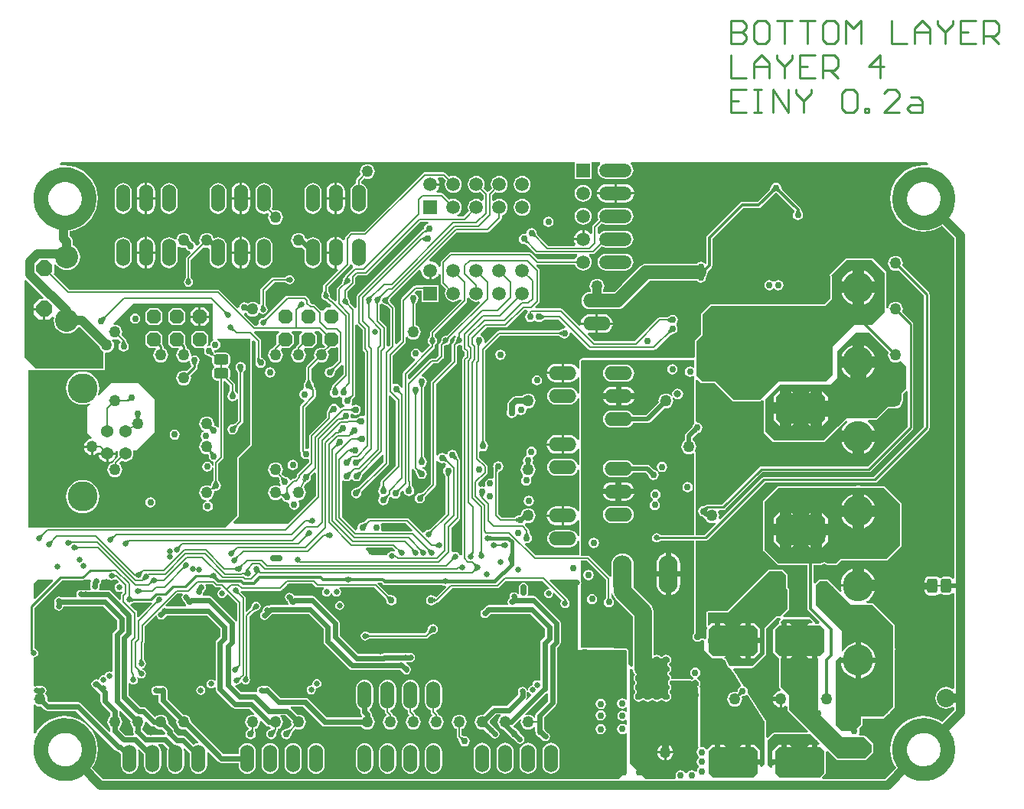
<source format=gbl>
G04 Layer_Physical_Order=4*
G04 Layer_Color=16711680*
%FSLAX25Y25*%
%MOIN*%
G70*
G01*
G75*
%ADD10C,0.06496*%
%ADD11C,0.00800*%
G04:AMPARAMS|DCode=58|XSize=50mil|YSize=50mil|CornerRadius=25mil|HoleSize=0mil|Usage=FLASHONLY|Rotation=90.000|XOffset=0mil|YOffset=0mil|HoleType=Round|Shape=RoundedRectangle|*
%AMROUNDEDRECTD58*
21,1,0.05000,0.00000,0,0,90.0*
21,1,0.00000,0.05000,0,0,90.0*
1,1,0.05000,0.00000,0.00000*
1,1,0.05000,0.00000,0.00000*
1,1,0.05000,0.00000,0.00000*
1,1,0.05000,0.00000,0.00000*
%
%ADD58ROUNDEDRECTD58*%
%ADD59C,0.03000*%
%ADD60C,0.01000*%
%ADD61C,0.07500*%
%ADD62C,0.00700*%
%ADD63C,0.02000*%
%ADD64C,0.02500*%
%ADD65C,0.04000*%
%ADD66C,0.01600*%
%ADD67C,0.02400*%
%ADD68C,0.01200*%
%ADD69C,0.07000*%
%ADD71C,0.05000*%
%ADD75C,0.06000*%
%ADD79O,0.12000X0.06000*%
%ADD80R,0.05906X0.05906*%
%ADD81C,0.05906*%
G04:AMPARAMS|DCode=82|XSize=133mil|YSize=83mil|CornerRadius=0mil|HoleSize=0mil|Usage=FLASHONLY|Rotation=90.000|XOffset=0mil|YOffset=0mil|HoleType=Round|Shape=Octagon|*
%AMOCTAGOND82*
4,1,8,0.02075,0.06650,-0.02075,0.06650,-0.04150,0.04575,-0.04150,-0.04575,-0.02075,-0.06650,0.02075,-0.06650,0.04150,-0.04575,0.04150,0.04575,0.02075,0.06650,0.0*
%
%ADD82OCTAGOND82*%

%ADD83O,0.08250X0.16500*%
%ADD84O,0.06000X0.12000*%
%ADD85P,0.07577X8X292.5*%
%ADD86C,0.10000*%
%ADD87C,0.13050*%
%ADD88C,0.05400*%
%ADD89P,0.06711X8X22.5*%
%ADD90C,0.08000*%
%ADD91O,0.14173X0.05906*%
%ADD92R,0.05906X0.05906*%
%ADD93O,0.13000X0.13600*%
%ADD94C,0.03000*%
%ADD95C,0.02500*%
%ADD96C,0.03200*%
%ADD97C,0.05000*%
G04:AMPARAMS|DCode=115|XSize=46mil|YSize=63mil|CornerRadius=11.5mil|HoleSize=0mil|Usage=FLASHONLY|Rotation=180.000|XOffset=0mil|YOffset=0mil|HoleType=Round|Shape=RoundedRectangle|*
%AMROUNDEDRECTD115*
21,1,0.04600,0.04000,0,0,180.0*
21,1,0.02300,0.06300,0,0,180.0*
1,1,0.02300,-0.01150,0.02000*
1,1,0.02300,0.01150,0.02000*
1,1,0.02300,0.01150,-0.02000*
1,1,0.02300,-0.01150,-0.02000*
%
%ADD115ROUNDEDRECTD115*%
G04:AMPARAMS|DCode=116|XSize=46mil|YSize=63mil|CornerRadius=11.5mil|HoleSize=0mil|Usage=FLASHONLY|Rotation=270.000|XOffset=0mil|YOffset=0mil|HoleType=Round|Shape=RoundedRectangle|*
%AMROUNDEDRECTD116*
21,1,0.04600,0.04000,0,0,270.0*
21,1,0.02300,0.06300,0,0,270.0*
1,1,0.02300,-0.02000,-0.01150*
1,1,0.02300,-0.02000,0.01150*
1,1,0.02300,0.02000,0.01150*
1,1,0.02300,0.02000,-0.01150*
%
%ADD116ROUNDEDRECTD116*%
G04:AMPARAMS|DCode=117|XSize=50mil|YSize=50mil|CornerRadius=25mil|HoleSize=0mil|Usage=FLASHONLY|Rotation=180.000|XOffset=0mil|YOffset=0mil|HoleType=Round|Shape=RoundedRectangle|*
%AMROUNDEDRECTD117*
21,1,0.05000,0.00000,0,0,180.0*
21,1,0.00000,0.05000,0,0,180.0*
1,1,0.05000,0.00000,0.00000*
1,1,0.05000,0.00000,0.00000*
1,1,0.05000,0.00000,0.00000*
1,1,0.05000,0.00000,0.00000*
%
%ADD117ROUNDEDRECTD117*%
%ADD118C,0.08500*%
G36*
X145047Y94400D02*
Y93200D01*
X144093Y92925D01*
Y94675D01*
X145047Y94400D01*
D02*
G37*
G36*
X148068Y153896D02*
X146781Y154596D01*
Y155297D01*
X148068Y155997D01*
Y153896D01*
D02*
G37*
G36*
X142307Y92925D02*
X141353Y93200D01*
Y94400D01*
X142307Y94675D01*
Y92925D01*
D02*
G37*
G36*
X202950Y152971D02*
X200850D01*
X201500Y154246D01*
X202300D01*
X202950Y152971D01*
D02*
G37*
G36*
X145017Y148877D02*
X143730Y149577D01*
Y150277D01*
X145017Y150977D01*
Y148877D01*
D02*
G37*
G36*
X124063Y149801D02*
X123453Y149232D01*
X123183Y149530D01*
X123748Y150095D01*
X124063Y149801D01*
D02*
G37*
G36*
X139577Y152069D02*
X138172Y151653D01*
X137677Y152148D01*
X138092Y153553D01*
X139577Y152069D01*
D02*
G37*
G36*
X145778Y157187D02*
X144373Y156771D01*
X143878Y157266D01*
X144293Y158672D01*
X145778Y157187D01*
D02*
G37*
G36*
X60350Y93850D02*
Y93150D01*
X59293Y92625D01*
Y94375D01*
X60350Y93850D01*
D02*
G37*
G36*
X187110Y93700D02*
Y92100D01*
X186293Y92025D01*
Y93775D01*
X187110Y93700D01*
D02*
G37*
G36*
X184507Y92025D02*
X183689Y92100D01*
Y93700D01*
X184507Y93775D01*
Y92025D01*
D02*
G37*
G36*
X94791Y160567D02*
X94349Y159206D01*
X92865Y160691D01*
X94225Y161133D01*
X94791Y160567D01*
D02*
G37*
G36*
X140857Y158171D02*
X139451Y157756D01*
X138956Y158251D01*
X139372Y159656D01*
X140857Y158171D01*
D02*
G37*
G36*
X295285Y158400D02*
X294580Y157766D01*
X293166Y159180D01*
X293800Y159885D01*
X295285Y158400D01*
D02*
G37*
G36*
X84485Y160200D02*
X83000Y158715D01*
X82585Y160120D01*
X83080Y160615D01*
X84485Y160200D01*
D02*
G37*
G36*
X148731Y145565D02*
X147995Y144248D01*
X147179Y146184D01*
X148408Y146373D01*
X148731Y145565D01*
D02*
G37*
G36*
X98507Y95425D02*
X97450Y95950D01*
Y96650D01*
X98507Y97175D01*
Y95425D01*
D02*
G37*
G36*
X50910Y95113D02*
X50225Y95325D01*
Y96126D01*
X50910Y96338D01*
Y95113D01*
D02*
G37*
G36*
X56547Y95853D02*
X56299Y95595D01*
X55795Y96099D01*
X56053Y96347D01*
X56547Y95853D01*
D02*
G37*
G36*
X104851Y97215D02*
X104285Y96649D01*
X103790Y96834D01*
X103550Y96350D01*
X102850D01*
X102325Y97407D01*
X103570D01*
X104450Y98287D01*
X104851Y97215D01*
D02*
G37*
G36*
X208668Y141502D02*
X208000Y140725D01*
X207200Y140982D01*
X207126Y142720D01*
X208668Y141502D01*
D02*
G37*
G36*
X53651Y96810D02*
X53250Y95738D01*
X52012Y96975D01*
X53085Y97376D01*
X53651Y96810D01*
D02*
G37*
G36*
X144438Y146334D02*
X144093Y144950D01*
X142480Y146295D01*
X143897Y146783D01*
X144438Y146334D01*
D02*
G37*
G36*
X84877Y148989D02*
X83214Y147707D01*
X82900Y149034D01*
X83691Y149645D01*
X84877Y148989D01*
D02*
G37*
G36*
X83607Y94425D02*
X82604Y94800D01*
Y95800D01*
X83607Y96175D01*
Y94425D01*
D02*
G37*
G36*
X55187Y93750D02*
X54069Y93374D01*
X53574Y93869D01*
X53950Y94987D01*
X55187Y93750D01*
D02*
G37*
G36*
X190549Y146582D02*
X189984Y146017D01*
X188623Y146458D01*
X190108Y147943D01*
X190549Y146582D01*
D02*
G37*
G36*
X186213Y145934D02*
X185898Y145118D01*
X184676Y145302D01*
X185469Y147247D01*
X186213Y145934D01*
D02*
G37*
G36*
X42034Y95800D02*
Y95000D01*
X40993Y94525D01*
Y96275D01*
X42034Y95800D01*
D02*
G37*
G36*
X176272Y145979D02*
X174172Y145978D01*
X174821Y147253D01*
X175621Y147253D01*
X176272Y145979D01*
D02*
G37*
G36*
X161804Y86199D02*
X160530Y84530D01*
X160007Y85949D01*
X160433Y86513D01*
X161804Y86199D01*
D02*
G37*
G36*
X138476Y176293D02*
X136376D01*
X137026Y177567D01*
X137826D01*
X138476Y176293D01*
D02*
G37*
G36*
X142171Y177279D02*
X142099Y176341D01*
X140187Y176368D01*
X141375Y177614D01*
X142171Y177279D01*
D02*
G37*
G36*
X39284Y93600D02*
X39339Y93563D01*
X40100Y93412D01*
X40861Y93563D01*
X40916Y93600D01*
X42414D01*
X43246Y92767D01*
X43082Y92225D01*
X42639Y92137D01*
X41994Y91706D01*
X41563Y91061D01*
X41412Y90300D01*
X41563Y89539D01*
X41994Y88894D01*
X42639Y88463D01*
X43400Y88312D01*
X44161Y88463D01*
X44523Y88705D01*
X45023Y88493D01*
X45068Y88155D01*
X44507Y87593D01*
X44264Y87229D01*
X44178Y86800D01*
X44178Y86800D01*
Y84914D01*
X43716Y84723D01*
X39870Y88570D01*
X39241Y88990D01*
X38500Y89137D01*
X34736D01*
X34468Y89637D01*
X34737Y90039D01*
X34888Y90800D01*
X34837Y91056D01*
Y91498D01*
X34889Y91549D01*
X35106Y91694D01*
X35537Y92339D01*
X35688Y93100D01*
X35666Y93213D01*
X35983Y93600D01*
X39284D01*
D02*
G37*
G36*
X173022Y174110D02*
X172222Y174022D01*
X171533Y175228D01*
X173622Y175447D01*
X173022Y174110D01*
D02*
G37*
G36*
X93890Y174718D02*
X91790D01*
X92440Y175993D01*
X93240D01*
X93890Y174718D01*
D02*
G37*
G36*
X166054Y175435D02*
X165489Y174869D01*
X164128Y175310D01*
X165613Y176795D01*
X166054Y175435D01*
D02*
G37*
G36*
X127951Y176996D02*
X127385Y176430D01*
X126024Y176872D01*
X127509Y178357D01*
X127951Y176996D01*
D02*
G37*
G36*
X181687Y85115D02*
Y84315D01*
X180454Y83709D01*
Y85721D01*
X181687Y85115D01*
D02*
G37*
G36*
X60988Y83650D02*
X59915Y83249D01*
X59349Y83815D01*
X59750Y84887D01*
X60988Y83650D01*
D02*
G37*
G36*
X71142Y87178D02*
X70863Y86761D01*
X70712Y86000D01*
X70863Y85239D01*
X71294Y84594D01*
X71318Y84578D01*
X72146Y83327D01*
X72163Y83239D01*
X72594Y82594D01*
X72679Y82537D01*
X72528Y82037D01*
X63930D01*
X63723Y82537D01*
X68865Y87678D01*
X70875D01*
X71142Y87178D01*
D02*
G37*
G36*
X49796Y85400D02*
Y84400D01*
X48793Y84025D01*
Y85775D01*
X49796Y85400D01*
D02*
G37*
G36*
X175621Y177518D02*
X174821Y177514D01*
X174170Y178786D01*
X176269Y178795D01*
X175621Y177518D01*
D02*
G37*
G36*
X238225Y84334D02*
X237175D01*
X237300Y84900D01*
X238100D01*
X238225Y84334D01*
D02*
G37*
G36*
X127059Y179443D02*
X124959D01*
X125609Y180717D01*
X126409D01*
X127059Y179443D01*
D02*
G37*
G36*
X147243Y204843D02*
X149479Y202607D01*
Y194239D01*
X149561Y193830D01*
X149793Y193482D01*
X150619Y192657D01*
Y165261D01*
X150042Y164952D01*
X149819Y164909D01*
X149041Y165064D01*
X148182Y164893D01*
X147455Y164407D01*
X147451Y164401D01*
X146513Y163891D01*
X144955D01*
X144336Y164691D01*
X144394Y164986D01*
X144278Y165570D01*
X144896Y166131D01*
X144918Y166141D01*
X145624Y165669D01*
X146482Y165499D01*
X147340Y165669D01*
X148068Y166156D01*
X148554Y166883D01*
X148725Y167742D01*
X148554Y168600D01*
X148068Y169328D01*
X147340Y169814D01*
X146482Y169985D01*
X145624Y169814D01*
X145043Y169426D01*
X144835Y169419D01*
X144743Y169529D01*
X144473Y170208D01*
X144826Y170735D01*
X144993Y171575D01*
X145316Y172570D01*
X146013Y173267D01*
X146013Y173267D01*
X146257Y173631D01*
X146342Y174060D01*
Y204765D01*
X147142Y204994D01*
X147243Y204843D01*
D02*
G37*
G36*
X136738Y166664D02*
X135424Y166356D01*
X134970Y167033D01*
X135556Y168400D01*
X136738Y166664D01*
D02*
G37*
G36*
X145411Y166692D02*
X144136Y167342D01*
Y168142D01*
X145411Y168792D01*
Y166692D01*
D02*
G37*
G36*
X370070Y201400D02*
X378644Y192826D01*
X378482Y192435D01*
X378372Y191600D01*
X378482Y190765D01*
X378805Y189986D01*
X379318Y189318D01*
X379986Y188805D01*
X380765Y188482D01*
X381600Y188372D01*
X382435Y188482D01*
X383214Y188805D01*
X383713Y189188D01*
X386100Y186800D01*
X386100Y177100D01*
X384100Y175100D01*
Y171600D01*
X381600D01*
Y169100D01*
X378100D01*
X373100Y164100D01*
X360100Y164100D01*
X356500Y160500D01*
X350300Y154300D01*
X328900Y154300D01*
X324900Y158300D01*
Y164483D01*
X324943Y164700D01*
X324900Y164917D01*
Y172300D01*
X329300Y176700D01*
X331200Y178600D01*
X353200D01*
X356300Y181700D01*
Y193500D01*
X360500Y197700D01*
X364200Y201400D01*
X370070Y201400D01*
D02*
G37*
G36*
X58388Y92250D02*
X57269Y91874D01*
X56774Y92369D01*
X57150Y93488D01*
X58388Y92250D01*
D02*
G37*
G36*
X147970Y161770D02*
X146682Y162470D01*
Y163171D01*
X147970Y163871D01*
Y161770D01*
D02*
G37*
G36*
X141312Y163743D02*
X140859Y163522D01*
X140294Y164088D01*
X140688Y164658D01*
X141312Y163743D01*
D02*
G37*
G36*
X242846Y93600D02*
X243199Y93246D01*
X243100Y63000D01*
X264246D01*
X264600Y62646D01*
X264597Y41475D01*
X264097Y41318D01*
X263458Y41745D01*
X262600Y41916D01*
X261742Y41745D01*
X261014Y41259D01*
X260528Y40531D01*
X260357Y39672D01*
X260528Y38814D01*
X261014Y38086D01*
X261742Y37600D01*
X262600Y37429D01*
X263458Y37600D01*
X264096Y38026D01*
X264596Y37869D01*
X264596Y36326D01*
X264096Y36086D01*
X263558Y36445D01*
X262700Y36615D01*
X261842Y36445D01*
X261114Y35959D01*
X260628Y35231D01*
X260457Y34372D01*
X260628Y33514D01*
X261114Y32786D01*
X261842Y32300D01*
X262700Y32129D01*
X263558Y32300D01*
X264095Y32659D01*
X264595Y32418D01*
X264595Y30378D01*
X264095Y30219D01*
X263458Y30645D01*
X262600Y30816D01*
X261742Y30645D01*
X261014Y30159D01*
X260528Y29431D01*
X260357Y28572D01*
X260528Y27714D01*
X261014Y26986D01*
X261742Y26500D01*
X262600Y26329D01*
X263458Y26500D01*
X264095Y26925D01*
X264595Y26766D01*
X264592Y10292D01*
X261116Y6816D01*
X36456D01*
X31680Y11592D01*
X32623Y13131D01*
X33494Y15232D01*
X34025Y17443D01*
X34203Y19710D01*
X34025Y21977D01*
X33494Y24189D01*
X32623Y26290D01*
X31435Y28229D01*
X29958Y29958D01*
X28229Y31435D01*
X26290Y32623D01*
X24189Y33494D01*
X21977Y34025D01*
X19710Y34203D01*
X17443Y34025D01*
X15232Y33494D01*
X13131Y32623D01*
X11192Y31435D01*
X9462Y29958D01*
X7985Y28229D01*
X7076Y26746D01*
X6397Y26590D01*
X6324Y26636D01*
Y39075D01*
X6824Y39236D01*
X7386Y38805D01*
X8165Y38482D01*
X9000Y38372D01*
X9431Y38429D01*
X10830Y37030D01*
X11459Y36610D01*
X12200Y36463D01*
X24598D01*
X41730Y19330D01*
X42359Y18910D01*
X43100Y18763D01*
X43198D01*
X44285Y17675D01*
Y12773D01*
X44412Y11807D01*
X44785Y10907D01*
X45378Y10134D01*
X46151Y9541D01*
X47051Y9168D01*
X48017Y9041D01*
X48983Y9168D01*
X49883Y9541D01*
X50656Y10134D01*
X51249Y10907D01*
X51622Y11807D01*
X51749Y12773D01*
Y18773D01*
X51669Y19385D01*
X52142Y19618D01*
X54285Y17475D01*
Y12773D01*
X54413Y11807D01*
X54785Y10907D01*
X55378Y10134D01*
X56151Y9541D01*
X57051Y9168D01*
X58017Y9041D01*
X58983Y9168D01*
X59883Y9541D01*
X60656Y10134D01*
X61249Y10907D01*
X61622Y11807D01*
X61749Y12773D01*
Y18773D01*
X61622Y19739D01*
X61249Y20639D01*
X60656Y21412D01*
X60525Y21513D01*
X60695Y22013D01*
X62648D01*
X64561Y20099D01*
X64412Y19739D01*
X64285Y18773D01*
Y12773D01*
X64412Y11807D01*
X64785Y10907D01*
X65378Y10134D01*
X66151Y9541D01*
X67051Y9168D01*
X68017Y9041D01*
X68983Y9168D01*
X69883Y9541D01*
X70656Y10134D01*
X71249Y10907D01*
X71622Y11807D01*
X71749Y12773D01*
Y18773D01*
X71622Y19739D01*
X71486Y20067D01*
X71910Y20350D01*
X74285Y17975D01*
Y12773D01*
X74413Y11807D01*
X74785Y10907D01*
X75378Y10134D01*
X76151Y9541D01*
X77051Y9168D01*
X78017Y9041D01*
X78983Y9168D01*
X79883Y9541D01*
X80656Y10134D01*
X81249Y10907D01*
X81622Y11807D01*
X81749Y12773D01*
Y18524D01*
X82249Y18731D01*
X86577Y14403D01*
X87206Y13984D01*
X87947Y13836D01*
X95467D01*
Y12773D01*
X95594Y11807D01*
X95967Y10907D01*
X96560Y10134D01*
X97333Y9541D01*
X98233Y9168D01*
X99198Y9041D01*
X100164Y9168D01*
X101064Y9541D01*
X101837Y10134D01*
X102430Y10907D01*
X102803Y11807D01*
X102930Y12773D01*
Y18773D01*
X102803Y19739D01*
X102430Y20639D01*
X101837Y21412D01*
X101064Y22005D01*
X100164Y22378D01*
X99198Y22505D01*
X98233Y22378D01*
X97333Y22005D01*
X96560Y21412D01*
X95967Y20639D01*
X95594Y19739D01*
X95467Y18773D01*
Y17710D01*
X88749D01*
X74823Y31637D01*
X74718Y32435D01*
X74395Y33214D01*
X73882Y33882D01*
X73214Y34395D01*
X72435Y34718D01*
X71600Y34828D01*
X71434Y34806D01*
X64437Y41802D01*
Y44944D01*
X64488Y45200D01*
X64337Y45961D01*
X63906Y46606D01*
X63261Y47037D01*
X63203Y47048D01*
X63141Y47090D01*
X62400Y47237D01*
X59656D01*
X59400Y47288D01*
X58639Y47137D01*
X57994Y46706D01*
X57563Y46061D01*
X57412Y45300D01*
X57563Y44539D01*
X57994Y43894D01*
X58639Y43463D01*
X59400Y43312D01*
X59656Y43363D01*
X60563D01*
Y41000D01*
X60710Y40259D01*
X61130Y39630D01*
X68464Y32296D01*
X68372Y31600D01*
X68482Y30765D01*
X68805Y29986D01*
X69318Y29318D01*
X69986Y28805D01*
X70765Y28482D01*
X71600Y28372D01*
X72435Y28482D01*
X72480Y28501D01*
X77990Y22991D01*
X77797Y22476D01*
X77051Y22378D01*
X76151Y22005D01*
X75915Y21824D01*
X72670Y25070D01*
X72041Y25490D01*
X71300Y25637D01*
X69202D01*
X67337Y27502D01*
Y27800D01*
X67190Y28541D01*
X66770Y29170D01*
X64771Y31169D01*
X64828Y31600D01*
X64718Y32435D01*
X64395Y33214D01*
X63882Y33882D01*
X63214Y34395D01*
X62435Y34718D01*
X61600Y34828D01*
X60765Y34718D01*
X59986Y34395D01*
X59318Y33882D01*
X58886Y33854D01*
X55170Y37570D01*
X54541Y37990D01*
X53800Y38137D01*
X52802D01*
X47637Y43302D01*
Y48428D01*
X48137Y48579D01*
X48194Y48494D01*
X48839Y48063D01*
X49600Y47912D01*
X50361Y48063D01*
X51006Y48494D01*
X51437Y49139D01*
X51588Y49900D01*
X51437Y50661D01*
X51311Y50850D01*
X51320Y50889D01*
X51365Y50926D01*
X51875Y51073D01*
X52339Y50763D01*
X53100Y50612D01*
X53861Y50763D01*
X54506Y51194D01*
X54937Y51839D01*
X55088Y52600D01*
X54937Y53361D01*
X54506Y54006D01*
X53861Y54437D01*
X53650Y54479D01*
X53461Y54574D01*
X53532Y55098D01*
X53861Y55163D01*
X54506Y55594D01*
X54937Y56239D01*
X55088Y57000D01*
X54937Y57761D01*
X54567Y58314D01*
X54222Y59072D01*
Y65950D01*
X54436Y66271D01*
X54522Y66700D01*
Y73335D01*
X59249Y78063D01*
X59792Y77898D01*
X59863Y77539D01*
X60294Y76894D01*
X60939Y76463D01*
X61700Y76312D01*
X62461Y76463D01*
X63106Y76894D01*
X63298Y77182D01*
X64170Y78163D01*
X81498D01*
X87413Y72248D01*
Y68752D01*
X85980Y67320D01*
X85560Y66691D01*
X85413Y65950D01*
Y49747D01*
X84913Y49595D01*
X84906Y49606D01*
X84261Y50037D01*
X83500Y50188D01*
X82739Y50037D01*
X82094Y49606D01*
X81663Y48961D01*
X81512Y48200D01*
X81663Y47439D01*
X82094Y46794D01*
X82739Y46363D01*
X83500Y46212D01*
X84261Y46363D01*
X84906Y46794D01*
X84913Y46804D01*
X85413Y46653D01*
Y45950D01*
X85560Y45209D01*
X85980Y44580D01*
X92530Y38030D01*
X93159Y37610D01*
X93900Y37463D01*
X100098D01*
X102324Y35237D01*
X102090Y34763D01*
X101600Y34828D01*
X100765Y34718D01*
X99986Y34395D01*
X99318Y33882D01*
X98805Y33214D01*
X98482Y32435D01*
X98372Y31600D01*
X98482Y30765D01*
X98805Y29986D01*
X99318Y29318D01*
X99857Y28904D01*
X99875Y28869D01*
X99848Y28468D01*
X99796Y28342D01*
X99114Y27886D01*
X98628Y27158D01*
X98457Y26300D01*
X98628Y25442D01*
X99114Y24714D01*
X99842Y24228D01*
X100700Y24057D01*
X101558Y24228D01*
X102286Y24714D01*
X102772Y25442D01*
X102943Y26300D01*
X102864Y26696D01*
X102867Y26723D01*
X102722Y28345D01*
Y28601D01*
X103214Y28805D01*
X103882Y29318D01*
X104395Y29986D01*
X104718Y30765D01*
X104828Y31600D01*
X104763Y32090D01*
X105237Y32324D01*
X107330Y30230D01*
X107959Y29810D01*
X108700Y29663D01*
X109053D01*
X109318Y29318D01*
X109566Y29127D01*
X109566Y29124D01*
X109442Y28592D01*
X108842Y28472D01*
X108114Y27986D01*
X107628Y27258D01*
X107457Y26400D01*
X107628Y25542D01*
X108114Y24814D01*
X108842Y24328D01*
X109700Y24157D01*
X110558Y24328D01*
X111286Y24814D01*
X111772Y25542D01*
X111940Y26382D01*
X112262Y27376D01*
X112393Y27507D01*
X112393Y27507D01*
X112636Y27871D01*
X112722Y28300D01*
X112722Y28300D01*
Y28601D01*
X113214Y28805D01*
X113882Y29318D01*
X114395Y29986D01*
X114718Y30765D01*
X114828Y31600D01*
X114718Y32435D01*
X114395Y33214D01*
X113882Y33882D01*
X113647Y34063D01*
X113817Y34563D01*
X115898D01*
X118429Y32031D01*
X118372Y31600D01*
X118482Y30765D01*
X118686Y30272D01*
X117345Y28931D01*
X116352Y28633D01*
X116300Y28643D01*
X115442Y28472D01*
X114714Y27986D01*
X114228Y27258D01*
X114057Y26400D01*
X114228Y25542D01*
X114714Y24814D01*
X115442Y24328D01*
X116300Y24157D01*
X117158Y24328D01*
X117886Y24814D01*
X118372Y25542D01*
X118502Y26192D01*
X118890Y27304D01*
X120272Y28686D01*
X120765Y28482D01*
X121600Y28372D01*
X122435Y28482D01*
X123214Y28805D01*
X123882Y29318D01*
X124395Y29986D01*
X124718Y30765D01*
X124828Y31600D01*
X124718Y32435D01*
X124395Y33214D01*
X123882Y33882D01*
X123214Y34395D01*
X122435Y34718D01*
X121600Y34828D01*
X121169Y34771D01*
X118177Y37763D01*
X118328Y38263D01*
X123598D01*
X131630Y30230D01*
X132259Y29810D01*
X133000Y29663D01*
X149053D01*
X149318Y29318D01*
X149986Y28805D01*
X150765Y28482D01*
X151600Y28372D01*
X152435Y28482D01*
X153214Y28805D01*
X153882Y29318D01*
X154395Y29986D01*
X154718Y30765D01*
X154828Y31600D01*
X154718Y32435D01*
X154395Y33214D01*
X153882Y33882D01*
X153537Y34147D01*
Y34900D01*
X153390Y35641D01*
X152970Y36270D01*
X152511Y36729D01*
X152543Y37329D01*
X153018Y37693D01*
X153612Y38466D01*
X153984Y39366D01*
X154112Y40332D01*
Y46332D01*
X153984Y47298D01*
X153612Y48198D01*
X153018Y48971D01*
X152245Y49564D01*
X151345Y49937D01*
X150380Y50064D01*
X149414Y49937D01*
X148514Y49564D01*
X147741Y48971D01*
X147148Y48198D01*
X146775Y47298D01*
X146648Y46332D01*
Y40332D01*
X146775Y39366D01*
X147148Y38466D01*
X147741Y37693D01*
X148442Y37155D01*
Y36121D01*
X148590Y35379D01*
X149010Y34751D01*
X149367Y34394D01*
X149334Y33895D01*
X149318Y33882D01*
X149053Y33537D01*
X133802D01*
X125770Y41570D01*
X125141Y41990D01*
X124400Y42137D01*
X113802D01*
X109451Y46489D01*
X109306Y46706D01*
X108661Y47137D01*
X107900Y47288D01*
X107644Y47237D01*
X105700D01*
X105678Y47233D01*
X105400Y47288D01*
X104639Y47137D01*
X103994Y46706D01*
X103563Y46061D01*
X103412Y45300D01*
X103489Y44912D01*
X103443Y44833D01*
X103056Y44527D01*
X102500Y44637D01*
X96702D01*
X94048Y47292D01*
X94294Y47753D01*
X94500Y47712D01*
X95261Y47863D01*
X95906Y48294D01*
X96266Y48833D01*
X96662Y48902D01*
X96835Y48882D01*
X97094Y48494D01*
X97739Y48063D01*
X98500Y47912D01*
X99261Y48063D01*
X99906Y48494D01*
X100337Y49139D01*
X100488Y49900D01*
X100337Y50661D01*
X100318Y50690D01*
X100122Y51562D01*
Y77535D01*
X102428Y79842D01*
X103209Y80133D01*
X103861Y80263D01*
X104506Y80694D01*
X104937Y81339D01*
X105088Y82100D01*
X104937Y82861D01*
X104506Y83506D01*
X103861Y83937D01*
X103100Y84088D01*
X102339Y83937D01*
X101694Y83506D01*
X101263Y82861D01*
X101133Y82209D01*
X100842Y81428D01*
X98984Y79570D01*
X98522Y79761D01*
Y85600D01*
X98436Y86029D01*
X98193Y86393D01*
X98193Y86393D01*
X96358Y88228D01*
X96284Y88426D01*
X96657Y88858D01*
X96800Y88829D01*
X113547D01*
X113957Y88911D01*
X114304Y89143D01*
X117091Y91929D01*
X127656D01*
X129043Y90543D01*
X129390Y90311D01*
X129800Y90229D01*
X132455D01*
X132607Y89729D01*
X132422Y89606D01*
X131991Y88961D01*
X131839Y88200D01*
X131991Y87439D01*
X132422Y86794D01*
X133067Y86363D01*
X133828Y86212D01*
X134588Y86363D01*
X135233Y86794D01*
X135664Y87439D01*
X135709Y87663D01*
X136219D01*
X136263Y87439D01*
X136694Y86794D01*
X137339Y86363D01*
X138100Y86212D01*
X138861Y86363D01*
X139506Y86794D01*
X139937Y87439D01*
X140088Y88200D01*
X139937Y88961D01*
X139506Y89606D01*
X139321Y89729D01*
X139473Y90229D01*
X154708D01*
X159397Y85540D01*
X159861Y84283D01*
X159862Y84280D01*
X159947Y83857D01*
X160433Y83129D01*
X161161Y82643D01*
X162019Y82472D01*
X162877Y82643D01*
X163605Y83129D01*
X164091Y83857D01*
X164262Y84715D01*
X164091Y85573D01*
X163605Y86301D01*
X162877Y86787D01*
X162019Y86958D01*
X161842Y86923D01*
X160805Y87160D01*
X155991Y91975D01*
X156065Y92296D01*
X156183Y92475D01*
X157751D01*
X157756Y92469D01*
X157787Y92315D01*
X158119Y91819D01*
X158615Y91487D01*
X159200Y91371D01*
X160942D01*
X161100Y91402D01*
X163331D01*
X163490Y91371D01*
X183828D01*
X184235Y91333D01*
X184639Y91063D01*
X185400Y90912D01*
X185659Y90963D01*
X185905Y90503D01*
X181436Y86033D01*
X180945Y86275D01*
X180928Y86301D01*
X180200Y86787D01*
X179342Y86958D01*
X178483Y86787D01*
X177756Y86301D01*
X177269Y85573D01*
X177099Y84715D01*
X177269Y83857D01*
X177756Y83129D01*
X178483Y82643D01*
X179342Y82472D01*
X180200Y82643D01*
X180928Y83129D01*
X180945Y83155D01*
X181928Y83638D01*
X182133Y83679D01*
X182497Y83922D01*
X188454Y89878D01*
X208100D01*
X208100Y89878D01*
X208529Y89964D01*
X208893Y90207D01*
X211865Y93178D01*
X227835D01*
X231019Y89995D01*
X230773Y89534D01*
X230500Y89588D01*
X229739Y89437D01*
X229094Y89006D01*
X228663Y88361D01*
X228512Y87600D01*
X228663Y86839D01*
X229094Y86194D01*
X229739Y85763D01*
X230500Y85612D01*
X231261Y85763D01*
X231906Y86194D01*
X232337Y86839D01*
X232488Y87600D01*
X232434Y87873D01*
X232895Y88119D01*
X236304Y84710D01*
X236294Y84606D01*
X235863Y83961D01*
X235712Y83200D01*
X235863Y82439D01*
X236294Y81794D01*
X236939Y81363D01*
X237700Y81212D01*
X238461Y81363D01*
X239106Y81794D01*
X239537Y82439D01*
X239688Y83200D01*
X239537Y83961D01*
X239106Y84606D01*
X238860Y84771D01*
X238797Y85054D01*
X238786Y85079D01*
X238736Y85329D01*
X238493Y85693D01*
X238493Y85693D01*
X231048Y93138D01*
X231239Y93600D01*
X242846D01*
D02*
G37*
G36*
X144695Y172969D02*
X144253Y171608D01*
X142769Y173093D01*
X144129Y173535D01*
X144695Y172969D01*
D02*
G37*
G36*
X376900Y227500D02*
Y217300D01*
Y210400D01*
X371200Y204700D01*
X363800D01*
X354300Y195200D01*
Y183100D01*
X351200Y180000D01*
X330400Y180000D01*
X322400Y172000D01*
X311300D01*
X303300Y180000D01*
X297400D01*
X295000Y182400D01*
Y196200D01*
X294987Y197767D01*
X297600Y200379D01*
Y209300D01*
X301400Y213100D01*
X351000D01*
X353800Y215900D01*
Y226000D01*
X353700Y226400D01*
X360400Y233100D01*
X371300D01*
X376900Y227500D01*
D02*
G37*
G36*
X14516Y93600D02*
X14708Y93138D01*
X6786Y85217D01*
X6324Y85408D01*
Y92151D01*
X7773Y93600D01*
X14516D01*
D02*
G37*
G36*
X48739Y85827D02*
X46990Y85757D01*
X47450Y86816D01*
X48250Y86850D01*
X48739Y85827D01*
D02*
G37*
G36*
X30953Y93600D02*
X31189Y93159D01*
X31110Y93041D01*
X30963Y92300D01*
Y91056D01*
X30912Y90800D01*
X31063Y90039D01*
X31332Y89637D01*
X31064Y89137D01*
X29256D01*
X29000Y89188D01*
X28744Y89137D01*
X27056D01*
X26800Y89188D01*
X26039Y89037D01*
X25394Y88606D01*
X24963Y87961D01*
X24812Y87200D01*
X24954Y86487D01*
X24930Y86353D01*
X24735Y85987D01*
X18185D01*
X17961Y86137D01*
X17200Y86288D01*
X16439Y86137D01*
X15794Y85706D01*
X15363Y85061D01*
X15212Y84300D01*
X15263Y84044D01*
Y82356D01*
X15212Y82100D01*
X15363Y81339D01*
X15794Y80694D01*
X16439Y80263D01*
X17200Y80112D01*
X17961Y80263D01*
X18606Y80694D01*
X19037Y81339D01*
X19188Y82100D01*
X19199Y82113D01*
X30305D01*
X30556Y82163D01*
X36398D01*
X42513Y76048D01*
Y72498D01*
X41130Y71115D01*
X40710Y70487D01*
X40563Y69745D01*
Y53569D01*
X40063Y53302D01*
X39861Y53437D01*
X39100Y53588D01*
X38339Y53437D01*
X37694Y53006D01*
X37263Y52361D01*
X37189Y51991D01*
X36700Y52088D01*
X35939Y51937D01*
X35294Y51506D01*
X34863Y50861D01*
X34775Y50418D01*
X34352Y50174D01*
X34231Y50152D01*
X33550Y50287D01*
X32809Y50140D01*
X32180Y49720D01*
X32153Y49679D01*
X31894Y49506D01*
X31463Y48861D01*
X31312Y48100D01*
X31463Y47339D01*
X31894Y46694D01*
X32539Y46263D01*
X32986Y46174D01*
X35363Y43798D01*
Y40700D01*
X35510Y39959D01*
X35930Y39330D01*
X39663Y35598D01*
Y34147D01*
X39318Y33882D01*
X38805Y33214D01*
X38482Y32435D01*
X38372Y31600D01*
X38482Y30765D01*
X38805Y29986D01*
X39318Y29318D01*
X39663Y29053D01*
Y27700D01*
X39692Y27555D01*
X39231Y27309D01*
X26770Y39770D01*
X26141Y40190D01*
X25400Y40337D01*
X13002D01*
X12171Y41169D01*
X12228Y41600D01*
X12118Y42435D01*
X11795Y43214D01*
X11282Y43882D01*
X11226Y43925D01*
X11637Y44539D01*
X11788Y45300D01*
X11637Y46061D01*
X11206Y46706D01*
X10561Y47137D01*
X9800Y47288D01*
X9544Y47237D01*
X7856D01*
X7600Y47288D01*
X6839Y47137D01*
X6765Y47088D01*
X6324Y47323D01*
Y59717D01*
X7061Y59863D01*
X7706Y60294D01*
X8137Y60939D01*
X8288Y61700D01*
X8137Y62461D01*
X7706Y63106D01*
X7061Y63537D01*
X6424Y63664D01*
Y81393D01*
X18507Y93476D01*
X27650D01*
X28118Y93570D01*
X28164Y93600D01*
X30953D01*
D02*
G37*
G36*
X53550Y89150D02*
Y88450D01*
X52493Y87925D01*
Y89675D01*
X53550Y89150D01*
D02*
G37*
G36*
X95751Y87815D02*
X95185Y87249D01*
X94112Y87650D01*
X95350Y88888D01*
X95751Y87815D01*
D02*
G37*
G36*
X175207Y141288D02*
X173722Y139804D01*
X173280Y141165D01*
X173846Y141730D01*
X175207Y141288D01*
D02*
G37*
G36*
X151442Y117776D02*
X151000Y116415D01*
X149515Y117900D01*
X150876Y118342D01*
X151442Y117776D01*
D02*
G37*
G36*
X172662Y106639D02*
X171264Y105587D01*
X170941Y106641D01*
X171591Y107122D01*
X172662Y106639D01*
D02*
G37*
G36*
X176038Y106649D02*
X174752Y105462D01*
X174374Y106531D01*
X174963Y107073D01*
X176038Y106649D01*
D02*
G37*
G36*
X163772Y106442D02*
X163748Y106373D01*
X162961Y105937D01*
X162200Y106088D01*
X161439Y105937D01*
X160794Y105506D01*
X160363Y104861D01*
X160234Y104213D01*
X153568D01*
X150843Y106939D01*
X151149Y107678D01*
X162535D01*
X163772Y106442D01*
D02*
G37*
G36*
X179938Y114609D02*
X179549Y113538D01*
X178287Y114750D01*
X179360Y115162D01*
X179938Y114609D01*
D02*
G37*
G36*
X171092Y115522D02*
X170761Y114722D01*
X157887D01*
X157459Y115522D01*
X157472Y115542D01*
X157643Y116400D01*
X157472Y117258D01*
X157325Y117478D01*
X157753Y118278D01*
X168335D01*
X171092Y115522D01*
D02*
G37*
G36*
X25850Y107950D02*
Y107250D01*
X24793Y106725D01*
Y108475D01*
X25850Y107950D01*
D02*
G37*
G36*
X179488Y106650D02*
X178250Y105412D01*
X177849Y106485D01*
X178415Y107051D01*
X179488Y106650D01*
D02*
G37*
G36*
X217029Y118550D02*
X215754Y119200D01*
Y120000D01*
X217029Y120650D01*
Y118550D01*
D02*
G37*
G36*
X220151Y119736D02*
X219561Y119261D01*
X218468Y121054D01*
X219236Y121651D01*
X220151Y119736D01*
D02*
G37*
G36*
X300034Y122780D02*
X298620Y121366D01*
X297915Y122000D01*
X299400Y123485D01*
X300034Y122780D01*
D02*
G37*
G36*
X201975Y104893D02*
X200225D01*
X200700Y105934D01*
X201500D01*
X201975Y104893D01*
D02*
G37*
G36*
X166387Y106650D02*
X165150Y105412D01*
X164749Y106485D01*
X165315Y107051D01*
X166387Y106650D01*
D02*
G37*
G36*
X93751Y106085D02*
X93350Y105013D01*
X92112Y106250D01*
X93185Y106651D01*
X93751Y106085D01*
D02*
G37*
G36*
X126807Y118325D02*
X125766Y118800D01*
Y119600D01*
X126807Y120075D01*
Y118325D01*
D02*
G37*
G36*
X23216Y110250D02*
X23275Y109550D01*
X22260Y108999D01*
X22120Y110744D01*
X23216Y110250D01*
D02*
G37*
G36*
X14451Y110185D02*
X14050Y109113D01*
X12812Y110350D01*
X13885Y110751D01*
X14451Y110185D01*
D02*
G37*
G36*
X47882Y110516D02*
X47447Y109580D01*
X46420Y110731D01*
X47317Y111083D01*
X47882Y110516D01*
D02*
G37*
G36*
X210607Y107825D02*
X209566Y108300D01*
Y109100D01*
X210607Y109575D01*
Y107825D01*
D02*
G37*
G36*
X181907Y107725D02*
X180866Y108200D01*
Y109000D01*
X181907Y109475D01*
Y107725D01*
D02*
G37*
G36*
X70160Y108065D02*
X69915Y106995D01*
X68429Y107920D01*
X69545Y108440D01*
X70160Y108065D01*
D02*
G37*
G36*
X208334Y109100D02*
Y108300D01*
X207293Y107825D01*
Y109575D01*
X208334Y109100D01*
D02*
G37*
G36*
X205510Y112600D02*
Y111000D01*
X204693Y110925D01*
Y112675D01*
X205510Y112600D01*
D02*
G37*
G36*
X126087Y112750D02*
X125015Y112349D01*
X124449Y112915D01*
X124850Y113988D01*
X126087Y112750D01*
D02*
G37*
G36*
X222050Y112871D02*
X219950D01*
X220600Y114146D01*
X221400D01*
X222050Y112871D01*
D02*
G37*
G36*
X296895Y179495D02*
X297127Y179341D01*
X297400Y179286D01*
X303004D01*
X310795Y171495D01*
X311027Y171341D01*
X311300Y171286D01*
X322400D01*
X322673Y171341D01*
X322905Y171495D01*
X323386Y171977D01*
X324186Y171646D01*
Y164917D01*
X324200Y164848D01*
Y164777D01*
X324215Y164700D01*
X324200Y164623D01*
Y164552D01*
X324186Y164483D01*
Y158300D01*
X324241Y158027D01*
X324395Y157795D01*
X328395Y153795D01*
X328627Y153641D01*
X328900Y153586D01*
X350300Y153586D01*
X350573Y153641D01*
X350805Y153795D01*
X357005Y159995D01*
X360109Y163100D01*
X360380Y163049D01*
X360599Y162195D01*
X359971Y161679D01*
X359034Y160537D01*
X358337Y159234D01*
X358130Y158550D01*
X365300D01*
X372470D01*
X372263Y159234D01*
X371566Y160537D01*
X370629Y161679D01*
X369523Y162586D01*
X369520Y162679D01*
X369826Y163386D01*
X373100Y163386D01*
X373373Y163441D01*
X373605Y163595D01*
X378396Y168386D01*
X381494D01*
X381600Y168372D01*
X382435Y168482D01*
X383214Y168805D01*
X383882Y169318D01*
X384395Y169986D01*
X384718Y170765D01*
X384828Y171600D01*
X384814Y171706D01*
Y174804D01*
X386076Y176067D01*
X386877Y175736D01*
Y160407D01*
X369493Y143024D01*
X323100D01*
X322632Y142930D01*
X322235Y142665D01*
X306093Y126523D01*
X299700D01*
X299232Y126430D01*
X298835Y126165D01*
X298762Y126093D01*
X297814Y125726D01*
X297042Y125572D01*
X296314Y125086D01*
X295828Y124358D01*
X295657Y123500D01*
X295828Y122642D01*
X296314Y121914D01*
X297042Y121428D01*
X297610Y121315D01*
X297852Y121097D01*
X298574Y120374D01*
X298671Y120310D01*
X298805Y119986D01*
X299318Y119318D01*
X299986Y118805D01*
X300765Y118482D01*
X301600Y118372D01*
X302435Y118482D01*
X302752Y118613D01*
X303205Y117935D01*
X298393Y113124D01*
X294614D01*
Y148631D01*
X294593Y148734D01*
X294583Y148838D01*
X294578Y148847D01*
X294577Y148856D01*
X294564Y148879D01*
X294559Y148904D01*
X294501Y148991D01*
X294452Y149083D01*
X294444Y149090D01*
X294439Y149098D01*
X294419Y149114D01*
X294405Y149135D01*
X294405Y149136D01*
X294359Y149939D01*
X294395Y149986D01*
X294718Y150765D01*
X294828Y151600D01*
X294718Y152435D01*
X294395Y153214D01*
X293882Y153882D01*
X293333Y154304D01*
Y155482D01*
X295348Y157497D01*
X295590Y157715D01*
X296158Y157828D01*
X296886Y158314D01*
X297372Y159042D01*
X297543Y159900D01*
X297372Y160758D01*
X296886Y161486D01*
X296158Y161972D01*
X295300Y162143D01*
X295232Y162130D01*
X295115Y162226D01*
X294614Y162822D01*
Y180646D01*
X294834Y180823D01*
X295353Y181038D01*
X296895Y179495D01*
D02*
G37*
G36*
X134307Y112125D02*
X133266Y112600D01*
Y113400D01*
X134307Y113875D01*
Y112125D01*
D02*
G37*
G36*
X279396Y112400D02*
Y111400D01*
X278393Y111025D01*
Y112775D01*
X279396Y112400D01*
D02*
G37*
G36*
X41351Y112185D02*
X40950Y111112D01*
X39713Y112350D01*
X40785Y112751D01*
X41351Y112185D01*
D02*
G37*
G36*
X10351Y112885D02*
X9950Y111812D01*
X8713Y113050D01*
X9785Y113451D01*
X10351Y112885D01*
D02*
G37*
G36*
X199688Y97850D02*
X198615Y97449D01*
X198049Y98015D01*
X198450Y99088D01*
X199688Y97850D01*
D02*
G37*
G36*
X170209Y134623D02*
X170828Y133309D01*
X168733Y133447D01*
X169409Y134678D01*
X170209Y134623D01*
D02*
G37*
G36*
X159540Y133380D02*
X157440D01*
X158090Y134654D01*
X158890D01*
X159540Y133380D01*
D02*
G37*
G36*
X94707Y97525D02*
X93666Y98000D01*
Y98800D01*
X94707Y99275D01*
Y97525D01*
D02*
G37*
G36*
X148642Y132776D02*
X148200Y131415D01*
X146715Y132900D01*
X148076Y133342D01*
X148642Y132776D01*
D02*
G37*
G36*
X72688Y98750D02*
X71569Y98374D01*
X71074Y98869D01*
X71450Y99988D01*
X72688Y98750D01*
D02*
G37*
G36*
X85373Y133117D02*
X83964Y132873D01*
X83483Y133513D01*
X84113Y134797D01*
X85373Y133117D01*
D02*
G37*
G36*
X86650Y135671D02*
X84550D01*
X85200Y136946D01*
X86000D01*
X86650Y135671D01*
D02*
G37*
G36*
X187138Y138821D02*
X186338D01*
X185688Y140096D01*
X187788D01*
X187138Y138821D01*
D02*
G37*
G36*
X144523Y140210D02*
X144082Y138850D01*
X142597Y140335D01*
X143958Y140776D01*
X144523Y140210D01*
D02*
G37*
G36*
X100275Y97193D02*
X98525D01*
X99000Y98234D01*
X99800D01*
X100275Y97193D01*
D02*
G37*
G36*
X148842Y140176D02*
X148400Y138815D01*
X146915Y140300D01*
X148276Y140742D01*
X148842Y140176D01*
D02*
G37*
G36*
X125231Y136808D02*
X124047Y135944D01*
X123414Y136244D01*
X123333Y137707D01*
X125231Y136808D01*
D02*
G37*
G36*
X115793Y137788D02*
X114117Y136522D01*
X113900Y137972D01*
X114459Y138393D01*
X115793Y137788D01*
D02*
G37*
G36*
X126682Y139602D02*
X126241Y138241D01*
X124756Y139726D01*
X126117Y140167D01*
X126682Y139602D01*
D02*
G37*
G36*
X95229Y103340D02*
X94923Y102294D01*
X93492Y103302D01*
X94560Y103802D01*
X95229Y103340D01*
D02*
G37*
G36*
X189787Y102550D02*
X188715Y102149D01*
X188149Y102715D01*
X188550Y103788D01*
X189787Y102550D01*
D02*
G37*
G36*
X383500Y126800D02*
X383500Y108600D01*
X377500Y102600D01*
X357699Y102599D01*
X355800Y100700D01*
X351846D01*
X351297Y101067D01*
X350400Y101245D01*
X349503Y101067D01*
X348954Y100700D01*
X330600Y100700D01*
X324700Y106600D01*
X324700Y111000D01*
Y127800D01*
X330700Y133800D01*
X376500D01*
X383500Y126800D01*
D02*
G37*
G36*
X215300Y104718D02*
X215483Y103622D01*
X213402Y103902D01*
X213700Y104975D01*
X215300Y104718D01*
D02*
G37*
G36*
X197883Y105217D02*
X197671Y104236D01*
X196088Y104980D01*
X197112Y105578D01*
X197883Y105217D01*
D02*
G37*
G36*
X192778Y195567D02*
Y194400D01*
X192778Y194400D01*
X192864Y193971D01*
X193107Y193607D01*
X193978Y192735D01*
Y191265D01*
X193107Y190393D01*
X192864Y190029D01*
X192778Y189600D01*
X192778Y189600D01*
Y104213D01*
X191706D01*
X191637Y104561D01*
X191206Y105206D01*
X190561Y105637D01*
X189800Y105788D01*
X189039Y105637D01*
X188898Y105542D01*
X188122Y105986D01*
Y116335D01*
X191631Y119845D01*
X191631Y119845D01*
X191874Y120209D01*
X191959Y120638D01*
X191959Y120638D01*
Y145728D01*
X191959Y145728D01*
X191874Y146158D01*
X191631Y146521D01*
X191631Y146521D01*
X191170Y146982D01*
X190847Y147977D01*
X190680Y148817D01*
X190194Y149544D01*
X189466Y150031D01*
X188608Y150201D01*
X187750Y150031D01*
X187022Y149544D01*
X186536Y148817D01*
X186472Y148499D01*
X185666Y148265D01*
X184939Y148751D01*
X184080Y148922D01*
X183222Y148751D01*
X182494Y148265D01*
X182222Y147857D01*
X181422Y148100D01*
Y178935D01*
X190223Y187737D01*
X190466Y188101D01*
X190552Y188530D01*
X190551Y188530D01*
Y195435D01*
X190758Y195642D01*
X191539Y195933D01*
X191978Y196021D01*
X192778Y195567D01*
D02*
G37*
G36*
X299890Y124783D02*
X299400Y123515D01*
X297915Y125000D01*
X299183Y125490D01*
X299890Y124783D01*
D02*
G37*
G36*
X199688Y100350D02*
X198450Y99112D01*
X198049Y100185D01*
X198615Y100751D01*
X199688Y100350D01*
D02*
G37*
G36*
X176376Y130535D02*
X175935Y129174D01*
X174450Y130659D01*
X175811Y131100D01*
X176376Y130535D01*
D02*
G37*
G36*
X201800Y129754D02*
X201000D01*
X200350Y131029D01*
X202450D01*
X201800Y129754D01*
D02*
G37*
G36*
X165679Y132602D02*
X165237Y131241D01*
X163752Y132726D01*
X165113Y133168D01*
X165679Y132602D01*
D02*
G37*
G36*
X117650Y130771D02*
X115861D01*
X115226Y129099D01*
X114271Y130211D01*
X114520Y130865D01*
X115678Y131022D01*
X116200Y132046D01*
X117000D01*
X117650Y130771D01*
D02*
G37*
G36*
X97178Y99612D02*
X96841Y98554D01*
X95471Y99643D01*
X96544Y100110D01*
X97178Y99612D01*
D02*
G37*
G36*
X191766Y98475D02*
X191200Y98600D01*
Y99400D01*
X191766Y99525D01*
Y98475D01*
D02*
G37*
G36*
X160442Y129676D02*
X160000Y128315D01*
X158515Y129800D01*
X159876Y130242D01*
X160442Y129676D01*
D02*
G37*
G36*
X96770Y183970D02*
X95970D01*
X95320Y185245D01*
X97420D01*
X96770Y183970D01*
D02*
G37*
G36*
X160829Y216464D02*
X160429Y215391D01*
X159191Y216629D01*
X160264Y217029D01*
X160829Y216464D01*
D02*
G37*
G36*
X157451Y216785D02*
X157050Y215712D01*
X155813Y216950D01*
X156885Y217351D01*
X157451Y216785D01*
D02*
G37*
G36*
X144815Y231084D02*
X145182Y230607D01*
X145206Y230588D01*
X145273Y229999D01*
X145199Y229585D01*
X142007Y226393D01*
X141764Y226029D01*
X141678Y225600D01*
X141678Y225600D01*
Y225596D01*
X141394Y225406D01*
X140963Y224761D01*
X140812Y224000D01*
X140830Y223908D01*
X140600Y223186D01*
X138507Y221093D01*
X138264Y220729D01*
X138178Y220300D01*
X138178Y220300D01*
Y215253D01*
X137439Y214947D01*
X136643Y215743D01*
X136279Y215986D01*
X136276Y215987D01*
X135387Y216876D01*
X135386Y216879D01*
X135308Y216996D01*
X135388Y217400D01*
X135237Y218161D01*
X134867Y218714D01*
X134522Y219472D01*
Y221135D01*
X143693Y230307D01*
X143693Y230307D01*
X143936Y230671D01*
X143975Y230865D01*
X144597Y231089D01*
X144815Y231084D01*
D02*
G37*
G36*
X172000Y213854D02*
X171200D01*
X170550Y215129D01*
X172650D01*
X172000Y213854D01*
D02*
G37*
G36*
X175013Y228500D02*
X175149Y227468D01*
X175547Y226507D01*
X176181Y225681D01*
X177007Y225047D01*
X177968Y224649D01*
X178500Y224579D01*
Y228500D01*
X179500D01*
Y224579D01*
X180032Y224649D01*
X180993Y225047D01*
X181819Y225681D01*
X182453Y226507D01*
X182629Y226933D01*
X183429Y226774D01*
Y223000D01*
X183511Y222590D01*
X183743Y222243D01*
X185761Y220225D01*
X185441Y219454D01*
X185316Y218500D01*
X185441Y217546D01*
X185809Y216658D01*
X186395Y215895D01*
X187158Y215309D01*
X188046Y214941D01*
X189000Y214816D01*
X189954Y214941D01*
X190842Y215309D01*
X191555Y215856D01*
X191806Y215830D01*
X192415Y215636D01*
X192468Y215370D01*
X179107Y202009D01*
X178864Y201645D01*
X178778Y201216D01*
X178778Y201216D01*
Y199872D01*
X178433Y199114D01*
X178063Y198561D01*
X177912Y197800D01*
X178063Y197039D01*
X178433Y196486D01*
X178778Y195728D01*
Y195665D01*
X175653Y192539D01*
X174785Y192802D01*
X174732Y193066D01*
X174246Y193793D01*
X173518Y194279D01*
X172660Y194450D01*
X171801Y194279D01*
X171074Y193793D01*
X170588Y193066D01*
X170417Y192207D01*
X170588Y191349D01*
X171074Y190621D01*
X171801Y190135D01*
X172065Y190082D01*
X172328Y189214D01*
X167390Y184276D01*
X167147Y183912D01*
X167061Y183483D01*
X167061Y183483D01*
Y177366D01*
X166261Y177287D01*
X166185Y177669D01*
X165699Y178396D01*
X164971Y178883D01*
X164113Y179053D01*
X163359Y178903D01*
X162958Y179041D01*
X162559Y179254D01*
Y191273D01*
X167993Y196707D01*
X167993Y196707D01*
X168236Y197071D01*
X168322Y197500D01*
X168322Y197500D01*
Y199302D01*
X169122Y199573D01*
X169318Y199318D01*
X169986Y198805D01*
X170765Y198482D01*
X171600Y198372D01*
X172435Y198482D01*
X173214Y198805D01*
X173882Y199318D01*
X174395Y199986D01*
X174718Y200765D01*
X174828Y201600D01*
X174718Y202435D01*
X174395Y203214D01*
X173882Y203882D01*
X173214Y204395D01*
X172722Y204599D01*
Y213698D01*
X173196Y214629D01*
X173672Y215342D01*
X173843Y216200D01*
X173672Y217058D01*
X173186Y217786D01*
X172611Y218170D01*
X172356Y219046D01*
X172988Y219678D01*
X175347D01*
Y214847D01*
X182653D01*
Y222153D01*
X175347D01*
Y221921D01*
X172523D01*
X172523Y221922D01*
X172094Y221836D01*
X171730Y221593D01*
X166407Y216270D01*
X166164Y215906D01*
X166078Y215477D01*
X166078Y215477D01*
Y197965D01*
X164382Y196268D01*
X163643Y196574D01*
Y212036D01*
X163558Y212465D01*
X163314Y212829D01*
X163314Y212829D01*
X161437Y214707D01*
X161186Y215379D01*
X161437Y216051D01*
X174255Y228869D01*
X175013Y228500D01*
D02*
G37*
G36*
X142675Y215793D02*
X140925D01*
X141400Y216834D01*
X142200D01*
X142675Y215793D01*
D02*
G37*
G36*
X116907Y223525D02*
X115866Y224000D01*
Y224800D01*
X116907Y225275D01*
Y223525D01*
D02*
G37*
G36*
X53975Y57893D02*
X52225D01*
X52700Y58934D01*
X53500D01*
X53975Y57893D01*
D02*
G37*
G36*
X142929Y222757D02*
X141856Y222290D01*
X141222Y222788D01*
X141560Y223846D01*
X142929Y222757D01*
D02*
G37*
G36*
X153708Y216864D02*
X153346Y215798D01*
X152027Y216948D01*
X153101Y217388D01*
X153708Y216864D01*
D02*
G37*
G36*
X134275Y218293D02*
X132525D01*
X133000Y219334D01*
X133800D01*
X134275Y218293D01*
D02*
G37*
G36*
X90887Y210350D02*
X89650Y209113D01*
X89249Y210185D01*
X89815Y210751D01*
X90887Y210350D01*
D02*
G37*
G36*
X122787Y212450D02*
X121715Y212049D01*
X121149Y212615D01*
X121550Y213687D01*
X122787Y212450D01*
D02*
G37*
G36*
X228646Y208600D02*
Y207800D01*
X227371Y207150D01*
Y209250D01*
X228646Y208600D01*
D02*
G37*
G36*
X283429Y205850D02*
X282154Y206500D01*
Y207300D01*
X283429Y207950D01*
Y205850D01*
D02*
G37*
G36*
X37541Y207776D02*
X37100Y206415D01*
X35615Y207900D01*
X36976Y208342D01*
X37541Y207776D01*
D02*
G37*
G36*
X106975Y212293D02*
X105225D01*
X105700Y213334D01*
X106500D01*
X106975Y212293D01*
D02*
G37*
G36*
X152500Y213766D02*
X151700D01*
X151225Y214807D01*
X152975D01*
X152500Y213766D01*
D02*
G37*
G36*
X156200D02*
X155400D01*
X154925Y214807D01*
X156675D01*
X156200Y213766D01*
D02*
G37*
G36*
X160829Y214294D02*
X160264Y213728D01*
X159191Y214129D01*
X160429Y215366D01*
X160829Y214294D01*
D02*
G37*
G36*
X143451Y213815D02*
X142885Y213249D01*
X141813Y213650D01*
X143050Y214887D01*
X143451Y213815D01*
D02*
G37*
G36*
X282261Y60168D02*
X282753Y59839D01*
X283081Y59348D01*
X283196Y58768D01*
X283081Y58188D01*
X282753Y57696D01*
X282625Y57611D01*
X282576Y57561D01*
X282517Y57522D01*
X282478Y57464D01*
X282429Y57414D01*
X282402Y57349D01*
X282363Y57291D01*
X282349Y57222D01*
X282322Y57157D01*
Y57087D01*
X282308Y57018D01*
Y56518D01*
X282322Y56449D01*
Y56379D01*
X282349Y56314D01*
X282363Y56245D01*
X282402Y56186D01*
X282429Y56121D01*
X282478Y56072D01*
X282517Y56013D01*
X282576Y55974D01*
X282625Y55924D01*
X282753Y55839D01*
X283081Y55348D01*
X283196Y54768D01*
X283081Y54188D01*
X282753Y53696D01*
X282625Y53611D01*
X282576Y53561D01*
X282517Y53522D01*
X282478Y53464D01*
X282429Y53414D01*
X282402Y53349D01*
X282363Y53291D01*
X282349Y53222D01*
X282322Y53157D01*
Y53087D01*
X282308Y53018D01*
Y52518D01*
X282322Y52449D01*
Y52378D01*
X282349Y52314D01*
X282363Y52245D01*
X282402Y52186D01*
X282429Y52121D01*
X282478Y52071D01*
X282517Y52013D01*
X282576Y51974D01*
X282625Y51924D01*
X282753Y51839D01*
X283081Y51348D01*
X283224Y50629D01*
X283238Y50596D01*
X283241Y50560D01*
X283291Y50468D01*
X283331Y50371D01*
X283053Y49972D01*
X282840Y49775D01*
X282804Y49726D01*
X282757Y49685D01*
X282722Y49614D01*
X282675Y49550D01*
X282661Y49491D01*
X282634Y49436D01*
X282557Y49154D01*
X282551Y49060D01*
X282533Y48968D01*
Y48368D01*
X282546Y48299D01*
X282546Y48229D01*
X282573Y48164D01*
X282587Y48095D01*
X282626Y48036D01*
X282653Y47971D01*
X282688Y47937D01*
X283081Y47348D01*
X283196Y46768D01*
X283081Y46188D01*
X282688Y45599D01*
X282653Y45564D01*
X282626Y45499D01*
X282587Y45441D01*
X282573Y45372D01*
X282546Y45307D01*
X282546Y45237D01*
X282533Y45168D01*
Y44368D01*
X282546Y44299D01*
X282546Y44229D01*
X282573Y44164D01*
X282587Y44095D01*
X282626Y44036D01*
X282653Y43971D01*
X282688Y43937D01*
X283081Y43348D01*
X283196Y42768D01*
X283081Y42188D01*
X282753Y41696D01*
X282261Y41368D01*
X281681Y41252D01*
X281101Y41368D01*
X280584Y41713D01*
X280478Y41757D01*
X280374Y41809D01*
X280067Y41891D01*
X279974Y41898D01*
X279881Y41916D01*
X279481D01*
X279389Y41898D01*
X279295Y41891D01*
X278988Y41809D01*
X278885Y41757D01*
X278778Y41713D01*
X278261Y41368D01*
X277681Y41252D01*
X277101Y41368D01*
X276584Y41713D01*
X276478Y41757D01*
X276374Y41809D01*
X276067Y41891D01*
X275974Y41898D01*
X275881Y41916D01*
X275481D01*
X275389Y41898D01*
X275295Y41891D01*
X274988Y41809D01*
X274885Y41757D01*
X274778Y41713D01*
X274261Y41368D01*
X273681Y41252D01*
X273101Y41368D01*
X272584Y41713D01*
X272478Y41757D01*
X272374Y41809D01*
X272067Y41891D01*
X271973Y41898D01*
X271881Y41916D01*
X271481D01*
X271389Y41898D01*
X271295Y41891D01*
X270988Y41809D01*
X270885Y41757D01*
X270778Y41713D01*
X270261Y41368D01*
X269681Y41252D01*
X269101Y41368D01*
X268609Y41696D01*
X268281Y42188D01*
X268166Y42768D01*
X268281Y43348D01*
X268675Y43937D01*
X268709Y43971D01*
X268736Y44036D01*
X268775Y44095D01*
X268789Y44164D01*
X268816Y44229D01*
X268816Y44299D01*
X268829Y44368D01*
Y45168D01*
X268816Y45237D01*
X268816Y45307D01*
X268789Y45372D01*
X268775Y45441D01*
X268736Y45499D01*
X268709Y45564D01*
X268675Y45599D01*
X268281Y46188D01*
X268166Y46768D01*
X268281Y47348D01*
X268675Y47937D01*
X268709Y47971D01*
X268736Y48036D01*
X268775Y48095D01*
X268789Y48164D01*
X268816Y48229D01*
X268816Y48299D01*
X268829Y48368D01*
Y49168D01*
X268816Y49237D01*
X268816Y49307D01*
X268789Y49372D01*
X268775Y49441D01*
X268736Y49499D01*
X268709Y49564D01*
X268675Y49599D01*
X268281Y50188D01*
X268166Y50768D01*
X268281Y51348D01*
X268675Y51937D01*
X268709Y51971D01*
X268736Y52036D01*
X268775Y52095D01*
X268789Y52164D01*
X268816Y52229D01*
X268816Y52299D01*
X268829Y52368D01*
Y53168D01*
X268816Y53237D01*
X268816Y53307D01*
X268789Y53372D01*
X268775Y53441D01*
X268736Y53499D01*
X268709Y53564D01*
X268675Y53599D01*
X268281Y54188D01*
X268209Y54549D01*
X268204Y54562D01*
X268203Y54577D01*
X268150Y54690D01*
X268103Y54806D01*
X268092Y54816D01*
X268086Y54830D01*
X268153Y54980D01*
X268164Y55007D01*
X268183Y55030D01*
X268217Y55135D01*
X268259Y55238D01*
X268281Y55348D01*
X268609Y55839D01*
X268737Y55924D01*
X268787Y55974D01*
X268845Y56013D01*
X268884Y56072D01*
X268934Y56121D01*
X268961Y56186D01*
X269000Y56245D01*
X269013Y56314D01*
X269040Y56379D01*
Y56449D01*
X269054Y56518D01*
Y57018D01*
X269040Y57087D01*
Y57157D01*
X269013Y57222D01*
X269000Y57291D01*
X268961Y57349D01*
X268934Y57414D01*
X268884Y57464D01*
X268845Y57522D01*
X268787Y57561D01*
X268737Y57611D01*
X268609Y57696D01*
X268281Y58188D01*
X268166Y58768D01*
X268281Y59348D01*
X268609Y59839D01*
X269101Y60168D01*
X269681Y60283D01*
X270261Y60168D01*
X270753Y59839D01*
X270838Y59712D01*
X270887Y59662D01*
X270926Y59604D01*
X270985Y59565D01*
X271035Y59515D01*
X271099Y59488D01*
X271158Y59449D01*
X271227Y59435D01*
X271292Y59408D01*
X271362D01*
X271431Y59395D01*
X271931D01*
X272000Y59408D01*
X272070D01*
X272135Y59435D01*
X272204Y59449D01*
X272263Y59488D01*
X272328Y59515D01*
X272377Y59565D01*
X272436Y59604D01*
X272475Y59662D01*
X272524Y59712D01*
X272609Y59839D01*
X273101Y60168D01*
X273681Y60283D01*
X274261Y60168D01*
X274753Y59839D01*
X274838Y59712D01*
X274887Y59662D01*
X274926Y59604D01*
X274985Y59565D01*
X275035Y59515D01*
X275099Y59488D01*
X275158Y59449D01*
X275227Y59435D01*
X275292Y59408D01*
X275362D01*
X275431Y59395D01*
X275931D01*
X276000Y59408D01*
X276070D01*
X276135Y59435D01*
X276204Y59449D01*
X276263Y59488D01*
X276328Y59515D01*
X276377Y59565D01*
X276436Y59604D01*
X276475Y59662D01*
X276524Y59712D01*
X276609Y59839D01*
X277101Y60168D01*
X277681Y60283D01*
X278261Y60168D01*
X278753Y59839D01*
X278838Y59712D01*
X278887Y59662D01*
X278926Y59604D01*
X278985Y59565D01*
X279035Y59515D01*
X279099Y59488D01*
X279158Y59449D01*
X279227Y59435D01*
X279292Y59408D01*
X279362D01*
X279431Y59395D01*
X279931D01*
X280000Y59408D01*
X280070D01*
X280135Y59435D01*
X280204Y59449D01*
X280263Y59488D01*
X280328Y59515D01*
X280377Y59565D01*
X280436Y59604D01*
X280475Y59662D01*
X280524Y59712D01*
X280609Y59839D01*
X281101Y60168D01*
X281681Y60283D01*
X282261Y60168D01*
D02*
G37*
G36*
X255578Y93535D02*
Y85730D01*
X255214Y85486D01*
X254728Y84758D01*
X254557Y83900D01*
X254728Y83042D01*
X255214Y82314D01*
X255942Y81828D01*
X256800Y81657D01*
X257658Y81828D01*
X258386Y82314D01*
X258872Y83042D01*
X259043Y83900D01*
X258872Y84758D01*
X258386Y85486D01*
X257821Y85863D01*
Y87732D01*
X258321Y87765D01*
X258365Y87438D01*
X258813Y86356D01*
X259526Y85426D01*
X267112Y77841D01*
Y55936D01*
X266612Y55739D01*
X265313Y57129D01*
X265314Y62646D01*
X265314Y62646D01*
X265314Y62646D01*
X265259Y62919D01*
X265259Y62919D01*
X265259Y62919D01*
X265166Y63059D01*
X265105Y63151D01*
X265105Y63151D01*
X265105Y63151D01*
X264751Y63505D01*
X264751Y63505D01*
X264613Y63597D01*
X264520Y63659D01*
X264520Y63659D01*
X264520Y63659D01*
X264247Y63714D01*
X259161D01*
X258800Y64100D01*
X246317D01*
X246100Y64143D01*
X245883Y64100D01*
X244700D01*
Y79100D01*
Y91757D01*
X244788Y92200D01*
X244700Y92643D01*
X244700Y101878D01*
X247235D01*
X255578Y93535D01*
D02*
G37*
G36*
X111642Y27776D02*
X111200Y26415D01*
X109715Y27900D01*
X111076Y28341D01*
X111642Y27776D01*
D02*
G37*
G36*
X118276Y27711D02*
X117799Y26344D01*
X116386Y27898D01*
X117738Y28304D01*
X118276Y27711D01*
D02*
G37*
G36*
X177896Y245287D02*
X177198Y245003D01*
X176702Y245497D01*
X176987Y246196D01*
X177896Y245287D01*
D02*
G37*
G36*
X102000Y28400D02*
X102156Y26659D01*
X100503Y27787D01*
X101200Y28614D01*
X102000Y28400D01*
D02*
G37*
G36*
X225117Y243478D02*
X224695Y242910D01*
X223327Y243217D01*
X224587Y244897D01*
X225117Y243478D01*
D02*
G37*
G36*
X57030Y30230D02*
X57659Y29810D01*
X58400Y29663D01*
X59053D01*
X59318Y29318D01*
X59986Y28805D01*
X60765Y28482D01*
X61600Y28372D01*
X62031Y28429D01*
X63463Y26998D01*
Y26956D01*
X63412Y26700D01*
X63476Y26376D01*
X63064Y25887D01*
X55737D01*
X53537Y28087D01*
Y29053D01*
X53882Y29318D01*
X54395Y29986D01*
X54718Y30765D01*
X54828Y31600D01*
X54809Y31745D01*
X55282Y31978D01*
X57030Y30230D01*
D02*
G37*
G36*
X267180Y54413D02*
X267211Y54348D01*
X267265Y53938D01*
X267713Y52856D01*
X268095Y52357D01*
X268095Y52354D01*
X267609Y51626D01*
X267438Y50768D01*
X267609Y49909D01*
X268095Y49182D01*
X268116Y49168D01*
X268116Y49168D01*
X268116Y49168D01*
Y48368D01*
X268116Y48368D01*
X268116Y48368D01*
X268095Y48354D01*
X267609Y47626D01*
X267438Y46768D01*
X267609Y45909D01*
X268095Y45182D01*
X268116Y45168D01*
X268116Y45168D01*
X268116Y45168D01*
Y44368D01*
X268116Y44368D01*
X268116Y44368D01*
X268095Y44354D01*
X267609Y43626D01*
X267438Y42768D01*
X267609Y41909D01*
X268095Y41182D01*
X268823Y40695D01*
X269681Y40525D01*
X270539Y40695D01*
X271116Y41080D01*
X271158Y41098D01*
X271178Y41111D01*
X271202Y41118D01*
X271242Y41138D01*
X271413Y41184D01*
X271437Y41186D01*
X271482Y41198D01*
X271528D01*
X271551Y41202D01*
X271811D01*
X271834Y41198D01*
X271881D01*
X271925Y41186D01*
X271949Y41184D01*
X272120Y41138D01*
X272161Y41118D01*
X272184Y41111D01*
X272204Y41098D01*
X272246Y41080D01*
X272823Y40695D01*
X273681Y40525D01*
X274539Y40695D01*
X275116Y41080D01*
X275158Y41098D01*
X275178Y41111D01*
X275202Y41118D01*
X275242Y41138D01*
X275413Y41184D01*
X275437Y41186D01*
X275482Y41198D01*
X275528D01*
X275551Y41202D01*
X275811D01*
X275834Y41198D01*
X275881D01*
X275925Y41186D01*
X275949Y41184D01*
X276120Y41138D01*
X276161Y41118D01*
X276184Y41111D01*
X276204Y41098D01*
X276246Y41080D01*
X276823Y40695D01*
X277681Y40525D01*
X278539Y40695D01*
X279116Y41080D01*
X279158Y41098D01*
X279178Y41111D01*
X279202Y41118D01*
X279242Y41138D01*
X279413Y41184D01*
X279437Y41186D01*
X279482Y41198D01*
X279528D01*
X279551Y41202D01*
X279811D01*
X279834Y41198D01*
X279880D01*
X279925Y41186D01*
X279949Y41184D01*
X280120Y41138D01*
X280161Y41118D01*
X280184Y41111D01*
X280205Y41098D01*
X280246Y41080D01*
X280823Y40695D01*
X281681Y40525D01*
X282540Y40695D01*
X283267Y41182D01*
X283753Y41909D01*
X283924Y42768D01*
X283753Y43626D01*
X283267Y44354D01*
X283246Y44368D01*
X283246Y44368D01*
X283246Y44368D01*
Y45168D01*
X283246Y45168D01*
X283246Y45168D01*
X283267Y45182D01*
X283753Y45909D01*
X283924Y46768D01*
X283753Y47626D01*
X283267Y48354D01*
X283246Y48368D01*
X283246Y48368D01*
X283246Y48368D01*
Y48897D01*
X283251Y48921D01*
Y48967D01*
X283263Y49012D01*
X283265Y49036D01*
X283320Y49240D01*
X283324Y49249D01*
X283330Y49257D01*
X283536Y49446D01*
X283583Y49510D01*
X283640Y49564D01*
X283822Y49827D01*
X283889Y49799D01*
X284366Y49701D01*
X284439Y49700D01*
X284510Y49686D01*
X291318Y49686D01*
X292304D01*
X292358Y49633D01*
X292358Y49633D01*
X292407Y49583D01*
X292466Y49544D01*
X292516Y49494D01*
X292581Y49468D01*
X292639Y49428D01*
X292708Y49415D01*
X292773Y49388D01*
X292843D01*
X292912Y49374D01*
X292981Y49388D01*
X293051D01*
X293116Y49415D01*
X293185Y49428D01*
X293244Y49468D01*
X293309Y49494D01*
X293844Y49852D01*
X293862Y49860D01*
X293999Y49912D01*
X294144Y49943D01*
X294565Y49943D01*
X294710Y49912D01*
X294847Y49860D01*
X294865Y49852D01*
X295426Y49477D01*
X295754Y48985D01*
X295870Y48406D01*
X295754Y47826D01*
X295482Y47418D01*
X295482Y47418D01*
X295482Y47418D01*
X295443Y47360D01*
X295416Y47295D01*
X295377Y47236D01*
X295363Y47168D01*
X295337Y47102D01*
X295337Y47032D01*
X295323Y46963D01*
X295337Y46894D01*
X295337Y46824D01*
X295363Y46759D01*
X295377Y46690D01*
X295416Y46632D01*
X295443Y46567D01*
X295493Y46517D01*
X295532Y46459D01*
X295686Y46304D01*
Y44186D01*
X295691Y44161D01*
X295688Y44135D01*
X295700Y44092D01*
Y44047D01*
X295727Y43982D01*
X295741Y43913D01*
X295747Y43903D01*
X295870Y43287D01*
X295747Y42672D01*
X295741Y42662D01*
X295727Y42593D01*
X295700Y42528D01*
Y42458D01*
X295686Y42389D01*
Y42319D01*
X295686Y42319D01*
X295686Y21121D01*
X295694Y21082D01*
X295693Y21076D01*
X295695Y21064D01*
X295693Y21041D01*
X295696Y21006D01*
X295714Y20948D01*
X295717Y20914D01*
X295720Y20903D01*
X295727Y20870D01*
X295740Y20838D01*
X295747Y20802D01*
X295761Y20770D01*
X295714Y20086D01*
X295228Y19358D01*
X295057Y18500D01*
X295228Y17642D01*
X295714Y16914D01*
X295838Y16831D01*
Y15869D01*
X295714Y15786D01*
X295228Y15058D01*
X295057Y14200D01*
X295228Y13342D01*
X295714Y12614D01*
X295763Y12581D01*
Y11619D01*
X295714Y11586D01*
X295228Y10858D01*
X295122Y10325D01*
X294761Y10159D01*
X294294Y10048D01*
X293658Y10472D01*
X292800Y10643D01*
X291942Y10472D01*
X291214Y9986D01*
X290844Y9433D01*
X290573Y9372D01*
X290227D01*
X289955Y9433D01*
X289586Y9986D01*
X288858Y10472D01*
X288000Y10643D01*
X287142Y10472D01*
X286414Y9986D01*
X285928Y9258D01*
X285757Y8400D01*
X285913Y7616D01*
X285880Y7407D01*
X285564Y6816D01*
X272762D01*
X265900Y13678D01*
Y54421D01*
X265995Y54568D01*
X266467Y54843D01*
X267180Y54413D01*
D02*
G37*
G36*
X395927Y274990D02*
X395570Y274215D01*
X393726Y274360D01*
X391459Y274182D01*
X389247Y273651D01*
X387146Y272781D01*
X385207Y271592D01*
X383478Y270116D01*
X382001Y268386D01*
X380813Y266447D01*
X379943Y264346D01*
X379412Y262135D01*
X379233Y259868D01*
X379412Y257600D01*
X379943Y255389D01*
X380813Y253288D01*
X382001Y251349D01*
X383478Y249620D01*
X385207Y248143D01*
X387146Y246955D01*
X389247Y246084D01*
X391459Y245553D01*
X393726Y245375D01*
X395993Y245553D01*
X398204Y246084D01*
X400306Y246955D01*
X401845Y247898D01*
X407112Y242630D01*
Y94384D01*
X406312Y94142D01*
X406184Y94334D01*
X405572Y94743D01*
X404850Y94886D01*
X402550D01*
X401828Y94743D01*
X401417Y94468D01*
X400623Y94491D01*
X400400Y94550D01*
X399689Y95025D01*
X398850Y95192D01*
X396550D01*
X395711Y95025D01*
X395000Y94550D01*
X394525Y93839D01*
X394358Y93000D01*
Y89000D01*
X394525Y88161D01*
X395000Y87450D01*
X395711Y86975D01*
X396550Y86808D01*
X398850D01*
X399689Y86975D01*
X400400Y87450D01*
X400623Y87509D01*
X401417Y87532D01*
X401828Y87257D01*
X402550Y87114D01*
X404850D01*
X405572Y87257D01*
X406184Y87666D01*
X406312Y87858D01*
X407112Y87616D01*
Y46440D01*
X406312Y46046D01*
X406037Y46257D01*
X404894Y46730D01*
X403667Y46892D01*
X402440Y46730D01*
X401297Y46257D01*
X400315Y45503D01*
X399562Y44521D01*
X399088Y43378D01*
X398926Y42151D01*
X399088Y40924D01*
X399562Y39781D01*
X400315Y38799D01*
X401297Y38046D01*
X402440Y37572D01*
X403667Y37411D01*
X404894Y37572D01*
X406037Y38046D01*
X406312Y38257D01*
X407112Y37862D01*
Y36948D01*
X401845Y31680D01*
X400306Y32623D01*
X398204Y33494D01*
X395993Y34025D01*
X393726Y34203D01*
X391459Y34025D01*
X389247Y33494D01*
X387146Y32623D01*
X385207Y31435D01*
X383478Y29958D01*
X382001Y28229D01*
X380813Y26290D01*
X379943Y24189D01*
X379412Y21977D01*
X379233Y19710D01*
X379412Y17443D01*
X379943Y15232D01*
X380813Y13131D01*
X381756Y11592D01*
X376981Y6816D01*
X350037D01*
X349730Y7555D01*
X351350Y9175D01*
Y18609D01*
X352150Y18941D01*
X355795Y15295D01*
X356027Y15141D01*
X356300Y15086D01*
X368500D01*
X368773Y15141D01*
X369005Y15295D01*
X371805Y18095D01*
X371959Y18327D01*
X372014Y18600D01*
Y21700D01*
X371959Y21973D01*
X371805Y22205D01*
X368505Y25505D01*
X368273Y25659D01*
X368000Y25714D01*
X365981D01*
X365553Y26514D01*
X365772Y26842D01*
X365943Y27700D01*
X365772Y28558D01*
X365690Y28681D01*
X367005Y29995D01*
X367159Y30227D01*
X367214Y30500D01*
X367214Y33186D01*
X376200D01*
X376473Y33241D01*
X376705Y33395D01*
X377932Y34622D01*
X377958Y34628D01*
X378686Y35114D01*
X379172Y35842D01*
X379178Y35868D01*
X381105Y37795D01*
X381259Y38027D01*
X381314Y38300D01*
Y48900D01*
Y62849D01*
X381443Y63500D01*
X381314Y64151D01*
Y73500D01*
X381259Y73773D01*
X381105Y74005D01*
X371905Y83205D01*
X371673Y83359D01*
X371400Y83414D01*
X369182D01*
X368982Y84214D01*
X369487Y84484D01*
X370629Y85421D01*
X371566Y86563D01*
X372263Y87866D01*
X372470Y88550D01*
X365300D01*
Y90550D01*
D01*
X357783D01*
X357909Y89280D01*
X358074Y88733D01*
X357632Y88468D01*
X357491Y88609D01*
X357309Y88500D01*
X352405Y93405D01*
X352173Y93559D01*
X351900Y93614D01*
X348500D01*
X348227Y93559D01*
X347995Y93405D01*
X346726Y92135D01*
X345925Y92466D01*
Y99986D01*
X348954D01*
X349023Y100000D01*
X349093D01*
X349158Y100027D01*
X349227Y100041D01*
X349286Y100080D01*
X349351Y100107D01*
X349781Y100394D01*
X350400Y100517D01*
X351019Y100394D01*
X351449Y100107D01*
X351514Y100080D01*
X351573Y100041D01*
X351642Y100027D01*
X351707Y100000D01*
X351777D01*
X351846Y99986D01*
X355800D01*
X356073Y100041D01*
X356305Y100195D01*
X357994Y101885D01*
X377501Y101887D01*
X377649Y101916D01*
X377773Y101941D01*
X377774Y101941D01*
X377774Y101941D01*
X377877Y102010D01*
X378005Y102096D01*
X384005Y108095D01*
X384159Y108327D01*
X384214Y108600D01*
X384214Y126800D01*
X384159Y127073D01*
X384005Y127305D01*
X377005Y134305D01*
X376773Y134459D01*
X376500Y134514D01*
X366346D01*
X366258Y134572D01*
X365400Y134743D01*
X364542Y134572D01*
X364454Y134514D01*
X330700D01*
X330427Y134459D01*
X330195Y134305D01*
X324195Y128305D01*
X324041Y128073D01*
X323986Y127800D01*
Y111000D01*
X323986Y106600D01*
X324041Y106327D01*
X324195Y106095D01*
X330095Y100195D01*
X330327Y100041D01*
X330600Y99986D01*
X343274Y99986D01*
Y81100D01*
X343375Y80593D01*
X343663Y80163D01*
X348575Y75250D01*
X348244Y74450D01*
X346811D01*
X346612Y74596D01*
X346202Y75212D01*
X346147Y75485D01*
X345993Y75717D01*
X344705Y77005D01*
X344473Y77159D01*
X344200Y77214D01*
X332854Y77214D01*
X332746Y77338D01*
X332474Y77965D01*
X335105Y80595D01*
X335259Y80827D01*
X335314Y81100D01*
X335314Y89200D01*
X335259Y89473D01*
X335105Y89705D01*
X334614Y90196D01*
Y95600D01*
X334559Y95873D01*
X334405Y96105D01*
X332705Y97805D01*
X332473Y97959D01*
X332200Y98014D01*
X326500Y98014D01*
X326227Y97959D01*
X325995Y97805D01*
X308104Y79914D01*
X299900Y79914D01*
X299627Y79859D01*
X299395Y79705D01*
X299241Y79473D01*
X299186Y79200D01*
Y73822D01*
X299241Y73549D01*
X299395Y73318D01*
X299567Y72693D01*
X299522Y72341D01*
X299245Y72064D01*
Y68223D01*
X299210Y67953D01*
X298363Y67654D01*
X298298Y67717D01*
X298188Y67787D01*
X298079Y67859D01*
X298070Y67861D01*
X298063Y67866D01*
X297934Y67888D01*
X297806Y67914D01*
X296815D01*
X296746Y67900D01*
X296676D01*
X296611Y67873D01*
X296542Y67859D01*
X296483Y67820D01*
X296418Y67793D01*
X295980Y67500D01*
X295400Y67385D01*
X294820Y67500D01*
X294381Y67793D01*
X294340Y67810D01*
X294000Y68320D01*
X293884Y68900D01*
X294000Y69480D01*
X294348Y70002D01*
X294405Y70039D01*
X294405Y70039D01*
X294444Y70098D01*
X294493Y70148D01*
X294520Y70213D01*
X294559Y70271D01*
X294573Y70340D01*
X294600Y70405D01*
Y70475D01*
X294614Y70544D01*
Y105700D01*
Y110677D01*
X298900D01*
X299368Y110770D01*
X299765Y111035D01*
X324807Y136076D01*
X372600D01*
X373068Y136170D01*
X373465Y136435D01*
X396065Y159035D01*
X396330Y159432D01*
X396424Y159900D01*
Y218000D01*
X396330Y218468D01*
X396065Y218865D01*
X384556Y230374D01*
X384718Y230765D01*
X384828Y231600D01*
X384718Y232435D01*
X384395Y233214D01*
X383882Y233882D01*
X383214Y234395D01*
X382435Y234718D01*
X381600Y234828D01*
X380765Y234718D01*
X379986Y234395D01*
X379318Y233882D01*
X378805Y233214D01*
X378482Y232435D01*
X378372Y231600D01*
X378482Y230765D01*
X378805Y229986D01*
X379318Y229318D01*
X379986Y228805D01*
X380765Y228482D01*
X381600Y228372D01*
X382435Y228482D01*
X382826Y228644D01*
X393976Y217493D01*
Y160407D01*
X372093Y138523D01*
X324300D01*
X323832Y138430D01*
X323435Y138165D01*
X305265Y119995D01*
X304587Y120448D01*
X304718Y120765D01*
X304828Y121600D01*
X304718Y122435D01*
X304395Y123214D01*
X304347Y123276D01*
X304742Y124076D01*
X306600D01*
X307068Y124170D01*
X307465Y124435D01*
X323607Y140577D01*
X370000D01*
X370468Y140670D01*
X370865Y140935D01*
X388965Y159035D01*
X389230Y159432D01*
X389323Y159900D01*
Y205100D01*
X389230Y205568D01*
X388965Y205965D01*
X384556Y210374D01*
X384718Y210765D01*
X384828Y211600D01*
X384718Y212435D01*
X384395Y213214D01*
X383882Y213882D01*
X383214Y214395D01*
X382435Y214718D01*
X381600Y214828D01*
X380765Y214718D01*
X379986Y214395D01*
X379318Y213882D01*
X378805Y213214D01*
X378482Y212435D01*
X378414Y211914D01*
X377614Y211966D01*
Y217300D01*
Y227500D01*
X377559Y227773D01*
X377405Y228005D01*
X371805Y233605D01*
X371573Y233759D01*
X371300Y233814D01*
X360400D01*
X360127Y233759D01*
X359895Y233605D01*
X353195Y226905D01*
X353147Y226832D01*
X353088Y226767D01*
X353070Y226717D01*
X353041Y226673D01*
X353024Y226587D01*
X352994Y226505D01*
X352997Y226452D01*
X352986Y226400D01*
X353003Y226314D01*
X353008Y226227D01*
X353086Y225912D01*
Y216196D01*
X350704Y213814D01*
X341748D01*
X341600Y213843D01*
X341452Y213814D01*
X331748D01*
X331600Y213843D01*
X331452Y213814D01*
X321748D01*
X321600Y213843D01*
X321452Y213814D01*
X311748D01*
X311600Y213843D01*
X311452Y213814D01*
X301400D01*
X301127Y213759D01*
X300895Y213605D01*
X297095Y209805D01*
X296941Y209573D01*
X296886Y209300D01*
Y200675D01*
X294483Y198272D01*
X294481Y198269D01*
X294479Y198267D01*
X294404Y198153D01*
X294328Y198040D01*
X294327Y198037D01*
X294326Y198035D01*
X294300Y197901D01*
X294274Y197767D01*
X294274Y197764D01*
X294274Y197761D01*
X294286Y196197D01*
Y190953D01*
X293900Y190214D01*
X245171D01*
X244898Y190159D01*
X244666Y190005D01*
X244195Y189534D01*
X244041Y189302D01*
X243986Y189029D01*
Y185814D01*
X243186Y185655D01*
X243133Y185783D01*
X242492Y186618D01*
X241657Y187259D01*
X240684Y187662D01*
X239639Y187800D01*
X237139D01*
Y183765D01*
Y179731D01*
X239639D01*
X240684Y179868D01*
X241657Y180271D01*
X242492Y180912D01*
X243133Y181748D01*
X243186Y181876D01*
X243986Y181717D01*
Y174924D01*
X243244Y174731D01*
X242871Y175631D01*
X242278Y176404D01*
X241505Y176997D01*
X240605Y177370D01*
X239639Y177497D01*
X233639D01*
X232674Y177370D01*
X231773Y176997D01*
X231000Y176404D01*
X230407Y175631D01*
X230035Y174731D01*
X229907Y173765D01*
X230035Y172799D01*
X230407Y171899D01*
X231000Y171126D01*
X231773Y170533D01*
X232674Y170161D01*
X233639Y170033D01*
X239639D01*
X240605Y170161D01*
X241505Y170533D01*
X242278Y171126D01*
X242871Y171899D01*
X243244Y172799D01*
X243986Y172607D01*
Y160800D01*
Y154712D01*
X243186Y154552D01*
X243133Y154680D01*
X242492Y155516D01*
X241657Y156157D01*
X240684Y156560D01*
X239639Y156697D01*
X237139D01*
Y152663D01*
Y148628D01*
X239639D01*
X240684Y148766D01*
X241657Y149169D01*
X242492Y149810D01*
X243133Y150646D01*
X243186Y150774D01*
X243986Y150614D01*
Y143822D01*
X243244Y143629D01*
X242871Y144529D01*
X242278Y145302D01*
X241505Y145895D01*
X240605Y146268D01*
X239639Y146395D01*
X233639D01*
X232674Y146268D01*
X231773Y145895D01*
X231000Y145302D01*
X230407Y144529D01*
X230035Y143629D01*
X229907Y142663D01*
X230035Y141697D01*
X230407Y140797D01*
X231000Y140024D01*
X231773Y139431D01*
X232674Y139058D01*
X233639Y138931D01*
X239639D01*
X240605Y139058D01*
X241505Y139431D01*
X242278Y140024D01*
X242871Y140797D01*
X243244Y141697D01*
X243986Y141504D01*
X243986Y123609D01*
X243186Y123450D01*
X243133Y123578D01*
X242492Y124414D01*
X241657Y125055D01*
X240684Y125458D01*
X239639Y125595D01*
X237139D01*
Y121561D01*
Y117526D01*
X239639D01*
X240684Y117664D01*
X241657Y118067D01*
X242492Y118708D01*
X243133Y119543D01*
X243186Y119671D01*
X243986Y119512D01*
Y112719D01*
X243244Y112527D01*
X242871Y113427D01*
X242278Y114199D01*
X241505Y114793D01*
X240605Y115165D01*
X239639Y115293D01*
X233639D01*
X232674Y115165D01*
X231773Y114793D01*
X231000Y114199D01*
X230407Y113427D01*
X230035Y112527D01*
X229907Y111561D01*
X230035Y110595D01*
X230407Y109695D01*
X231000Y108922D01*
X231773Y108329D01*
X232674Y107956D01*
X233639Y107829D01*
X239639D01*
X240605Y107956D01*
X241505Y108329D01*
X242278Y108922D01*
X242871Y109695D01*
X243244Y110595D01*
X243986Y110402D01*
Y104213D01*
X224773D01*
X220057Y108929D01*
X220451Y109666D01*
X221000Y109557D01*
X221858Y109728D01*
X222586Y110214D01*
X223072Y110942D01*
X223243Y111800D01*
X223072Y112658D01*
X222597Y113371D01*
X222122Y114302D01*
Y115000D01*
X222122Y115000D01*
X222036Y115429D01*
X221793Y115793D01*
X221793Y115793D01*
X220313Y117273D01*
X220292Y117777D01*
X220457Y118287D01*
X220765Y118482D01*
X221600Y118372D01*
X222435Y118482D01*
X223214Y118805D01*
X223882Y119318D01*
X224395Y119986D01*
X224718Y120765D01*
X224828Y121600D01*
X224718Y122435D01*
X224395Y123214D01*
X223882Y123882D01*
X223214Y124395D01*
X222435Y124718D01*
X221600Y124828D01*
X220765Y124718D01*
X219986Y124395D01*
X219318Y123882D01*
X218805Y123214D01*
X218482Y122435D01*
X218100Y121843D01*
X217242Y121672D01*
X216529Y121196D01*
X215598Y120722D01*
X210065D01*
X208721Y122065D01*
Y140469D01*
X209045Y140846D01*
X209458Y140928D01*
X210186Y141414D01*
X210672Y142142D01*
X210843Y143000D01*
X210672Y143858D01*
X210186Y144586D01*
X209458Y145072D01*
X208600Y145243D01*
X207742Y145072D01*
X207014Y144586D01*
X206528Y143858D01*
X206357Y143000D01*
X206416Y142705D01*
X206413Y142690D01*
X206479Y141152D01*
Y138147D01*
X205678Y137708D01*
X205000Y137843D01*
X204142Y137672D01*
X203414Y137186D01*
X202928Y136458D01*
X202757Y135600D01*
X202928Y134742D01*
X202993Y134644D01*
X202416Y134067D01*
X202258Y134172D01*
X201400Y134343D01*
X200622Y134188D01*
X200400Y134230D01*
X199822Y134540D01*
Y135959D01*
X203593Y139730D01*
X203593Y139730D01*
X203836Y140094D01*
X203922Y140523D01*
X203922Y140523D01*
Y142900D01*
X203922Y142900D01*
X203836Y143329D01*
X203593Y143693D01*
X203593Y143693D01*
X200322Y146965D01*
Y149460D01*
X200900Y149769D01*
X201122Y149812D01*
X201900Y149657D01*
X202758Y149828D01*
X203486Y150314D01*
X203972Y151042D01*
X204143Y151900D01*
X203972Y152758D01*
X203497Y153471D01*
X203022Y154402D01*
Y193535D01*
X209465Y199978D01*
X234898D01*
X235829Y199504D01*
X236542Y199028D01*
X237400Y198857D01*
X238258Y199028D01*
X238986Y199514D01*
X239472Y200242D01*
X239643Y201100D01*
X239633Y201149D01*
X240371Y201543D01*
X247800Y194114D01*
X247800Y194114D01*
X248164Y193871D01*
X248593Y193786D01*
X276307D01*
X276307Y193786D01*
X276736Y193871D01*
X277100Y194114D01*
X283424Y200438D01*
X284418Y200761D01*
X285258Y200928D01*
X285986Y201414D01*
X286472Y202142D01*
X286643Y203000D01*
X286472Y203858D01*
X286125Y204378D01*
X286086Y205314D01*
X286572Y206042D01*
X286743Y206900D01*
X286572Y207758D01*
X286086Y208486D01*
X285358Y208972D01*
X284500Y209143D01*
X283642Y208972D01*
X282929Y208496D01*
X281998Y208021D01*
X278900D01*
X278900Y208022D01*
X278471Y207936D01*
X278107Y207693D01*
X278107Y207693D01*
X268035Y197622D01*
X250565D01*
X247610Y200576D01*
X247984Y201333D01*
X248500Y201266D01*
X251000D01*
Y204800D01*
X244531D01*
X244533Y204784D01*
X243776Y204410D01*
X236593Y211593D01*
X236229Y211836D01*
X235800Y211922D01*
X235800Y211922D01*
X224953D01*
X224647Y212661D01*
X226293Y214307D01*
X226293Y214307D01*
X226536Y214671D01*
X226622Y215100D01*
X226622Y215100D01*
Y228400D01*
X226622Y228400D01*
X226536Y228829D01*
X226293Y229193D01*
X226293Y229193D01*
X225145Y230341D01*
X225352Y230894D01*
X225517Y231100D01*
X242058D01*
X242378Y230329D01*
X242963Y229566D01*
X243726Y228980D01*
X244615Y228612D01*
X245568Y228487D01*
X246522Y228612D01*
X247411Y228980D01*
X248174Y229566D01*
X248759Y230329D01*
X249127Y231217D01*
X249253Y232171D01*
X249127Y233124D01*
X248759Y234013D01*
X248174Y234776D01*
X248108Y234827D01*
X248379Y235627D01*
X249897D01*
X250307Y235708D01*
X250654Y235940D01*
X253708Y238994D01*
X253726Y238980D01*
X254615Y238612D01*
X255569Y238487D01*
X263836D01*
X264790Y238612D01*
X265678Y238980D01*
X266441Y239566D01*
X267027Y240329D01*
X267395Y241217D01*
X267520Y242171D01*
X267395Y243124D01*
X267027Y244013D01*
X266441Y244776D01*
X265678Y245361D01*
X264790Y245730D01*
X263836Y245855D01*
X255569D01*
X254615Y245730D01*
X253726Y245361D01*
X252963Y244776D01*
X252571Y244264D01*
X251771Y244536D01*
Y247057D01*
X253708Y248994D01*
X253726Y248980D01*
X254615Y248612D01*
X255569Y248487D01*
X263836D01*
X264790Y248612D01*
X265678Y248980D01*
X266441Y249566D01*
X267027Y250329D01*
X267395Y251217D01*
X267520Y252171D01*
X267395Y253124D01*
X267027Y254013D01*
X266441Y254776D01*
X265678Y255362D01*
X264790Y255730D01*
X263836Y255855D01*
X255569D01*
X254615Y255730D01*
X253726Y255362D01*
X252963Y254776D01*
X252378Y254013D01*
X252010Y253124D01*
X251884Y252171D01*
X252010Y251217D01*
X252272Y250586D01*
X249943Y248257D01*
X249711Y247910D01*
X249629Y247500D01*
Y244686D01*
X248829Y244414D01*
X248388Y244990D01*
X247562Y245624D01*
X246600Y246022D01*
X246069Y246092D01*
Y242171D01*
X245568D01*
Y241671D01*
X241648D01*
X241718Y241139D01*
X242116Y240177D01*
X242277Y239968D01*
X241882Y239168D01*
X230446D01*
X225726Y243888D01*
X225255Y245147D01*
X225254Y245150D01*
X225172Y245558D01*
X224686Y246286D01*
X223958Y246772D01*
X223100Y246943D01*
X222242Y246772D01*
X221514Y246286D01*
X221028Y245558D01*
X220912Y244976D01*
X220805Y244678D01*
X220104Y244383D01*
X219800Y244443D01*
X218942Y244272D01*
X218214Y243786D01*
X217728Y243058D01*
X217557Y242200D01*
X217728Y241342D01*
X218214Y240614D01*
X218942Y240128D01*
X219800Y239957D01*
X219807Y239958D01*
X220830Y239656D01*
X224546Y235940D01*
X224893Y235708D01*
X225303Y235627D01*
X225303Y235627D01*
X242758D01*
X243029Y234827D01*
X242963Y234776D01*
X242378Y234013D01*
X242058Y233241D01*
X225873D01*
X223057Y236057D01*
X222710Y236289D01*
X222300Y236371D01*
X187900D01*
X187900Y236371D01*
X187490Y236289D01*
X187143Y236057D01*
X187143Y236057D01*
X183743Y232657D01*
X183511Y232310D01*
X183429Y231900D01*
Y230226D01*
X182629Y230067D01*
X182453Y230493D01*
X181819Y231319D01*
X180993Y231953D01*
X180032Y232351D01*
X179000Y232487D01*
X178631Y233245D01*
X190565Y245179D01*
X203900D01*
X203900Y245178D01*
X204329Y245264D01*
X204693Y245507D01*
X209793Y250607D01*
X210036Y250971D01*
X210122Y251400D01*
X210121Y251400D01*
Y252511D01*
X210842Y252809D01*
X211605Y253395D01*
X212191Y254158D01*
X212559Y255046D01*
X212684Y256000D01*
X212559Y256954D01*
X212191Y257842D01*
X211605Y258605D01*
X210842Y259191D01*
X209954Y259559D01*
X209000Y259684D01*
X208046Y259559D01*
X207158Y259191D01*
X206721Y258856D01*
X205922Y259250D01*
Y261335D01*
X207326Y262740D01*
X208046Y262441D01*
X209000Y262316D01*
X209954Y262441D01*
X210842Y262809D01*
X211605Y263395D01*
X212191Y264158D01*
X212559Y265046D01*
X212684Y266000D01*
X212559Y266954D01*
X212191Y267842D01*
X211605Y268605D01*
X210842Y269191D01*
X209954Y269559D01*
X209000Y269684D01*
X208046Y269559D01*
X207158Y269191D01*
X206395Y268605D01*
X205809Y267842D01*
X205441Y266954D01*
X205316Y266000D01*
X205441Y265046D01*
X205740Y264326D01*
X204534Y263120D01*
X204000Y262600D01*
X203466Y263120D01*
X202260Y264326D01*
X202559Y265046D01*
X202684Y266000D01*
X202559Y266954D01*
X202191Y267842D01*
X201605Y268605D01*
X200842Y269191D01*
X199954Y269559D01*
X199000Y269684D01*
X198046Y269559D01*
X197158Y269191D01*
X196395Y268605D01*
X195809Y267842D01*
X195441Y266954D01*
X195316Y266000D01*
X195441Y265046D01*
X195809Y264158D01*
X196395Y263395D01*
X197158Y262809D01*
X198046Y262441D01*
X199000Y262316D01*
X199954Y262441D01*
X200674Y262740D01*
X202078Y261335D01*
Y259250D01*
X201278Y258856D01*
X200842Y259191D01*
X199954Y259559D01*
X199000Y259684D01*
X198046Y259559D01*
X197158Y259191D01*
X196395Y258605D01*
X195809Y257842D01*
X195441Y256954D01*
X195316Y256000D01*
X195441Y255046D01*
X195740Y254326D01*
X193335Y251922D01*
X190789D01*
X190630Y252722D01*
X190842Y252809D01*
X191605Y253395D01*
X192191Y254158D01*
X192559Y255046D01*
X192684Y256000D01*
X192559Y256954D01*
X192191Y257842D01*
X191605Y258605D01*
X190842Y259191D01*
X189954Y259559D01*
X189000Y259684D01*
X188046Y259559D01*
X187326Y259260D01*
X184693Y261893D01*
X184329Y262136D01*
X183900Y262222D01*
X183900Y262222D01*
X181883D01*
X181612Y263021D01*
X181819Y263181D01*
X182453Y264007D01*
X182851Y264968D01*
X182921Y265500D01*
X179000D01*
Y266500D01*
X182921D01*
X182851Y267032D01*
X182453Y267993D01*
X182218Y268299D01*
X182613Y269099D01*
X184387D01*
X185761Y267725D01*
X185441Y266954D01*
X185316Y266000D01*
X185441Y265046D01*
X185809Y264158D01*
X186395Y263395D01*
X187158Y262809D01*
X188046Y262441D01*
X189000Y262316D01*
X189954Y262441D01*
X190842Y262809D01*
X191605Y263395D01*
X192191Y264158D01*
X192559Y265046D01*
X192684Y266000D01*
X192559Y266954D01*
X192191Y267842D01*
X191605Y268605D01*
X190842Y269191D01*
X189954Y269559D01*
X189000Y269684D01*
X188046Y269559D01*
X187275Y269239D01*
X185587Y270927D01*
X185240Y271159D01*
X184830Y271240D01*
X176926D01*
X176670Y271291D01*
X176241Y271206D01*
X175877Y270963D01*
X150235Y245321D01*
X144700D01*
X144271Y245236D01*
X143907Y244993D01*
X143907Y244993D01*
X142107Y243193D01*
X141864Y242829D01*
X141778Y242400D01*
X141778Y242400D01*
Y241972D01*
X140978Y241701D01*
X140673Y242098D01*
X139838Y242740D01*
X138865Y243143D01*
X138321Y243214D01*
Y236246D01*
Y229277D01*
X138365Y229283D01*
X138739Y228525D01*
X132607Y222393D01*
X132364Y222029D01*
X132278Y221600D01*
X132278Y221600D01*
Y219472D01*
X131933Y218714D01*
X131563Y218161D01*
X131412Y217400D01*
X131563Y216639D01*
X131994Y215994D01*
X132639Y215563D01*
X133400Y215412D01*
X133632Y215458D01*
X134933Y214157D01*
X134933Y214157D01*
X135297Y213914D01*
X135301Y213913D01*
X136019Y213195D01*
X135713Y212456D01*
X133763D01*
X132307Y211000D01*
X131281Y211105D01*
X128893Y213493D01*
X128529Y213736D01*
X128100Y213822D01*
X128100Y213822D01*
X127265D01*
X126472Y214615D01*
Y215200D01*
X126472Y215200D01*
X126386Y215629D01*
X126143Y215993D01*
X126143Y215993D01*
X124943Y217193D01*
X124579Y217436D01*
X124150Y217522D01*
X124150Y217522D01*
X116800D01*
X116800Y217522D01*
X116371Y217436D01*
X116007Y217193D01*
X116007Y217193D01*
X106772Y207958D01*
X105991Y207667D01*
X105339Y207537D01*
X104694Y207106D01*
X104263Y206461D01*
X104112Y205700D01*
X104207Y205222D01*
X103720Y204422D01*
X102665D01*
X98002Y209084D01*
X98266Y209889D01*
X98473Y209927D01*
X98859Y209916D01*
X99318Y209318D01*
X99986Y208805D01*
X100765Y208482D01*
X101600Y208372D01*
X102435Y208482D01*
X103214Y208805D01*
X103882Y209318D01*
X104050Y209536D01*
X104581Y209914D01*
X105141Y209696D01*
X105339Y209563D01*
X106100Y209412D01*
X106861Y209563D01*
X107506Y209994D01*
X107937Y210639D01*
X108088Y211400D01*
X107937Y212161D01*
X107567Y212714D01*
X107222Y213472D01*
Y219435D01*
X111065Y223278D01*
X115728D01*
X116486Y222933D01*
X117039Y222563D01*
X117800Y222412D01*
X118561Y222563D01*
X119206Y222994D01*
X119637Y223639D01*
X119788Y224400D01*
X119637Y225161D01*
X119206Y225806D01*
X118561Y226237D01*
X117800Y226388D01*
X117039Y226237D01*
X116486Y225867D01*
X115728Y225521D01*
X110600D01*
X110600Y225522D01*
X110171Y225436D01*
X109807Y225193D01*
X109807Y225193D01*
X105307Y220693D01*
X105064Y220329D01*
X104978Y219900D01*
X104978Y219900D01*
Y213837D01*
X104273Y213539D01*
X104136Y213552D01*
X103882Y213882D01*
X103214Y214395D01*
X102435Y214718D01*
X101600Y214828D01*
X100765Y214718D01*
X99986Y214395D01*
X99458Y213990D01*
X99419Y213998D01*
X98858Y214372D01*
X98000Y214543D01*
X97142Y214372D01*
X96414Y213886D01*
X95928Y213158D01*
X95784Y212434D01*
X95371Y212204D01*
X94980Y212106D01*
X87393Y219693D01*
X87029Y219936D01*
X86600Y220022D01*
X86600Y220022D01*
X21835D01*
X14816Y227041D01*
X15073Y227298D01*
Y230918D01*
X15873Y231190D01*
X16608Y230232D01*
X17799Y229319D01*
X19185Y228744D01*
X20673Y228549D01*
X22161Y228744D01*
X23548Y229319D01*
X24738Y230232D01*
X25652Y231423D01*
X26226Y232810D01*
X26422Y234298D01*
X26226Y235786D01*
X25652Y237172D01*
X24738Y238363D01*
X23548Y239277D01*
X23396Y239339D01*
Y241090D01*
X23304Y241795D01*
X23032Y242451D01*
X22599Y243015D01*
X22040Y243575D01*
Y245568D01*
X24189Y246084D01*
X26290Y246955D01*
X28229Y248143D01*
X29958Y249620D01*
X31435Y251349D01*
X32623Y253288D01*
X33494Y255389D01*
X34025Y257600D01*
X34203Y259868D01*
X34025Y262135D01*
X33494Y264346D01*
X32623Y266447D01*
X31435Y268386D01*
X29958Y270116D01*
X28229Y271592D01*
X26290Y272781D01*
X24189Y273651D01*
X21977Y274182D01*
X19710Y274360D01*
X18080Y274232D01*
X17723Y275007D01*
X18332Y275616D01*
X151458D01*
X151510Y274816D01*
X150765Y274718D01*
X149986Y274395D01*
X149318Y273882D01*
X148805Y273214D01*
X148482Y272435D01*
X148372Y271600D01*
X148482Y270765D01*
X148686Y270272D01*
X147027Y268614D01*
X146784Y268250D01*
X146699Y267821D01*
X146699Y267820D01*
Y266408D01*
X145955Y266100D01*
X145182Y265507D01*
X144588Y264734D01*
X144216Y263834D01*
X144088Y262868D01*
Y256868D01*
X144216Y255902D01*
X144588Y255002D01*
X145182Y254229D01*
X145955Y253636D01*
X146855Y253263D01*
X147820Y253136D01*
X148786Y253263D01*
X149686Y253636D01*
X150459Y254229D01*
X151052Y255002D01*
X151425Y255902D01*
X151552Y256868D01*
Y262868D01*
X151425Y263834D01*
X151052Y264734D01*
X150459Y265507D01*
X149686Y266100D01*
X148942Y266408D01*
Y267356D01*
X150272Y268686D01*
X150765Y268482D01*
X151600Y268372D01*
X152435Y268482D01*
X153214Y268805D01*
X153882Y269318D01*
X154395Y269986D01*
X154718Y270765D01*
X154828Y271600D01*
X154718Y272435D01*
X154395Y273214D01*
X153882Y273882D01*
X153214Y274395D01*
X152435Y274718D01*
X151690Y274816D01*
X151742Y275616D01*
X241916D01*
Y268518D01*
X249221D01*
Y275616D01*
X252744D01*
X253015Y274816D01*
X252963Y274776D01*
X252378Y274013D01*
X252010Y273124D01*
X251884Y272171D01*
X252010Y271217D01*
X252378Y270329D01*
X252963Y269566D01*
X253726Y268980D01*
X254615Y268612D01*
X255569Y268487D01*
X263836D01*
X264790Y268612D01*
X265678Y268980D01*
X266441Y269566D01*
X267027Y270329D01*
X267395Y271217D01*
X267520Y272171D01*
X267395Y273124D01*
X267027Y274013D01*
X266441Y274776D01*
X266127Y275017D01*
X266297Y275517D01*
X266628D01*
X266661Y275616D01*
X395301D01*
X395927Y274990D01*
D02*
G37*
G36*
X344600Y26200D02*
X348588Y22212D01*
X348397Y21750D01*
X347700D01*
Y14100D01*
X346500D01*
Y12900D01*
X341350D01*
Y11667D01*
X338605Y11649D01*
X338250Y12002D01*
Y12900D01*
X333100D01*
X327950D01*
Y11600D01*
X327300D01*
X325900Y13000D01*
Y23700D01*
X328400Y26200D01*
X344600Y26200D01*
D02*
G37*
G36*
X48429Y32031D02*
X48372Y31600D01*
X48482Y30765D01*
X48805Y29986D01*
X49318Y29318D01*
X49663Y29053D01*
Y27456D01*
X49612Y27200D01*
X49763Y26439D01*
X49871Y26278D01*
X49635Y25837D01*
X46202D01*
X43537Y28502D01*
Y29053D01*
X43882Y29318D01*
X44395Y29986D01*
X44718Y30765D01*
X44828Y31600D01*
X44718Y32435D01*
X44395Y33214D01*
X43882Y33882D01*
X43537Y34147D01*
Y36216D01*
X44021Y36439D01*
X48429Y32031D01*
D02*
G37*
G36*
X344200Y76500D02*
X345488Y75212D01*
X345297Y74750D01*
X343925D01*
X341350Y72175D01*
Y68300D01*
X346500D01*
Y67100D01*
X347700D01*
Y59450D01*
X347900D01*
Y35500D01*
X358400Y25000D01*
X368000D01*
X371300Y21700D01*
Y18600D01*
X368500Y15800D01*
X356300D01*
X346100Y26000D01*
X335200Y36900D01*
X335200Y43400D01*
X331600Y47000D01*
Y59450D01*
X331900D01*
Y67100D01*
Y74750D01*
X331600D01*
Y75300D01*
X332800Y76500D01*
X344200Y76500D01*
D02*
G37*
G36*
X178075Y248879D02*
X177542Y248772D01*
X176814Y248286D01*
X176328Y247558D01*
X176235Y247091D01*
X176157Y246700D01*
X176156Y246645D01*
X176150Y246321D01*
X175740Y246239D01*
X175393Y246007D01*
X147243Y217857D01*
X147011Y217510D01*
X146929Y217100D01*
Y212315D01*
X146129Y212099D01*
X146013Y212273D01*
X146013Y212273D01*
X144058Y214228D01*
X143767Y215009D01*
X143637Y215661D01*
X143267Y216214D01*
X142922Y216972D01*
Y219212D01*
X145943Y222234D01*
X145943Y222234D01*
X146186Y222597D01*
X146272Y223027D01*
X146272Y223027D01*
Y225285D01*
X147215Y226228D01*
X150850D01*
X150850Y226228D01*
X151279Y226314D01*
X151643Y226557D01*
X174765Y249678D01*
X177996D01*
X178075Y248879D01*
D02*
G37*
G36*
X53371Y53820D02*
X51885Y52895D01*
X51607Y53927D01*
X52312Y54353D01*
X53371Y53820D01*
D02*
G37*
G36*
X143208Y225181D02*
X142392D01*
X142400Y225600D01*
X143200D01*
X143208Y225181D01*
D02*
G37*
G36*
X331146Y76986D02*
X331254Y76862D01*
X331526Y76236D01*
X331095Y75805D01*
X330941Y75573D01*
X330886Y75300D01*
Y74750D01*
X330675Y74450D01*
X328250Y72025D01*
Y62175D01*
X330675Y59750D01*
X330886Y59450D01*
Y47000D01*
X330941Y46727D01*
X331095Y46495D01*
X331675Y45915D01*
X331655Y45706D01*
X331361Y45099D01*
X330686Y45010D01*
X329835Y44657D01*
X329104Y44096D01*
X328543Y43365D01*
X328251Y42660D01*
X329000Y42600D01*
X328955Y42100D01*
X331600D01*
Y41600D01*
X332100D01*
Y38136D01*
X332514Y38190D01*
X333365Y38543D01*
X333686Y38789D01*
X334486Y38395D01*
Y37748D01*
X334457Y37600D01*
X334486Y37452D01*
Y36900D01*
X334541Y36627D01*
X334695Y36395D01*
X343438Y27653D01*
X343132Y26914D01*
X328400Y26914D01*
X328127Y26859D01*
X327895Y26705D01*
X326014Y24823D01*
X325214Y25154D01*
Y31588D01*
X325212Y31598D01*
X325212Y31599D01*
X325202Y31648D01*
X325204Y31707D01*
X325202Y31719D01*
X325173Y31794D01*
X325158Y31872D01*
X325153Y31883D01*
X325120Y31932D01*
X325103Y31979D01*
X325102Y31979D01*
X325098Y31989D01*
X317713Y43764D01*
X317664Y43815D01*
X317627Y43875D01*
X317619Y43883D01*
X317569Y43918D01*
X317528Y43964D01*
X317072Y44242D01*
X317243Y45100D01*
X317072Y45958D01*
X316586Y46686D01*
X315858Y47172D01*
X315282Y47287D01*
X315082Y47587D01*
X315083Y47718D01*
X315086Y47849D01*
X315083Y47857D01*
X315083Y47866D01*
X315034Y47987D01*
X314987Y48109D01*
X312600Y51915D01*
X310987Y54486D01*
X311375Y55186D01*
X317252D01*
X317400Y55157D01*
X317548Y55186D01*
X319100D01*
X319373Y55241D01*
X319605Y55395D01*
X325005Y60795D01*
X325159Y61027D01*
X325214Y61300D01*
Y72304D01*
X329896Y76986D01*
X331146Y76986D01*
D02*
G37*
G36*
X95651Y55485D02*
X95250Y54413D01*
X94012Y55650D01*
X95085Y56051D01*
X95651Y55485D01*
D02*
G37*
G36*
X50475Y50793D02*
X48725D01*
X49200Y51834D01*
X50000D01*
X50475Y50793D01*
D02*
G37*
G36*
X221715Y240780D02*
X221220Y240285D01*
X219815Y240700D01*
X221300Y242185D01*
X221715Y240780D01*
D02*
G37*
G36*
X176829Y241150D02*
X175554Y241800D01*
Y242600D01*
X176829Y243250D01*
Y241150D01*
D02*
G37*
G36*
X315056Y43601D02*
X313889Y43041D01*
X312997Y43845D01*
X313502Y45014D01*
X315056Y43601D01*
D02*
G37*
G36*
X99400Y51517D02*
X99658Y50372D01*
X98055Y51068D01*
X98600Y51896D01*
X99400Y51517D01*
D02*
G37*
G36*
X96268Y50403D02*
X95702Y49358D01*
X94866Y50895D01*
X95867Y51133D01*
X96268Y50403D01*
D02*
G37*
G36*
X200933Y196540D02*
X200200Y195503D01*
X199400Y195800D01*
X198953Y197240D01*
X200933Y196540D01*
D02*
G37*
G36*
X84300Y198647D02*
X84360D01*
X84489Y198185D01*
X84482Y198147D01*
X83774Y197674D01*
X83288Y196947D01*
X83117Y196088D01*
X83152Y195910D01*
X82799Y195556D01*
X82702Y195575D01*
X82050Y195446D01*
X81803Y195906D01*
X82353Y196456D01*
Y200256D01*
X80453Y202156D01*
X76653D01*
X74753Y200256D01*
Y196456D01*
X76653Y194556D01*
X80273D01*
X80428Y194397D01*
X80617Y194124D01*
X80459Y193332D01*
X80630Y192474D01*
X81116Y191746D01*
X81844Y191260D01*
X82684Y191093D01*
X83678Y190770D01*
X84033Y190416D01*
Y188391D01*
X84176Y187669D01*
X84585Y187057D01*
X84908Y186842D01*
Y186240D01*
X84585Y186025D01*
X84176Y185413D01*
X84033Y184691D01*
Y182391D01*
X84176Y181669D01*
X84585Y181057D01*
X85197Y180648D01*
X85919Y180505D01*
X86797D01*
Y160122D01*
X86297Y159970D01*
X86086Y160286D01*
X85358Y160772D01*
X84735Y160896D01*
X84828Y161600D01*
X84718Y162435D01*
X84395Y163214D01*
X83882Y163882D01*
X83214Y164395D01*
X82435Y164718D01*
X81600Y164828D01*
X80765Y164718D01*
X79986Y164395D01*
X79318Y163882D01*
X78805Y163214D01*
X78482Y162435D01*
X78372Y161600D01*
X78482Y160765D01*
X78805Y159986D01*
X79318Y159318D01*
X79986Y158805D01*
X80111Y158753D01*
X80167Y158189D01*
X79714Y157886D01*
X79228Y157158D01*
X79057Y156300D01*
X79228Y155442D01*
X79714Y154714D01*
X79663Y154147D01*
X79318Y153882D01*
X78805Y153214D01*
X78482Y152435D01*
X78372Y151600D01*
X78482Y150765D01*
X78805Y149986D01*
X79318Y149318D01*
X79986Y148805D01*
X80765Y148482D01*
X81600Y148372D01*
X82301Y148465D01*
X82490Y147668D01*
X82457Y147500D01*
X82628Y146642D01*
X83114Y145914D01*
X83842Y145428D01*
X84165Y145363D01*
X84496Y144788D01*
X84478Y144700D01*
X84478Y144700D01*
Y143396D01*
X83978Y143347D01*
X83889Y143797D01*
X83403Y144525D01*
X82675Y145011D01*
X81817Y145182D01*
X80958Y145011D01*
X80230Y144525D01*
X79744Y143797D01*
X79573Y142939D01*
X79744Y142080D01*
X80230Y141352D01*
X80958Y140866D01*
X81817Y140696D01*
X82675Y140866D01*
X83403Y141352D01*
X83889Y142080D01*
X83978Y142531D01*
X84478Y142481D01*
Y137102D01*
X84004Y136171D01*
X83528Y135458D01*
X83449Y135065D01*
X83137Y134427D01*
X82435Y134718D01*
X81600Y134828D01*
X80765Y134718D01*
X79986Y134395D01*
X79318Y133882D01*
X78805Y133214D01*
X78482Y132435D01*
X78372Y131600D01*
X78482Y130765D01*
X78805Y129986D01*
X79318Y129318D01*
X79986Y128805D01*
X80765Y128482D01*
X81254Y128418D01*
X81623Y128093D01*
X81640Y127897D01*
X81175Y127790D01*
X81155Y127787D01*
X80427Y127300D01*
X79941Y126573D01*
X79770Y125714D01*
X79941Y124856D01*
X80427Y124128D01*
X81155Y123642D01*
X82013Y123471D01*
X82872Y123642D01*
X83600Y124128D01*
X84086Y124856D01*
X84257Y125714D01*
X84086Y126573D01*
X83600Y127300D01*
X82872Y127787D01*
X82139Y127932D01*
X82119Y127936D01*
X82124Y128105D01*
X82124D01*
X82124Y128105D01*
X82432Y128482D01*
X82435Y128482D01*
X83214Y128805D01*
X83882Y129318D01*
X84395Y129986D01*
X84718Y130765D01*
X84828Y131600D01*
X84738Y132283D01*
X85398Y132397D01*
X85600Y132357D01*
X86458Y132528D01*
X87186Y133014D01*
X87672Y133742D01*
X87843Y134600D01*
X87672Y135458D01*
X87196Y136171D01*
X86722Y137102D01*
Y144235D01*
X88712Y146226D01*
X88955Y146590D01*
X89040Y147019D01*
X89040Y147019D01*
Y180126D01*
X89540Y180333D01*
X91719Y178155D01*
Y176149D01*
X91244Y175218D01*
X90768Y174506D01*
X90597Y173647D01*
X90768Y172789D01*
X91254Y172061D01*
X91982Y171575D01*
X92840Y171404D01*
X93699Y171575D01*
X94426Y172061D01*
X94749Y172543D01*
X95249Y172392D01*
Y163176D01*
X93826Y161753D01*
X92831Y161431D01*
X91991Y161264D01*
X91263Y160777D01*
X90777Y160050D01*
X90606Y159191D01*
X90777Y158333D01*
X91263Y157605D01*
X91991Y157119D01*
X92849Y156948D01*
X93708Y157119D01*
X94436Y157605D01*
X94922Y158333D01*
X95089Y159173D01*
X95412Y160167D01*
X97163Y161919D01*
X97163Y161919D01*
X97406Y162283D01*
X97492Y162712D01*
X97492Y162712D01*
Y183814D01*
X97966Y184746D01*
X98442Y185458D01*
X98613Y186316D01*
X98442Y187174D01*
X97956Y187902D01*
X97228Y188388D01*
X96370Y188559D01*
X95512Y188388D01*
X94784Y187902D01*
X94298Y187174D01*
X94127Y186316D01*
X94298Y185458D01*
X94774Y184746D01*
X95249Y183814D01*
Y174903D01*
X94749Y174751D01*
X94437Y175218D01*
X93962Y176149D01*
Y178620D01*
X93876Y179049D01*
X93633Y179413D01*
X93633Y179413D01*
X91548Y181498D01*
X91662Y181669D01*
X91805Y182391D01*
Y184691D01*
X91662Y185413D01*
X91253Y186025D01*
X90930Y186240D01*
Y186842D01*
X91253Y187057D01*
X91662Y187669D01*
X91805Y188391D01*
Y190691D01*
X91662Y191413D01*
X91253Y192025D01*
X90641Y192434D01*
X89919Y192577D01*
X85919D01*
X85237Y192441D01*
X84942Y193351D01*
X84910Y193511D01*
X85264Y193864D01*
X85360Y193845D01*
X86218Y194016D01*
X86946Y194502D01*
X87432Y195230D01*
X87603Y196088D01*
X87432Y196947D01*
X86946Y197674D01*
X86238Y198147D01*
X86231Y198185D01*
X86360Y198647D01*
X100616D01*
Y152683D01*
X94907Y146974D01*
Y121580D01*
X89648Y116322D01*
X12100D01*
X12100Y116322D01*
X11817Y116265D01*
X3864D01*
Y185065D01*
X37230D01*
Y192388D01*
X37606Y192718D01*
X38017Y192664D01*
X38853Y192774D01*
X39631Y193096D01*
X40300Y193609D01*
X40813Y194278D01*
X41135Y195056D01*
X41245Y195891D01*
X41135Y196727D01*
X40813Y197505D01*
X40344Y198115D01*
X40356Y198153D01*
X40765Y198482D01*
X41600Y198372D01*
X42435Y198482D01*
X42928Y198686D01*
X44121Y197493D01*
X43804Y196871D01*
X43328Y196158D01*
X43157Y195300D01*
X43328Y194442D01*
X43814Y193714D01*
X44542Y193228D01*
X45400Y193057D01*
X46258Y193228D01*
X46986Y193714D01*
X47472Y194442D01*
X47643Y195300D01*
X47472Y196158D01*
X46997Y196871D01*
X46521Y197803D01*
X46436Y198229D01*
X46193Y198593D01*
X46193Y198593D01*
X44514Y200272D01*
X44718Y200765D01*
X44828Y201600D01*
X44718Y202435D01*
X44395Y203214D01*
X43882Y203882D01*
X43214Y204395D01*
X42435Y204718D01*
X41600Y204828D01*
X41212Y204777D01*
X40978Y205250D01*
X49828Y214100D01*
X84300D01*
Y198647D01*
D02*
G37*
G36*
X158418Y213542D02*
X159070Y213412D01*
X159851Y213121D01*
X161400Y211572D01*
Y195786D01*
X160822Y195208D01*
X160022Y195539D01*
Y203400D01*
X159936Y203829D01*
X159693Y204193D01*
X159693Y204193D01*
X156922Y206965D01*
Y213628D01*
X156970Y213734D01*
X157266Y213822D01*
X157915Y213878D01*
X158418Y213542D01*
D02*
G37*
G36*
X195822Y216642D02*
X196395Y215895D01*
X197158Y215309D01*
X198046Y214941D01*
X199000Y214816D01*
X199954Y214941D01*
X200125Y215012D01*
X200578Y214334D01*
X186402Y200158D01*
X185621Y199867D01*
X184969Y199737D01*
X184324Y199306D01*
X183893Y198661D01*
X183763Y198009D01*
X183472Y197228D01*
X182957Y196713D01*
X182714Y196349D01*
X182628Y195920D01*
X182628Y195920D01*
Y191415D01*
X181335Y190122D01*
X179700D01*
X179700Y190122D01*
X179271Y190036D01*
X178907Y189793D01*
X170043Y180930D01*
X169304Y181236D01*
Y183018D01*
X180693Y194407D01*
X180693Y194407D01*
X180936Y194771D01*
X181022Y195200D01*
Y195728D01*
X181367Y196486D01*
X181737Y197039D01*
X181888Y197800D01*
X181737Y198561D01*
X181367Y199114D01*
X181022Y199872D01*
Y200752D01*
X194693Y214423D01*
X194936Y214787D01*
X195022Y215216D01*
X195022Y215216D01*
Y216469D01*
X195770Y216648D01*
X195822Y216642D01*
D02*
G37*
G36*
X84644Y191956D02*
X84078Y191391D01*
X82717Y191832D01*
X84202Y193317D01*
X84644Y191956D01*
D02*
G37*
G36*
X46450Y196371D02*
X44350D01*
X45000Y197646D01*
X45800D01*
X46450Y196371D01*
D02*
G37*
G36*
X187381Y198985D02*
X186980Y197913D01*
X185742Y199150D01*
X186815Y199551D01*
X187381Y198985D01*
D02*
G37*
G36*
X191418Y196650D02*
X190345Y196249D01*
X189779Y196815D01*
X190180Y197888D01*
X191418Y196650D01*
D02*
G37*
G36*
X180300Y195866D02*
X179500D01*
X179025Y196907D01*
X180775D01*
X180300Y195866D01*
D02*
G37*
G36*
X185717Y196650D02*
X184645Y196249D01*
X184079Y196815D01*
X184480Y197888D01*
X185717Y196650D01*
D02*
G37*
G36*
X85107Y90557D02*
X85471Y90314D01*
X85900Y90228D01*
X85900Y90228D01*
X87595D01*
X87780Y89995D01*
X87588Y89447D01*
X87539Y89437D01*
X86894Y89006D01*
X86463Y88361D01*
X86312Y87600D01*
X86463Y86839D01*
X86894Y86194D01*
X87539Y85763D01*
X88300Y85612D01*
X89061Y85763D01*
X89706Y86194D01*
X90137Y86839D01*
X90204Y87179D01*
X90747Y87344D01*
X94778Y83312D01*
Y75541D01*
X94325Y75449D01*
X94278Y75458D01*
X93870Y76070D01*
X83870Y86070D01*
X83241Y86490D01*
X82500Y86637D01*
X80036D01*
X79768Y87137D01*
X80037Y87539D01*
X80188Y88300D01*
X80147Y88507D01*
X80489Y88849D01*
X80706Y88994D01*
X81137Y89639D01*
X81288Y90400D01*
X81137Y91161D01*
X81052Y91287D01*
X81288Y91728D01*
X83935D01*
X85107Y90557D01*
D02*
G37*
G36*
X293900Y186345D02*
X293400Y186077D01*
X292958Y186372D01*
X292100Y186543D01*
X291242Y186372D01*
X290514Y185886D01*
X290028Y185158D01*
X289857Y184300D01*
X290028Y183442D01*
X290514Y182714D01*
X291242Y182228D01*
X292100Y182057D01*
X292958Y182228D01*
X293400Y182523D01*
X293900Y182255D01*
Y180732D01*
Y162637D01*
Y161610D01*
X293714Y161486D01*
X293228Y160758D01*
X293115Y160190D01*
X292897Y159948D01*
X290374Y157426D01*
X289999Y156863D01*
X289867Y156200D01*
Y154304D01*
X289318Y153882D01*
X288805Y153214D01*
X288482Y152435D01*
X288372Y151600D01*
X288482Y150765D01*
X288805Y149986D01*
X289318Y149318D01*
X289986Y148805D01*
X290765Y148482D01*
X291600Y148372D01*
X292435Y148482D01*
X293214Y148805D01*
X293277Y148854D01*
X293316Y148862D01*
X293466Y148858D01*
X293491Y148850D01*
X293900Y148631D01*
X293900D01*
X293900Y148631D01*
Y113124D01*
X279499D01*
X278773Y113395D01*
X278261Y113737D01*
X277500Y113888D01*
X276739Y113737D01*
X276094Y113306D01*
X275663Y112661D01*
X275512Y111900D01*
X275663Y111139D01*
X276094Y110494D01*
X276739Y110063D01*
X277500Y109912D01*
X278261Y110063D01*
X278773Y110405D01*
X279499Y110677D01*
X293900D01*
Y105700D01*
Y70544D01*
X293900Y70544D01*
X293814Y70486D01*
X293327Y69759D01*
X293157Y68900D01*
X293327Y68042D01*
X293814Y67314D01*
X293900Y67256D01*
Y67200D01*
X293985D01*
X294541Y66828D01*
X295400Y66657D01*
X296258Y66828D01*
X296815Y67200D01*
X297806D01*
X298300Y66729D01*
Y63100D01*
X301520Y59489D01*
X306314D01*
X306471Y59029D01*
X306530Y58928D01*
X306581Y58823D01*
X306599Y58808D01*
X306611Y58788D01*
X306703Y58717D01*
X306791Y58640D01*
X306813Y58633D01*
X306832Y58618D01*
X306944Y58588D01*
X307055Y58551D01*
X307126Y58542D01*
X308558Y55589D01*
X308629Y55494D01*
X308695Y55395D01*
X308713Y55383D01*
X308726Y55367D01*
X308828Y55307D01*
X308927Y55241D01*
X308948Y55237D01*
X308966Y55226D01*
X309084Y55209D01*
X309200Y55186D01*
X309706D01*
X311996Y51536D01*
X314383Y47730D01*
X314309Y47368D01*
X314302Y47351D01*
X314142Y47172D01*
X314093Y47140D01*
X313414Y46686D01*
X312928Y45958D01*
X312757Y45100D01*
X312460Y44708D01*
X312435Y44718D01*
X311600Y44828D01*
X310765Y44718D01*
X309986Y44395D01*
X309318Y43882D01*
X308805Y43214D01*
X308482Y42435D01*
X308372Y41600D01*
X308482Y40765D01*
X308805Y39986D01*
X309318Y39318D01*
X309986Y38805D01*
X310765Y38482D01*
X311600Y38372D01*
X312435Y38482D01*
X313214Y38805D01*
X313882Y39318D01*
X314395Y39986D01*
X314718Y40765D01*
X314828Y41600D01*
X314718Y42435D01*
X314645Y42612D01*
X315264Y42910D01*
X315858Y43028D01*
X316391Y43383D01*
X316616Y43510D01*
X316661Y43504D01*
X317101Y43392D01*
X317108Y43385D01*
X324494Y31610D01*
X324498Y31600D01*
X324500Y31588D01*
X324500Y31588D01*
X324500D01*
Y25154D01*
Y13500D01*
X323145Y12145D01*
X322645Y12352D01*
Y12939D01*
X317495D01*
Y14139D01*
D01*
Y12939D01*
X312345D01*
Y11800D01*
X309245D01*
Y12939D01*
X304095D01*
Y14139D01*
X302895D01*
Y21789D01*
X301520D01*
X299538Y19807D01*
X299040Y19856D01*
X298886Y20086D01*
X298158Y20572D01*
X297300Y20743D01*
X296963Y20676D01*
X296775Y20727D01*
X296725Y20751D01*
X296453Y20945D01*
X296443Y20979D01*
X296427Y21009D01*
X296420Y21043D01*
X296407Y21076D01*
X296403Y21111D01*
X296400Y21121D01*
X296400Y42319D01*
X296400Y42319D01*
Y42389D01*
X296427Y42429D01*
X296597Y43287D01*
X296427Y44146D01*
X296400Y44186D01*
X296400Y44186D01*
Y46600D01*
X296037Y46963D01*
X296076Y47022D01*
X296076Y47022D01*
X296427Y47547D01*
X296597Y48406D01*
X296427Y49264D01*
X295940Y49992D01*
X295213Y50478D01*
X295111Y50792D01*
X295213Y51058D01*
X295940Y51544D01*
X296427Y52271D01*
X296597Y53130D01*
X296427Y53988D01*
X295940Y54716D01*
X295213Y55202D01*
X294354Y55373D01*
X293496Y55202D01*
X292768Y54716D01*
X292282Y53988D01*
X292111Y53130D01*
X292282Y52271D01*
X292768Y51544D01*
X293496Y51058D01*
X293597Y50792D01*
X293496Y50478D01*
X292912Y50088D01*
X292863Y50138D01*
X292862Y50138D01*
X292600Y50400D01*
X291318D01*
X284510Y50400D01*
X284033Y50498D01*
X284005Y50569D01*
X283990Y50644D01*
X283950Y50741D01*
X283930Y50771D01*
X283920Y50805D01*
X283915Y50814D01*
X283753Y51626D01*
X283267Y52354D01*
X283022Y52518D01*
X283022Y52518D01*
Y53018D01*
X283022Y53018D01*
X283267Y53182D01*
X283753Y53909D01*
X283924Y54768D01*
X283753Y55626D01*
X283267Y56354D01*
X283022Y56518D01*
X283022Y56518D01*
Y57018D01*
X283022Y57018D01*
X283267Y57182D01*
X283753Y57909D01*
X283924Y58768D01*
X283753Y59626D01*
X283267Y60354D01*
X282540Y60840D01*
X281681Y61011D01*
X280823Y60840D01*
X280095Y60354D01*
X279931Y60109D01*
X279931Y60109D01*
X279431D01*
X279431Y60109D01*
X279267Y60354D01*
X278539Y60840D01*
X277681Y61011D01*
X276823Y60840D01*
X276588Y60684D01*
X276088Y60951D01*
Y79700D01*
X275936Y80862D01*
X275487Y81944D01*
X274774Y82874D01*
X267264Y90384D01*
X267401Y90715D01*
X267567Y91975D01*
Y100225D01*
X267401Y101485D01*
X266915Y102658D01*
X266141Y103666D01*
X265133Y104440D01*
X263960Y104926D01*
X262700Y105092D01*
X261440Y104926D01*
X260267Y104440D01*
X259259Y103666D01*
X258485Y102658D01*
X257999Y101485D01*
X257833Y100225D01*
Y95160D01*
X257333Y94953D01*
X248493Y103793D01*
X248129Y104036D01*
X247700Y104122D01*
X247700Y104122D01*
X244700D01*
Y123197D01*
X244700Y143822D01*
Y150614D01*
Y154712D01*
Y160800D01*
Y172607D01*
X244700Y172607D01*
X244700Y172607D01*
Y189029D01*
X245171Y189500D01*
X293900D01*
Y186345D01*
D02*
G37*
G36*
X333900Y95600D02*
Y89900D01*
X334600Y89200D01*
X334600Y81100D01*
X331200Y77700D01*
X329600Y77700D01*
X324500Y72600D01*
Y61300D01*
X319100Y55900D01*
X309200D01*
X307600Y59200D01*
X307147Y59259D01*
X306967Y59786D01*
X309245Y62064D01*
Y65939D01*
X304095D01*
Y67139D01*
X302895D01*
Y74789D01*
X301520D01*
X300362Y73631D01*
X299900Y73822D01*
Y79200D01*
X308400Y79200D01*
X326500Y97300D01*
X332200Y97300D01*
X333900Y95600D01*
D02*
G37*
G36*
X10514Y216837D02*
X10208Y216098D01*
X8623D01*
X6373Y213848D01*
Y212098D01*
X10873D01*
Y211598D01*
X11373D01*
Y207098D01*
X13123D01*
X14342Y208316D01*
X15086Y207929D01*
X14924Y206698D01*
X15120Y205210D01*
X15694Y203823D01*
X16608Y202632D01*
X17799Y201719D01*
X19185Y201144D01*
X20673Y200949D01*
X22161Y201144D01*
X23548Y201719D01*
X24738Y202632D01*
X25453Y203564D01*
X26269Y203665D01*
X26435Y203622D01*
X34884Y195173D01*
X34900Y195056D01*
X35222Y194278D01*
X35735Y193609D01*
X36118Y193315D01*
X36404Y193096D01*
X36571Y192661D01*
X36548Y192547D01*
X36518Y192435D01*
X36521Y192411D01*
X36516Y192388D01*
Y185778D01*
X7186D01*
X2190Y190773D01*
Y224029D01*
X2991Y224361D01*
X10514Y216837D01*
D02*
G37*
G36*
X137203Y185358D02*
X136761Y183997D01*
X135276Y185482D01*
X136637Y185923D01*
X137203Y185358D01*
D02*
G37*
G36*
X103087Y80850D02*
X102015Y80449D01*
X101449Y81015D01*
X101850Y82087D01*
X103087Y80850D01*
D02*
G37*
G36*
X138891Y194689D02*
Y189198D01*
X136237Y186544D01*
X135243Y186221D01*
X134403Y186054D01*
X133675Y185568D01*
X133189Y184840D01*
X133018Y183982D01*
X133189Y183124D01*
X133675Y182396D01*
X134403Y181910D01*
X135261Y181739D01*
X136120Y181910D01*
X136847Y182396D01*
X137334Y183124D01*
X137501Y183964D01*
X137823Y184958D01*
X140299Y187433D01*
X141099Y187102D01*
Y183165D01*
X136633Y178699D01*
X136390Y178335D01*
X136305Y177906D01*
X136305Y177906D01*
Y177723D01*
X135830Y176792D01*
X135354Y176080D01*
X135183Y175222D01*
X135354Y174363D01*
X135840Y173635D01*
X136568Y173149D01*
X137426Y172978D01*
X138285Y173149D01*
X138702Y173428D01*
X139540Y173613D01*
X140268Y173126D01*
X140414Y173098D01*
X140681Y172452D01*
X140510Y171593D01*
X140681Y170735D01*
X141167Y170007D01*
X141682Y169663D01*
X141440Y168863D01*
X140919D01*
X140919Y168863D01*
X140490Y168778D01*
X140126Y168535D01*
X140031Y168440D01*
X139163Y168703D01*
X139105Y168993D01*
X138619Y169721D01*
X137891Y170207D01*
X137033Y170378D01*
X136174Y170207D01*
X135447Y169721D01*
X134960Y168993D01*
X134896Y168672D01*
X134377Y167460D01*
X134219Y167302D01*
X133975Y166938D01*
X133890Y166509D01*
X133890Y166509D01*
Y164420D01*
X126548Y157078D01*
X126305Y156714D01*
X126219Y156285D01*
X126219Y156285D01*
Y151009D01*
X125419Y150571D01*
X124741Y150706D01*
X124587Y150832D01*
Y168655D01*
X128771Y172839D01*
X128771Y172839D01*
X129014Y173203D01*
X129100Y173632D01*
Y176403D01*
X129100Y176403D01*
X129014Y176832D01*
X128771Y177196D01*
X128571Y177396D01*
X128249Y178390D01*
X128082Y179230D01*
X127606Y179942D01*
X127131Y180874D01*
Y185545D01*
X130272Y188686D01*
X130765Y188482D01*
X131600Y188372D01*
X132435Y188482D01*
X133214Y188805D01*
X133882Y189318D01*
X134395Y189986D01*
X134718Y190765D01*
X134828Y191600D01*
X134718Y192435D01*
X134395Y193214D01*
X134267Y193381D01*
X135442Y194556D01*
X137713D01*
X138152Y194995D01*
X138891Y194689D01*
D02*
G37*
G36*
X105168Y189698D02*
X103626Y188480D01*
X103700Y190218D01*
X104500Y190475D01*
X105168Y189698D01*
D02*
G37*
G36*
X132169Y200413D02*
X132013Y200256D01*
Y196456D01*
X133091Y195377D01*
X132432Y194718D01*
X131600Y194828D01*
X130765Y194718D01*
X129986Y194395D01*
X129318Y193882D01*
X128805Y193214D01*
X128482Y192435D01*
X128372Y191600D01*
X128482Y190765D01*
X128686Y190272D01*
X125216Y186802D01*
X124973Y186439D01*
X124888Y186009D01*
X124888Y186009D01*
Y180874D01*
X124413Y179942D01*
X123937Y179230D01*
X123766Y178372D01*
X123937Y177513D01*
X124042Y177356D01*
X123674Y176467D01*
X123379Y176409D01*
X122652Y175922D01*
X122166Y175195D01*
X121995Y174336D01*
X122166Y173478D01*
X122652Y172750D01*
X123379Y172264D01*
X123807Y172179D01*
X124070Y171311D01*
X122672Y169913D01*
X122429Y169549D01*
X122344Y169120D01*
X122344Y169120D01*
Y149812D01*
X122344Y149812D01*
X122429Y149383D01*
X122623Y149093D01*
X122498Y148462D01*
X122669Y147604D01*
X123155Y146876D01*
X123882Y146390D01*
X124741Y146219D01*
X125419Y146354D01*
X126219Y145915D01*
Y144967D01*
X121207Y139955D01*
X120964Y139591D01*
X120878Y139162D01*
X120878Y139162D01*
Y138669D01*
X120012Y137803D01*
X119519D01*
X119090Y137717D01*
X118726Y137474D01*
X118726Y137474D01*
X118423Y137171D01*
X117515Y137394D01*
X117186Y137886D01*
X116458Y138372D01*
X116054Y138453D01*
X114932Y138962D01*
X114276Y139831D01*
X114395Y139986D01*
X114718Y140765D01*
X114828Y141600D01*
X114718Y142435D01*
X114395Y143214D01*
X113882Y143882D01*
X113214Y144395D01*
X112435Y144718D01*
X111600Y144828D01*
X110765Y144718D01*
X109986Y144395D01*
X109318Y143882D01*
X108805Y143214D01*
X108482Y142435D01*
X108372Y141600D01*
X108482Y140765D01*
X108805Y139986D01*
X109318Y139318D01*
X109986Y138805D01*
X110765Y138482D01*
X111600Y138372D01*
X112435Y138482D01*
X112570Y138538D01*
X113223Y137672D01*
X113398Y136505D01*
X113357Y136300D01*
X113528Y135442D01*
X113910Y134869D01*
X113318Y134315D01*
X113214Y134395D01*
X112435Y134718D01*
X111600Y134828D01*
X110765Y134718D01*
X109986Y134395D01*
X109318Y133882D01*
X108805Y133214D01*
X108482Y132435D01*
X108372Y131600D01*
X108482Y130765D01*
X108805Y129986D01*
X109318Y129318D01*
X109986Y128805D01*
X110765Y128482D01*
X111600Y128372D01*
X112435Y128482D01*
X113214Y128805D01*
X113882Y129318D01*
X114092Y129323D01*
X114604Y128728D01*
X115014Y128114D01*
X115742Y127628D01*
X116600Y127457D01*
X116922Y127521D01*
X117552Y126831D01*
X117467Y126403D01*
X117638Y125545D01*
X118124Y124817D01*
X118852Y124331D01*
X119710Y124160D01*
X120569Y124331D01*
X121296Y124817D01*
X121783Y125545D01*
X121953Y126403D01*
X121783Y127262D01*
X121559Y127596D01*
X121563Y127663D01*
X121970Y128421D01*
X122435Y128482D01*
X123214Y128805D01*
X123882Y129318D01*
X124395Y129986D01*
X124718Y130765D01*
X124828Y131600D01*
X124718Y132435D01*
X124395Y133214D01*
X123882Y133882D01*
X123871Y133891D01*
X124626Y135483D01*
X125524Y136138D01*
X125599Y136153D01*
X126327Y136640D01*
X126813Y137367D01*
X126980Y138207D01*
X127303Y139202D01*
X128480Y140379D01*
X129219Y140073D01*
Y130220D01*
X117135Y118135D01*
X93517D01*
X93211Y118875D01*
X95412Y121076D01*
X95566Y121307D01*
X95621Y121580D01*
Y146678D01*
X101120Y152178D01*
X101275Y152410D01*
X101330Y152683D01*
Y197853D01*
X102129Y198184D01*
X102978Y197335D01*
Y190048D01*
X102913Y188510D01*
X102916Y188495D01*
X102857Y188200D01*
X103028Y187342D01*
X103514Y186614D01*
X104242Y186128D01*
X105100Y185957D01*
X105958Y186128D01*
X106686Y186614D01*
X107172Y187342D01*
X107343Y188200D01*
X107172Y189058D01*
X106686Y189786D01*
X105958Y190272D01*
X105545Y190355D01*
X105222Y190731D01*
Y197800D01*
X105222Y197800D01*
X105136Y198229D01*
X104893Y198593D01*
X104893Y198593D01*
X102084Y201402D01*
X102109Y201567D01*
X102439Y202178D01*
X112804D01*
X113135Y201378D01*
X112013Y200256D01*
Y196499D01*
X110807Y195293D01*
X110564Y194929D01*
X110500Y194608D01*
X109986Y194395D01*
X109318Y193882D01*
X108805Y193214D01*
X108482Y192435D01*
X108372Y191600D01*
X108482Y190765D01*
X108805Y189986D01*
X109318Y189318D01*
X109986Y188805D01*
X110765Y188482D01*
X111600Y188372D01*
X112435Y188482D01*
X113214Y188805D01*
X113882Y189318D01*
X114395Y189986D01*
X114718Y190765D01*
X114828Y191600D01*
X114718Y192435D01*
X114395Y193214D01*
X113979Y193756D01*
X114105Y194227D01*
X114319Y194556D01*
X117713D01*
X119613Y196456D01*
Y200256D01*
X118490Y201378D01*
X118821Y202178D01*
X122804D01*
X123135Y201378D01*
X122013Y200256D01*
Y196799D01*
X120807Y195593D01*
X120564Y195229D01*
X120478Y194800D01*
X120478Y194800D01*
Y194599D01*
X119986Y194395D01*
X119318Y193882D01*
X118805Y193214D01*
X118482Y192435D01*
X118372Y191600D01*
X118482Y190765D01*
X118805Y189986D01*
X119318Y189318D01*
X119986Y188805D01*
X120765Y188482D01*
X121600Y188372D01*
X122435Y188482D01*
X123214Y188805D01*
X123882Y189318D01*
X124395Y189986D01*
X124718Y190765D01*
X124828Y191600D01*
X124718Y192435D01*
X124395Y193214D01*
X123979Y193756D01*
X124106Y194227D01*
X124319Y194556D01*
X127713D01*
X129613Y196456D01*
Y200256D01*
X128490Y201378D01*
X128821Y202178D01*
X130404D01*
X132169Y200413D01*
D02*
G37*
G36*
X190131Y199584D02*
X189963Y199214D01*
X189593Y198661D01*
X189463Y198009D01*
X189172Y197228D01*
X188637Y196693D01*
X188394Y196329D01*
X188308Y195900D01*
X188308Y195900D01*
Y188995D01*
X179507Y180193D01*
X179264Y179829D01*
X179178Y179400D01*
X179178Y179400D01*
Y135489D01*
X175411Y131721D01*
X174416Y131398D01*
X173576Y131231D01*
X172848Y130745D01*
X172362Y130017D01*
X172192Y129159D01*
X172362Y128301D01*
X172848Y127573D01*
X173576Y127087D01*
X174435Y126916D01*
X175293Y127087D01*
X176021Y127573D01*
X176507Y128301D01*
X176674Y129141D01*
X176997Y130135D01*
X181093Y134231D01*
X181093Y134231D01*
X181336Y134595D01*
X181422Y135024D01*
X181422Y135024D01*
Y145258D01*
X182222Y145501D01*
X182494Y145093D01*
X183222Y144606D01*
X184080Y144436D01*
X184751Y144569D01*
X185402Y144471D01*
X185818Y143909D01*
X185641Y143080D01*
X185152Y142753D01*
X184666Y142025D01*
X184495Y141167D01*
X184666Y140308D01*
X185141Y139596D01*
X185616Y138665D01*
Y122439D01*
X178945Y115767D01*
X178131Y115455D01*
X177539Y115337D01*
X176894Y114906D01*
X176541Y114377D01*
X175983Y114202D01*
X175627Y114159D01*
X169593Y120193D01*
X169229Y120436D01*
X168800Y120522D01*
X168800Y120522D01*
X152500D01*
X152500Y120522D01*
X152071Y120436D01*
X151707Y120193D01*
X150476Y118962D01*
X149482Y118640D01*
X148642Y118472D01*
X147914Y117986D01*
X147428Y117258D01*
X147257Y116400D01*
X147325Y116060D01*
X146763Y115224D01*
X146739Y115212D01*
X146337Y115153D01*
X140488Y121002D01*
Y136679D01*
X141288Y137054D01*
X141724Y136762D01*
X142582Y136592D01*
X143440Y136762D01*
X144168Y137249D01*
X144248Y137369D01*
X145210D01*
X145314Y137214D01*
X146042Y136728D01*
X146900Y136557D01*
X147758Y136728D01*
X148486Y137214D01*
X148972Y137942D01*
X149139Y138782D01*
X149462Y139776D01*
X157878Y148192D01*
X158678Y147861D01*
Y144965D01*
X147676Y133962D01*
X146682Y133640D01*
X145842Y133472D01*
X145114Y132986D01*
X144628Y132258D01*
X144457Y131400D01*
X144628Y130542D01*
X145114Y129814D01*
X145842Y129328D01*
X146700Y129157D01*
X147558Y129328D01*
X148286Y129814D01*
X148772Y130542D01*
X148940Y131382D01*
X149262Y132376D01*
X160593Y143707D01*
X160593Y143707D01*
X160836Y144071D01*
X160922Y144500D01*
X160922Y144500D01*
Y173693D01*
X161661Y173999D01*
X164061Y171599D01*
Y143465D01*
X157697Y137100D01*
X157454Y136736D01*
X157368Y136307D01*
X157368Y136307D01*
Y134810D01*
X156893Y133879D01*
X156417Y133167D01*
X156247Y132309D01*
X156417Y131450D01*
X156849Y130805D01*
X156936Y130522D01*
Y129901D01*
X156914Y129886D01*
X156428Y129158D01*
X156257Y128300D01*
X156428Y127442D01*
X156914Y126714D01*
X157642Y126228D01*
X158500Y126057D01*
X159358Y126228D01*
X160086Y126714D01*
X160572Y127442D01*
X160740Y128282D01*
X161062Y129276D01*
X161491Y129705D01*
X162151Y129640D01*
X162879Y129154D01*
X163737Y128983D01*
X164595Y129154D01*
X165323Y129640D01*
X165809Y130368D01*
X165977Y131208D01*
X166246Y132037D01*
X166741Y132328D01*
X167538Y131954D01*
X167638Y131450D01*
X168124Y130723D01*
X168852Y130236D01*
X169710Y130066D01*
X170569Y130236D01*
X171296Y130723D01*
X171783Y131450D01*
X171953Y132309D01*
X171783Y133167D01*
X171448Y133668D01*
X170930Y134766D01*
Y136527D01*
X170930Y136527D01*
X170845Y136956D01*
X170786Y137044D01*
X170804Y137138D01*
Y141799D01*
X171529Y141948D01*
X171604Y141932D01*
X171829Y141596D01*
X172660Y140765D01*
X172982Y139772D01*
X173149Y138930D01*
X173635Y138202D01*
X174363Y137716D01*
X175222Y137545D01*
X176080Y137716D01*
X176808Y138202D01*
X177294Y138930D01*
X177465Y139788D01*
X177294Y140647D01*
X176808Y141375D01*
X176080Y141861D01*
X175682Y141940D01*
Y142756D01*
X176080Y142835D01*
X176808Y143321D01*
X177294Y144049D01*
X177465Y144907D01*
X177294Y145765D01*
X176818Y146479D01*
X176343Y147409D01*
Y177363D01*
X176823Y178309D01*
X177287Y179003D01*
X177458Y179862D01*
X177287Y180720D01*
X176801Y181448D01*
X176073Y181934D01*
X175471Y182054D01*
X175165Y182754D01*
X175156Y182870D01*
X180165Y187878D01*
X181800D01*
X181800Y187878D01*
X182229Y187964D01*
X182593Y188207D01*
X184543Y190157D01*
X184543Y190157D01*
X184786Y190521D01*
X184872Y190950D01*
X184872Y190950D01*
Y195455D01*
X185058Y195642D01*
X185839Y195933D01*
X186491Y196063D01*
X187136Y196494D01*
X187567Y197139D01*
X187697Y197792D01*
X187988Y198572D01*
X189463Y200047D01*
X190131Y199584D01*
D02*
G37*
G36*
X57912Y83398D02*
X51784Y77270D01*
X51322Y77461D01*
Y79400D01*
X51236Y79829D01*
X50993Y80193D01*
X50629Y80436D01*
X50405Y80481D01*
X48337Y82549D01*
X48482Y83028D01*
X48661Y83063D01*
X49173Y83405D01*
X49898Y83676D01*
X57100D01*
X57568Y83770D01*
X57593Y83786D01*
X57912Y83398D01*
D02*
G37*
G36*
X180775Y198693D02*
X179025D01*
X179500Y199734D01*
X180300D01*
X180775Y198693D01*
D02*
G37*
G36*
X107751Y206785D02*
X107350Y205713D01*
X106113Y206950D01*
X107185Y207351D01*
X107751Y206785D01*
D02*
G37*
G36*
X93551Y202715D02*
X92985Y202149D01*
X91913Y202550D01*
X93150Y203787D01*
X93551Y202715D01*
D02*
G37*
G36*
X221147Y211119D02*
X221434Y210578D01*
X221378Y210300D01*
X221378Y210300D01*
Y210097D01*
X220914Y209786D01*
X220428Y209058D01*
X220257Y208200D01*
X220428Y207342D01*
X220914Y206614D01*
X221642Y206128D01*
X222500Y205957D01*
X223358Y206128D01*
X223855Y206459D01*
X224400Y206557D01*
X224945Y206459D01*
X225442Y206128D01*
X226300Y205957D01*
X227158Y206128D01*
X227871Y206604D01*
X228802Y207079D01*
X234835D01*
X237843Y204071D01*
X237449Y203333D01*
X237400Y203343D01*
X236542Y203172D01*
X235829Y202696D01*
X234898Y202222D01*
X209000D01*
X209000Y202222D01*
X208571Y202136D01*
X208207Y201893D01*
X208207Y201893D01*
X203071Y196758D01*
X202409Y197227D01*
X202543Y197900D01*
X202372Y198758D01*
X201886Y199486D01*
X201158Y199972D01*
X201018Y200000D01*
X200754Y200868D01*
X203465Y203578D01*
X211700D01*
X211700Y203578D01*
X212129Y203664D01*
X212493Y203907D01*
X219965Y211379D01*
X220936D01*
X221147Y211119D01*
D02*
G37*
G36*
X284385Y201500D02*
X283024Y201059D01*
X282458Y201624D01*
X282900Y202985D01*
X284385Y201500D01*
D02*
G37*
G36*
X192305Y198793D02*
X190555D01*
X191030Y199834D01*
X191830D01*
X192305Y198793D01*
D02*
G37*
G36*
X236329Y200050D02*
X235054Y200700D01*
Y201500D01*
X236329Y202150D01*
Y200050D01*
D02*
G37*
G36*
X357000Y87800D02*
X362100Y82700D01*
X371400Y82700D01*
X380600Y73500D01*
Y48900D01*
Y38300D01*
X376200Y33900D01*
X366500D01*
X366500Y30500D01*
X363700Y27700D01*
X358100Y27700D01*
X355500Y30300D01*
X355500Y58400D01*
X357405Y60304D01*
X357885Y60078D01*
X357852Y59750D01*
X364100D01*
Y66268D01*
X363830Y66242D01*
X362416Y65813D01*
X361113Y65116D01*
X359971Y64179D01*
X359034Y63037D01*
X358600Y62225D01*
X358100Y62351D01*
X358100Y71400D01*
X346800Y82700D01*
Y91200D01*
X348500Y92900D01*
X351900D01*
X357000Y87800D01*
D02*
G37*
%LPC*%
G36*
X367800Y195929D02*
Y191050D01*
X372470D01*
X372263Y191734D01*
X371566Y193037D01*
X370629Y194179D01*
X369487Y195116D01*
X368184Y195813D01*
X367800Y195929D01*
D02*
G37*
G36*
X362800D02*
X362416Y195813D01*
X361113Y195116D01*
X359971Y194179D01*
X359034Y193037D01*
X358337Y191734D01*
X358130Y191050D01*
X362800D01*
Y195929D01*
D02*
G37*
G36*
X349575Y176050D02*
X349500D01*
Y170900D01*
X352150D01*
Y173475D01*
X349575Y176050D01*
D02*
G37*
G36*
X336175D02*
X336100D01*
Y170900D01*
X338750D01*
Y173475D01*
X336175Y176050D01*
D02*
G37*
G36*
X344500D02*
X344425D01*
X341850Y173475D01*
Y170900D01*
X344500D01*
Y176050D01*
D02*
G37*
G36*
X331100D02*
X331025D01*
X328450Y173475D01*
Y170900D01*
X331100D01*
Y176050D01*
D02*
G37*
G36*
X372470Y186050D02*
X367800D01*
Y181171D01*
X368184Y181287D01*
X369487Y181984D01*
X370629Y182921D01*
X371566Y184063D01*
X372263Y185366D01*
X372470Y186050D01*
D02*
G37*
G36*
X362800D02*
X358130D01*
X358337Y185366D01*
X359034Y184063D01*
X359971Y182921D01*
X361113Y181984D01*
X362416Y181287D01*
X362800Y181171D01*
Y186050D01*
D02*
G37*
G36*
X352150Y165900D02*
X349500D01*
Y160750D01*
X349575D01*
X352150Y163325D01*
Y165900D01*
D02*
G37*
G36*
X331100D02*
X328450D01*
Y163325D01*
X331025Y160750D01*
X331100D01*
Y165900D01*
D02*
G37*
G36*
X344500D02*
X341850D01*
Y163325D01*
X344425Y160750D01*
X344500D01*
Y165900D01*
D02*
G37*
G36*
X338750D02*
X336100D01*
Y160750D01*
X336175D01*
X338750Y163325D01*
Y165900D01*
D02*
G37*
G36*
X191600Y34828D02*
X190765Y34718D01*
X189986Y34395D01*
X189318Y33882D01*
X188805Y33214D01*
X188482Y32435D01*
X188372Y31600D01*
X188482Y30765D01*
X188805Y29986D01*
X189318Y29318D01*
X189986Y28805D01*
X190478Y28601D01*
Y25500D01*
X190478Y25500D01*
X190564Y25071D01*
X190807Y24707D01*
X191338Y24176D01*
X191660Y23182D01*
X191828Y22342D01*
X192314Y21614D01*
X193042Y21128D01*
X193900Y20957D01*
X194758Y21128D01*
X195486Y21614D01*
X195972Y22342D01*
X196143Y23200D01*
X195972Y24058D01*
X195486Y24786D01*
X194758Y25272D01*
X193918Y25440D01*
X192924Y25762D01*
X192722Y25965D01*
Y28601D01*
X193214Y28805D01*
X193882Y29318D01*
X194395Y29986D01*
X194718Y30765D01*
X194828Y31600D01*
X194718Y32435D01*
X194395Y33214D01*
X193882Y33882D01*
X193214Y34395D01*
X192435Y34718D01*
X191600Y34828D01*
D02*
G37*
G36*
X139500Y84388D02*
X138739Y84237D01*
X138094Y83806D01*
X137663Y83161D01*
X137512Y82400D01*
X137663Y81639D01*
X138094Y80994D01*
X138739Y80563D01*
X139500Y80412D01*
X140261Y80563D01*
X140906Y80994D01*
X141337Y81639D01*
X141488Y82400D01*
X141337Y83161D01*
X140906Y83806D01*
X140261Y84237D01*
X139500Y84388D01*
D02*
G37*
G36*
X150380Y22505D02*
X149414Y22378D01*
X148514Y22005D01*
X147741Y21412D01*
X147148Y20639D01*
X146775Y19739D01*
X146648Y18773D01*
Y12773D01*
X146775Y11807D01*
X147148Y10907D01*
X147741Y10134D01*
X148514Y9541D01*
X149414Y9168D01*
X150380Y9041D01*
X151345Y9168D01*
X152245Y9541D01*
X153018Y10134D01*
X153612Y10907D01*
X153984Y11807D01*
X154112Y12773D01*
Y18773D01*
X153984Y19739D01*
X153612Y20639D01*
X153018Y21412D01*
X152245Y22005D01*
X151345Y22378D01*
X150380Y22505D01*
D02*
G37*
G36*
X160380D02*
X159414Y22378D01*
X158514Y22005D01*
X157741Y21412D01*
X157148Y20639D01*
X156775Y19739D01*
X156648Y18773D01*
Y12773D01*
X156775Y11807D01*
X157148Y10907D01*
X157741Y10134D01*
X158514Y9541D01*
X159414Y9168D01*
X160380Y9041D01*
X161345Y9168D01*
X162246Y9541D01*
X163018Y10134D01*
X163611Y10907D01*
X163984Y11807D01*
X164111Y12773D01*
Y18773D01*
X163984Y19739D01*
X163611Y20639D01*
X163018Y21412D01*
X162246Y22005D01*
X161345Y22378D01*
X160380Y22505D01*
D02*
G37*
G36*
X170379D02*
X169414Y22378D01*
X168514Y22005D01*
X167741Y21412D01*
X167148Y20639D01*
X166775Y19739D01*
X166648Y18773D01*
Y12773D01*
X166775Y11807D01*
X167148Y10907D01*
X167741Y10134D01*
X168514Y9541D01*
X169414Y9168D01*
X170379Y9041D01*
X171345Y9168D01*
X172246Y9541D01*
X173018Y10134D01*
X173611Y10907D01*
X173984Y11807D01*
X174111Y12773D01*
Y18773D01*
X173984Y19739D01*
X173611Y20639D01*
X173018Y21412D01*
X172246Y22005D01*
X171345Y22378D01*
X170379Y22505D01*
D02*
G37*
G36*
X129198D02*
X128233Y22378D01*
X127332Y22005D01*
X126560Y21412D01*
X125967Y20639D01*
X125594Y19739D01*
X125467Y18773D01*
Y12773D01*
X125594Y11807D01*
X125967Y10907D01*
X126560Y10134D01*
X127332Y9541D01*
X128233Y9168D01*
X129198Y9041D01*
X130164Y9168D01*
X131064Y9541D01*
X131837Y10134D01*
X132430Y10907D01*
X132803Y11807D01*
X132930Y12773D01*
Y18773D01*
X132803Y19739D01*
X132430Y20639D01*
X131837Y21412D01*
X131064Y22005D01*
X130164Y22378D01*
X129198Y22505D01*
D02*
G37*
G36*
X109198D02*
X108232Y22378D01*
X107333Y22005D01*
X106560Y21412D01*
X105966Y20639D01*
X105594Y19739D01*
X105466Y18773D01*
Y12773D01*
X105594Y11807D01*
X105966Y10907D01*
X106560Y10134D01*
X107333Y9541D01*
X108232Y9168D01*
X109198Y9041D01*
X110164Y9168D01*
X111064Y9541D01*
X111837Y10134D01*
X112430Y10907D01*
X112803Y11807D01*
X112930Y12773D01*
Y18773D01*
X112803Y19739D01*
X112430Y20639D01*
X111837Y21412D01*
X111064Y22005D01*
X110164Y22378D01*
X109198Y22505D01*
D02*
G37*
G36*
X119198D02*
X118233Y22378D01*
X117332Y22005D01*
X116560Y21412D01*
X115966Y20639D01*
X115594Y19739D01*
X115466Y18773D01*
Y12773D01*
X115594Y11807D01*
X115966Y10907D01*
X116560Y10134D01*
X117332Y9541D01*
X118233Y9168D01*
X119198Y9041D01*
X120164Y9168D01*
X121064Y9541D01*
X121837Y10134D01*
X122430Y10907D01*
X122803Y11807D01*
X122930Y12773D01*
Y18773D01*
X122803Y19739D01*
X122430Y20639D01*
X121837Y21412D01*
X121064Y22005D01*
X120164Y22378D01*
X119198Y22505D01*
D02*
G37*
G36*
X231600Y22545D02*
X230634Y22417D01*
X229734Y22045D01*
X228961Y21452D01*
X228368Y20679D01*
X227995Y19779D01*
X227868Y18813D01*
Y12813D01*
X227995Y11847D01*
X228368Y10947D01*
X228961Y10174D01*
X229734Y9581D01*
X230634Y9208D01*
X231600Y9081D01*
X232566Y9208D01*
X233466Y9581D01*
X234239Y10174D01*
X234832Y10947D01*
X235205Y11847D01*
X235332Y12813D01*
Y18813D01*
X235205Y19779D01*
X234832Y20679D01*
X234239Y21452D01*
X233466Y22045D01*
X232566Y22417D01*
X231600Y22545D01*
D02*
G37*
G36*
X117700Y87988D02*
X116939Y87837D01*
X116294Y87406D01*
X115863Y86761D01*
X115712Y86000D01*
X115863Y85239D01*
X116294Y84594D01*
X116544Y84427D01*
X116696Y84274D01*
X116790Y84235D01*
X117041Y83855D01*
X117163Y83239D01*
X117271Y83078D01*
X117035Y82637D01*
X109400D01*
X108659Y82490D01*
X108275Y82234D01*
X108000Y82288D01*
X107239Y82137D01*
X106594Y81706D01*
X106163Y81061D01*
X106012Y80300D01*
X106053Y80093D01*
X105611Y79651D01*
X105394Y79506D01*
X104963Y78861D01*
X104812Y78100D01*
X104963Y77339D01*
X105394Y76694D01*
X106039Y76263D01*
X106800Y76112D01*
X107561Y76263D01*
X108206Y76694D01*
X108351Y76911D01*
X110202Y78763D01*
X125898D01*
X132413Y72248D01*
Y66750D01*
X132560Y66009D01*
X132980Y65380D01*
X143480Y54880D01*
X144109Y54460D01*
X144850Y54313D01*
X159889D01*
X160140Y54363D01*
X165798D01*
X167230Y52930D01*
X167859Y52510D01*
X168600Y52363D01*
X169341Y52510D01*
X169970Y52930D01*
X170390Y53559D01*
X170537Y54300D01*
X170483Y54573D01*
X170488Y54600D01*
X170337Y55361D01*
X169906Y56006D01*
X169261Y56437D01*
X169188Y56451D01*
X168439Y57201D01*
X168630Y57663D01*
X170300D01*
X171041Y57810D01*
X171103Y57852D01*
X171161Y57863D01*
X171806Y58294D01*
X172237Y58939D01*
X172388Y59700D01*
X172237Y60461D01*
X171806Y61106D01*
X171161Y61537D01*
X170400Y61688D01*
X169641Y61537D01*
X168859D01*
X168100Y61688D01*
X167341Y61537D01*
X158855D01*
X158113Y61390D01*
X157960Y61287D01*
X147652D01*
X139437Y69502D01*
Y74700D01*
X139290Y75441D01*
X138870Y76070D01*
X128870Y86070D01*
X128241Y86490D01*
X127500Y86637D01*
X119838D01*
X119572Y86584D01*
X119537Y86761D01*
X119106Y87406D01*
X118461Y87837D01*
X117700Y87988D01*
D02*
G37*
G36*
X221600Y22545D02*
X220634Y22417D01*
X219734Y22045D01*
X218961Y21452D01*
X218368Y20679D01*
X217995Y19779D01*
X217868Y18813D01*
Y12813D01*
X217995Y11847D01*
X218368Y10947D01*
X218961Y10174D01*
X219734Y9581D01*
X220634Y9208D01*
X221600Y9081D01*
X222566Y9208D01*
X223466Y9581D01*
X224239Y10174D01*
X224832Y10947D01*
X225205Y11847D01*
X225332Y12813D01*
Y18813D01*
X225205Y19779D01*
X224832Y20679D01*
X224239Y21452D01*
X223466Y22045D01*
X222566Y22417D01*
X221600Y22545D01*
D02*
G37*
G36*
X180379Y22505D02*
X179414Y22378D01*
X178514Y22005D01*
X177741Y21412D01*
X177148Y20639D01*
X176775Y19739D01*
X176648Y18773D01*
Y12773D01*
X176775Y11807D01*
X177148Y10907D01*
X177741Y10134D01*
X178514Y9541D01*
X179414Y9168D01*
X180379Y9041D01*
X181345Y9168D01*
X182246Y9541D01*
X183018Y10134D01*
X183612Y10907D01*
X183984Y11807D01*
X184111Y12773D01*
Y18773D01*
X183984Y19739D01*
X183612Y20639D01*
X183018Y21412D01*
X182246Y22005D01*
X181345Y22378D01*
X180379Y22505D01*
D02*
G37*
G36*
X201600Y22545D02*
X200634Y22417D01*
X199734Y22045D01*
X198961Y21452D01*
X198368Y20679D01*
X197995Y19779D01*
X197868Y18813D01*
Y12813D01*
X197995Y11847D01*
X198368Y10947D01*
X198961Y10174D01*
X199734Y9581D01*
X200634Y9208D01*
X201600Y9081D01*
X202566Y9208D01*
X203466Y9581D01*
X204239Y10174D01*
X204832Y10947D01*
X205205Y11847D01*
X205332Y12813D01*
Y18813D01*
X205205Y19779D01*
X204832Y20679D01*
X204239Y21452D01*
X203466Y22045D01*
X202566Y22417D01*
X201600Y22545D01*
D02*
G37*
G36*
X211600D02*
X210634Y22417D01*
X209734Y22045D01*
X208961Y21452D01*
X208368Y20679D01*
X207995Y19779D01*
X207868Y18813D01*
Y12813D01*
X207995Y11847D01*
X208368Y10947D01*
X208961Y10174D01*
X209734Y9581D01*
X210634Y9208D01*
X211600Y9081D01*
X212566Y9208D01*
X213466Y9581D01*
X214239Y10174D01*
X214832Y10947D01*
X215205Y11847D01*
X215332Y12813D01*
Y18813D01*
X215205Y19779D01*
X214832Y20679D01*
X214239Y21452D01*
X213466Y22045D01*
X212566Y22417D01*
X211600Y22545D01*
D02*
G37*
G36*
X253200Y30716D02*
X252342Y30545D01*
X251614Y30059D01*
X251128Y29331D01*
X250957Y28472D01*
X251128Y27614D01*
X251614Y26886D01*
X252342Y26400D01*
X253200Y26229D01*
X254058Y26400D01*
X254786Y26886D01*
X255272Y27614D01*
X255443Y28472D01*
X255272Y29331D01*
X254786Y30059D01*
X254058Y30545D01*
X253200Y30716D01*
D02*
G37*
G36*
X180129Y74360D02*
X179271Y74189D01*
X178543Y73703D01*
X178057Y72975D01*
X177890Y72135D01*
X177567Y71141D01*
X176648Y70222D01*
X152672D01*
X151914Y70567D01*
X151361Y70937D01*
X150600Y71088D01*
X149839Y70937D01*
X149194Y70506D01*
X148763Y69861D01*
X148612Y69100D01*
X148763Y68339D01*
X149194Y67694D01*
X149839Y67263D01*
X150600Y67112D01*
X151361Y67263D01*
X151914Y67633D01*
X152672Y67978D01*
X177112D01*
X177113Y67978D01*
X177542Y68064D01*
X177906Y68307D01*
X179153Y69555D01*
X180147Y69877D01*
X180988Y70044D01*
X181715Y70530D01*
X182202Y71258D01*
X182372Y72117D01*
X182202Y72975D01*
X181715Y73703D01*
X180988Y74189D01*
X180129Y74360D01*
D02*
G37*
G36*
X202900Y75471D02*
X202490Y75389D01*
X202143Y75157D01*
X201911Y74810D01*
X201829Y74400D01*
X201911Y73990D01*
X202143Y73643D01*
X202243Y73543D01*
X202590Y73311D01*
X203000Y73229D01*
X203410Y73311D01*
X203757Y73543D01*
X203989Y73890D01*
X204071Y74300D01*
X203989Y74710D01*
X203757Y75057D01*
X203657Y75157D01*
X203310Y75389D01*
X202900Y75471D01*
D02*
G37*
G36*
X106500D02*
X106090Y75389D01*
X105743Y75157D01*
X105511Y74810D01*
X105429Y74400D01*
X105511Y73990D01*
X105743Y73643D01*
X105843Y73543D01*
X106190Y73311D01*
X106600Y73229D01*
X107010Y73311D01*
X107357Y73543D01*
X107589Y73890D01*
X107671Y74300D01*
X107589Y74710D01*
X107357Y75057D01*
X107257Y75157D01*
X106910Y75389D01*
X106500Y75471D01*
D02*
G37*
G36*
X219600Y92388D02*
X218839Y92237D01*
X218194Y91806D01*
X218094Y91706D01*
X217663Y91061D01*
X217512Y90300D01*
Y89800D01*
X217612Y89297D01*
Y88503D01*
X217512Y88000D01*
X217611Y87503D01*
X217600Y87447D01*
X217259Y87045D01*
X217233Y87033D01*
X217184Y87041D01*
X216806Y87606D01*
X216161Y88037D01*
X215400Y88188D01*
X214639Y88037D01*
X213994Y87606D01*
X213563Y86961D01*
X213412Y86200D01*
X213463Y85944D01*
Y85502D01*
X213411Y85451D01*
X213194Y85306D01*
X212763Y84661D01*
X212612Y83900D01*
X212763Y83139D01*
X212804Y83078D01*
X212568Y82637D01*
X204600D01*
X203859Y82490D01*
X203230Y82070D01*
X203011Y81851D01*
X202794Y81706D01*
X202649Y81489D01*
X201606Y80445D01*
X201388Y80300D01*
X200957Y79655D01*
X200806Y78894D01*
X200957Y78133D01*
X201388Y77488D01*
X202033Y77057D01*
X202794Y76906D01*
X203555Y77057D01*
X204200Y77488D01*
X204345Y77706D01*
X205389Y78749D01*
X205409Y78763D01*
X222298D01*
X228813Y72248D01*
Y68752D01*
X227380Y67320D01*
X226960Y66691D01*
X226813Y65950D01*
Y49812D01*
X226313Y49545D01*
X226167Y49643D01*
X225406Y49794D01*
X224645Y49643D01*
X224000Y49212D01*
X223569Y48567D01*
X223418Y47806D01*
X223455Y47617D01*
X222739Y47475D01*
X222094Y47044D01*
X221663Y46399D01*
X221512Y45638D01*
X221663Y44877D01*
X222094Y44232D01*
X222739Y43801D01*
X222905Y43768D01*
X223050Y43290D01*
X221012Y41252D01*
X220965Y41290D01*
X220624Y41570D01*
X220659Y41624D01*
X220937Y42039D01*
X221088Y42800D01*
X221037Y43056D01*
Y44744D01*
X221088Y45000D01*
X220937Y45761D01*
X220506Y46406D01*
X219861Y46837D01*
X219100Y46988D01*
X218339Y46837D01*
X217694Y46406D01*
X217263Y45761D01*
X217112Y45000D01*
X217163Y44744D01*
Y43602D01*
X212298Y38737D01*
X206800D01*
X206059Y38590D01*
X205430Y38170D01*
X202031Y34771D01*
X201600Y34828D01*
X200765Y34718D01*
X199986Y34395D01*
X199318Y33882D01*
X198805Y33214D01*
X198482Y32435D01*
X198372Y31600D01*
X198482Y30765D01*
X198805Y29986D01*
X199318Y29318D01*
X199986Y28805D01*
X200765Y28482D01*
X201600Y28372D01*
X202296Y28464D01*
X203648Y27113D01*
X203994Y26594D01*
X204513Y26248D01*
X205549Y25211D01*
X205694Y24994D01*
X206339Y24563D01*
X207100Y24412D01*
X207861Y24563D01*
X208506Y24994D01*
X208937Y25639D01*
X209088Y26400D01*
X208937Y27161D01*
X208506Y27806D01*
X208289Y27951D01*
X204806Y31434D01*
X204828Y31600D01*
X204771Y32031D01*
X207602Y34863D01*
X209600D01*
X209673Y34769D01*
X209589Y34090D01*
X209318Y33882D01*
X208805Y33214D01*
X208482Y32435D01*
X208372Y31600D01*
X208482Y30765D01*
X208805Y29986D01*
X209318Y29318D01*
X209986Y28805D01*
X210765Y28482D01*
X210895Y28465D01*
X213580Y25780D01*
X213628Y25542D01*
X214114Y24814D01*
X214842Y24328D01*
X215080Y24280D01*
X216449Y22911D01*
X216594Y22694D01*
X217239Y22263D01*
X218000Y22112D01*
X218761Y22263D01*
X219406Y22694D01*
X219837Y23339D01*
X219988Y24100D01*
X219837Y24861D01*
X219406Y25506D01*
X219189Y25651D01*
X217820Y27020D01*
X217772Y27258D01*
X217286Y27986D01*
X216817Y28299D01*
X216801Y28317D01*
X215907Y28933D01*
X215233Y29607D01*
X215282Y30105D01*
X215470Y30230D01*
X218129Y32890D01*
X218553Y32607D01*
X218482Y32435D01*
X218372Y31600D01*
X218482Y30765D01*
X218805Y29986D01*
X219318Y29318D01*
X219986Y28805D01*
X220765Y28482D01*
X221600Y28372D01*
X222435Y28482D01*
X223214Y28805D01*
X223882Y29318D01*
X224163Y29683D01*
X224663Y29514D01*
Y27800D01*
X224769Y27263D01*
X224757Y27200D01*
X224928Y26342D01*
X225414Y25614D01*
X226142Y25128D01*
X226630Y25030D01*
X227599Y24061D01*
X227744Y23844D01*
X228389Y23413D01*
X229150Y23262D01*
X229911Y23413D01*
X230556Y23844D01*
X230987Y24489D01*
X231138Y25250D01*
X230987Y26011D01*
X230556Y26656D01*
X230339Y26801D01*
X229054Y28085D01*
X228596Y28771D01*
X228537Y28887D01*
Y33598D01*
X233570Y38630D01*
X233990Y39259D01*
X234137Y40000D01*
Y63998D01*
X235270Y65130D01*
X235690Y65759D01*
X235837Y66500D01*
Y74700D01*
X235690Y75441D01*
X235270Y76070D01*
X225270Y86070D01*
X224641Y86490D01*
X223900Y86637D01*
X221569D01*
X221302Y87137D01*
X221437Y87339D01*
X221588Y88100D01*
Y90400D01*
X221437Y91161D01*
X221006Y91806D01*
X220361Y92237D01*
X219600Y92388D01*
D02*
G37*
G36*
X61500Y75471D02*
X61090Y75389D01*
X60743Y75157D01*
X60511Y74810D01*
X60429Y74400D01*
X60511Y73990D01*
X60743Y73643D01*
X60843Y73543D01*
X61190Y73311D01*
X61600Y73229D01*
X62010Y73311D01*
X62357Y73543D01*
X62589Y73890D01*
X62671Y74300D01*
X62589Y74710D01*
X62357Y75057D01*
X62257Y75157D01*
X61910Y75389D01*
X61500Y75471D01*
D02*
G37*
G36*
X129600Y50388D02*
X128839Y50237D01*
X128194Y49806D01*
X127763Y49161D01*
X127612Y48400D01*
X127688Y48019D01*
X127262Y47594D01*
X127100Y47626D01*
X126339Y47475D01*
X125694Y47044D01*
X125263Y46399D01*
X125112Y45638D01*
X125263Y44877D01*
X125694Y44232D01*
X126339Y43801D01*
X127100Y43650D01*
X127861Y43801D01*
X128506Y44232D01*
X128937Y44877D01*
X129088Y45638D01*
X129012Y46019D01*
X129438Y46444D01*
X129600Y46412D01*
X130361Y46563D01*
X131006Y46994D01*
X131437Y47639D01*
X131588Y48400D01*
X131437Y49161D01*
X131006Y49806D01*
X130361Y50237D01*
X129600Y50388D01*
D02*
G37*
G36*
X160380Y50064D02*
X159414Y49937D01*
X158514Y49564D01*
X157741Y48971D01*
X157148Y48198D01*
X156775Y47298D01*
X156648Y46332D01*
Y40332D01*
X156775Y39366D01*
X157148Y38466D01*
X157741Y37693D01*
X158514Y37100D01*
X159258Y36792D01*
Y36020D01*
X159258Y36020D01*
X159343Y35591D01*
X159587Y35227D01*
X159950Y34864D01*
X159831Y34276D01*
X159318Y33882D01*
X158805Y33214D01*
X158482Y32435D01*
X158372Y31600D01*
X158482Y30765D01*
X158805Y29986D01*
X159318Y29318D01*
X159986Y28805D01*
X160765Y28482D01*
X161600Y28372D01*
X162435Y28482D01*
X163214Y28805D01*
X163882Y29318D01*
X164395Y29986D01*
X164718Y30765D01*
X164828Y31600D01*
X164718Y32435D01*
X164395Y33214D01*
X163882Y33882D01*
X163214Y34395D01*
X162722Y34599D01*
Y34800D01*
X162722Y34800D01*
X162636Y35229D01*
X162393Y35593D01*
X162393Y35593D01*
X161656Y36330D01*
X161734Y36889D01*
X162246Y37100D01*
X163018Y37693D01*
X163611Y38466D01*
X163984Y39366D01*
X164111Y40332D01*
Y46332D01*
X163984Y47298D01*
X163611Y48198D01*
X163018Y48971D01*
X162246Y49564D01*
X161345Y49937D01*
X160380Y50064D01*
D02*
G37*
G36*
X79000Y47388D02*
X78239Y47237D01*
X77594Y46806D01*
X77163Y46161D01*
X77012Y45400D01*
X77163Y44639D01*
X77594Y43994D01*
X78239Y43563D01*
X79000Y43412D01*
X79761Y43563D01*
X80406Y43994D01*
X80837Y44639D01*
X80988Y45400D01*
X80837Y46161D01*
X80406Y46806D01*
X79761Y47237D01*
X79000Y47388D01*
D02*
G37*
G36*
X253300Y41715D02*
X252442Y41545D01*
X251714Y41059D01*
X251228Y40331D01*
X251057Y39472D01*
X251228Y38614D01*
X251714Y37886D01*
X252442Y37400D01*
X253300Y37229D01*
X254158Y37400D01*
X254886Y37886D01*
X255372Y38614D01*
X255543Y39472D01*
X255372Y40331D01*
X254886Y41059D01*
X254158Y41545D01*
X253300Y41715D01*
D02*
G37*
G36*
X170379Y50064D02*
X169414Y49937D01*
X168514Y49564D01*
X167741Y48971D01*
X167148Y48198D01*
X166775Y47298D01*
X166648Y46332D01*
Y40332D01*
X166775Y39366D01*
X167148Y38466D01*
X167741Y37693D01*
X168514Y37100D01*
X169258Y36792D01*
Y35921D01*
X169258Y35921D01*
X169343Y35491D01*
X169587Y35127D01*
X169871Y34843D01*
X169774Y34233D01*
X169318Y33882D01*
X168805Y33214D01*
X168482Y32435D01*
X168372Y31600D01*
X168482Y30765D01*
X168805Y29986D01*
X169318Y29318D01*
X169986Y28805D01*
X170765Y28482D01*
X171600Y28372D01*
X172435Y28482D01*
X173214Y28805D01*
X173882Y29318D01*
X174395Y29986D01*
X174718Y30765D01*
X174828Y31600D01*
X174718Y32435D01*
X174395Y33214D01*
X173882Y33882D01*
X173214Y34395D01*
X172722Y34599D01*
Y34700D01*
X172722Y34700D01*
X172636Y35129D01*
X172393Y35493D01*
X172393Y35493D01*
X171556Y36330D01*
X171613Y36838D01*
X172246Y37100D01*
X173018Y37693D01*
X173611Y38466D01*
X173984Y39366D01*
X174111Y40332D01*
Y46332D01*
X173984Y47298D01*
X173611Y48198D01*
X173018Y48971D01*
X172246Y49564D01*
X171345Y49937D01*
X170379Y50064D01*
D02*
G37*
G36*
X180379D02*
X179414Y49937D01*
X178514Y49564D01*
X177741Y48971D01*
X177148Y48198D01*
X176775Y47298D01*
X176648Y46332D01*
Y40332D01*
X176775Y39366D01*
X177148Y38466D01*
X177741Y37693D01*
X178514Y37100D01*
X179178Y36825D01*
Y35900D01*
X179178Y35900D01*
X179264Y35471D01*
X179507Y35107D01*
X179792Y34822D01*
X179718Y34189D01*
X179318Y33882D01*
X178805Y33214D01*
X178482Y32435D01*
X178372Y31600D01*
X178482Y30765D01*
X178805Y29986D01*
X179318Y29318D01*
X179986Y28805D01*
X180765Y28482D01*
X181600Y28372D01*
X182435Y28482D01*
X183214Y28805D01*
X183882Y29318D01*
X184395Y29986D01*
X184718Y30765D01*
X184828Y31600D01*
X184718Y32435D01*
X184395Y33214D01*
X183882Y33882D01*
X183214Y34395D01*
X182722Y34599D01*
Y34600D01*
X182722Y34600D01*
X182636Y35029D01*
X182393Y35393D01*
X182393Y35393D01*
X181489Y36297D01*
X181549Y36812D01*
X182246Y37100D01*
X183018Y37693D01*
X183612Y38466D01*
X183984Y39366D01*
X184111Y40332D01*
Y46332D01*
X183984Y47298D01*
X183612Y48198D01*
X183018Y48971D01*
X182246Y49564D01*
X181345Y49937D01*
X180379Y50064D01*
D02*
G37*
G36*
X253200Y36715D02*
X252342Y36545D01*
X251614Y36059D01*
X251128Y35331D01*
X250957Y34472D01*
X251128Y33614D01*
X251614Y32886D01*
X252342Y32400D01*
X253200Y32229D01*
X254058Y32400D01*
X254786Y32886D01*
X255272Y33614D01*
X255443Y34472D01*
X255272Y35331D01*
X254786Y36059D01*
X254058Y36545D01*
X253200Y36715D01*
D02*
G37*
%LPD*%
G36*
X193885Y24700D02*
X192400Y23215D01*
X191958Y24576D01*
X192524Y25142D01*
X193885Y24700D01*
D02*
G37*
G36*
X180114Y70617D02*
X178753Y70175D01*
X178188Y70741D01*
X178629Y72101D01*
X180114Y70617D01*
D02*
G37*
G36*
X152534Y69500D02*
Y68700D01*
X151493Y68225D01*
Y69975D01*
X152534Y69500D01*
D02*
G37*
G36*
X230263Y44074D02*
Y40802D01*
X225230Y35770D01*
X224810Y35141D01*
X224663Y34400D01*
Y33686D01*
X224163Y33517D01*
X223882Y33882D01*
X223214Y34395D01*
X222435Y34718D01*
X221600Y34828D01*
X220765Y34718D01*
X220594Y34647D01*
X220310Y35071D01*
X229377Y44137D01*
X229491Y44160D01*
X229763Y44342D01*
X230263Y44074D01*
D02*
G37*
G36*
X220119Y89463D02*
X220401Y89440D01*
X220100Y88504D01*
X218900Y88614D01*
X218656Y89580D01*
X218886Y89562D01*
X218900Y89800D01*
X220100D01*
X220119Y89463D01*
D02*
G37*
G36*
X205482Y29247D02*
X205494Y28094D01*
X206647Y28082D01*
X206772Y27780D01*
X207111Y27650D01*
X206907Y27454D01*
X207092Y27008D01*
X206572Y26397D01*
X206007Y26587D01*
X205851Y26436D01*
X205767Y26667D01*
X205507Y26755D01*
X205501Y27398D01*
X205461Y27507D01*
X205499Y27544D01*
X205494Y28094D01*
X204155Y28107D01*
X203797Y29171D01*
X204408Y29692D01*
X205482Y29247D01*
D02*
G37*
G36*
X216395Y27729D02*
X214425Y27191D01*
X214304Y28330D01*
X215240Y28526D01*
X216395Y27729D01*
D02*
G37*
G36*
X228050Y28271D02*
X225950D01*
X226600Y29546D01*
X227400D01*
X228050Y28271D01*
D02*
G37*
%LPC*%
G36*
X372470Y218550D02*
X367800D01*
Y213671D01*
X368184Y213787D01*
X369487Y214484D01*
X370629Y215421D01*
X371566Y216563D01*
X372263Y217866D01*
X372470Y218550D01*
D02*
G37*
G36*
X362800Y228429D02*
X362416Y228313D01*
X361113Y227616D01*
X359971Y226679D01*
X359034Y225537D01*
X358337Y224234D01*
X358130Y223550D01*
X362800D01*
Y228429D01*
D02*
G37*
G36*
X367800D02*
Y223550D01*
X372470D01*
X372263Y224234D01*
X371566Y225537D01*
X370629Y226679D01*
X369487Y227616D01*
X368184Y228313D01*
X367800Y228429D01*
D02*
G37*
G36*
X362800Y218550D02*
X358130D01*
X358337Y217866D01*
X359034Y216563D01*
X359971Y215421D01*
X361113Y214484D01*
X362416Y213787D01*
X362800Y213671D01*
Y218550D01*
D02*
G37*
G36*
Y153550D02*
X358130D01*
X358337Y152866D01*
X359034Y151563D01*
X359971Y150421D01*
X361113Y149484D01*
X362416Y148787D01*
X362800Y148671D01*
Y153550D01*
D02*
G37*
G36*
X372470D02*
X367800D01*
Y148671D01*
X368184Y148787D01*
X369487Y149484D01*
X370629Y150421D01*
X371566Y151563D01*
X372263Y152866D01*
X372470Y153550D01*
D02*
G37*
G36*
X331100Y112900D02*
X328450D01*
Y110325D01*
X331025Y107750D01*
X331100D01*
Y112900D01*
D02*
G37*
G36*
X367800Y130929D02*
Y126050D01*
X372470D01*
X372263Y126734D01*
X371566Y128037D01*
X370629Y129179D01*
X369487Y130116D01*
X368184Y130813D01*
X367800Y130929D01*
D02*
G37*
G36*
X362800D02*
X362416Y130813D01*
X361113Y130116D01*
X359971Y129179D01*
X359034Y128037D01*
X358337Y126734D01*
X358130Y126050D01*
X362800D01*
Y130929D01*
D02*
G37*
G36*
X372470Y121050D02*
X367800D01*
Y116171D01*
X368184Y116287D01*
X369487Y116984D01*
X370629Y117921D01*
X371566Y119063D01*
X372263Y120366D01*
X372470Y121050D01*
D02*
G37*
G36*
X344500Y123050D02*
X344425D01*
X341850Y120475D01*
Y117900D01*
X344500D01*
Y123050D01*
D02*
G37*
G36*
X331100D02*
X331025D01*
X328450Y120475D01*
Y117900D01*
X331100D01*
Y123050D01*
D02*
G37*
G36*
X344500Y112900D02*
X341850D01*
Y110325D01*
X344425Y107750D01*
X344500D01*
Y112900D01*
D02*
G37*
G36*
X338750D02*
X336100D01*
Y107750D01*
X336175D01*
X338750Y110325D01*
Y112900D01*
D02*
G37*
G36*
X362800Y121050D02*
X358130D01*
X358337Y120366D01*
X359034Y119063D01*
X359971Y117921D01*
X361113Y116984D01*
X362416Y116287D01*
X362800Y116171D01*
Y121050D01*
D02*
G37*
G36*
X352150Y112900D02*
X349500D01*
Y107750D01*
X349575D01*
X352150Y110325D01*
Y112900D01*
D02*
G37*
G36*
X349575Y123050D02*
X349500D01*
Y117900D01*
X352150D01*
Y120475D01*
X349575Y123050D01*
D02*
G37*
G36*
X336175D02*
X336100D01*
Y117900D01*
X338750D01*
Y120475D01*
X336175Y123050D01*
D02*
G37*
G36*
X249400Y87443D02*
X248542Y87272D01*
X247814Y86786D01*
X247328Y86058D01*
X247157Y85200D01*
X247328Y84342D01*
X247814Y83614D01*
X248542Y83128D01*
X249400Y82957D01*
X250258Y83128D01*
X250986Y83614D01*
X251472Y84342D01*
X251643Y85200D01*
X251472Y86058D01*
X250986Y86786D01*
X250258Y87272D01*
X249400Y87443D01*
D02*
G37*
G36*
X247900Y97943D02*
X247042Y97772D01*
X246314Y97286D01*
X245828Y96558D01*
X245657Y95700D01*
X245828Y94842D01*
X246314Y94114D01*
X247042Y93628D01*
X247900Y93457D01*
X248758Y93628D01*
X249486Y94114D01*
X249972Y94842D01*
X250143Y95700D01*
X249972Y96558D01*
X249486Y97286D01*
X248758Y97772D01*
X247900Y97943D01*
D02*
G37*
G36*
X284764Y17900D02*
X281800D01*
Y14936D01*
X282214Y14990D01*
X283065Y15343D01*
X283796Y15904D01*
X284357Y16635D01*
X284710Y17486D01*
X284764Y17900D01*
D02*
G37*
G36*
X280800Y21864D02*
X280386Y21810D01*
X279535Y21457D01*
X278804Y20896D01*
X278243Y20165D01*
X277890Y19314D01*
X277836Y18900D01*
X280800D01*
Y21864D01*
D02*
G37*
G36*
X281800D02*
Y18900D01*
X284764D01*
X284710Y19314D01*
X284357Y20165D01*
X283796Y20896D01*
X283065Y21457D01*
X282214Y21810D01*
X281800Y21864D01*
D02*
G37*
G36*
X280800Y17900D02*
X277836D01*
X277890Y17486D01*
X278243Y16635D01*
X278804Y15904D01*
X279535Y15343D01*
X280386Y14990D01*
X280800Y14936D01*
Y17900D01*
D02*
G37*
G36*
X362800Y98429D02*
X362416Y98313D01*
X361113Y97616D01*
X359971Y96679D01*
X359034Y95537D01*
X358337Y94234D01*
X357909Y92820D01*
X357783Y91550D01*
X362800D01*
Y98429D01*
D02*
G37*
G36*
X367800D02*
Y93550D01*
X372470D01*
X372263Y94234D01*
X371566Y95537D01*
X370629Y96679D01*
X369487Y97616D01*
X368184Y98313D01*
X367800Y98429D01*
D02*
G37*
G36*
X263836Y235855D02*
X255569D01*
X254615Y235730D01*
X253726Y235362D01*
X252963Y234776D01*
X252378Y234013D01*
X252010Y233124D01*
X251884Y232171D01*
X252010Y231217D01*
X252378Y230329D01*
X252963Y229566D01*
X253726Y228980D01*
X254615Y228612D01*
X255569Y228487D01*
X263836D01*
X264790Y228612D01*
X265678Y228980D01*
X266441Y229566D01*
X267027Y230329D01*
X267395Y231217D01*
X267520Y232171D01*
X267395Y233124D01*
X267027Y234013D01*
X266441Y234776D01*
X265678Y235362D01*
X264790Y235730D01*
X263836Y235855D01*
D02*
G37*
G36*
X137320Y235746D02*
X133786D01*
Y233246D01*
X133923Y232202D01*
X134327Y231228D01*
X134968Y230393D01*
X135803Y229752D01*
X136776Y229349D01*
X137320Y229277D01*
Y235746D01*
D02*
G37*
G36*
X54643Y235746D02*
X51109D01*
Y233246D01*
X51246Y232202D01*
X51649Y231228D01*
X52290Y230393D01*
X53126Y229752D01*
X54099Y229349D01*
X54643Y229277D01*
Y235746D01*
D02*
G37*
G36*
X330500Y224343D02*
X329642Y224172D01*
X329145Y223841D01*
D01*
X328914Y223686D01*
X328850Y223590D01*
X328350D01*
X328286Y223686D01*
X328055Y223841D01*
D01*
X327558Y224172D01*
X326700Y224343D01*
X325842Y224172D01*
X325114Y223686D01*
X324628Y222958D01*
X324457Y222100D01*
X324628Y221242D01*
X325114Y220514D01*
X325842Y220028D01*
X326700Y219857D01*
X327558Y220028D01*
X328055Y220359D01*
D01*
X328286Y220514D01*
X328350Y220609D01*
X328850D01*
X328914Y220514D01*
X329145Y220359D01*
D01*
X329642Y220028D01*
X330500Y219857D01*
X331358Y220028D01*
X332086Y220514D01*
X332572Y221242D01*
X332743Y222100D01*
X332572Y222958D01*
X332086Y223686D01*
X331358Y224172D01*
X330500Y224343D01*
D02*
G37*
G36*
X95982Y235746D02*
X92447D01*
Y233246D01*
X92585Y232202D01*
X92988Y231228D01*
X93629Y230393D01*
X94465Y229752D01*
X95438Y229349D01*
X95982Y229277D01*
Y235746D01*
D02*
G37*
G36*
X121600Y244828D02*
X120765Y244718D01*
X119986Y244395D01*
X119318Y243882D01*
X118805Y243214D01*
X118482Y242435D01*
X118372Y241600D01*
X118482Y240765D01*
X118805Y239986D01*
X119318Y239318D01*
X119986Y238805D01*
X120765Y238482D01*
X121600Y238372D01*
X122435Y238482D01*
X122724Y238602D01*
X124089Y237238D01*
Y233246D01*
X124216Y232280D01*
X124589Y231380D01*
X125182Y230607D01*
X125954Y230014D01*
X126855Y229641D01*
X127821Y229514D01*
X128786Y229641D01*
X129686Y230014D01*
X130459Y230607D01*
X131052Y231380D01*
X131425Y232280D01*
X131552Y233246D01*
Y239246D01*
X131425Y240212D01*
X131052Y241112D01*
X130459Y241884D01*
X129686Y242478D01*
X128786Y242850D01*
X127821Y242978D01*
X126855Y242850D01*
X125954Y242478D01*
X125559Y242174D01*
X124807Y242408D01*
X124688Y242507D01*
X124395Y243214D01*
X123882Y243882D01*
X123214Y244395D01*
X122435Y244718D01*
X121600Y244828D01*
D02*
G37*
G36*
X137320Y243214D02*
X136776Y243143D01*
X135803Y242740D01*
X134968Y242098D01*
X134327Y241263D01*
X133923Y240290D01*
X133786Y239246D01*
Y236746D01*
X137320D01*
Y243214D01*
D02*
G37*
G36*
X54643D02*
X54099Y243143D01*
X53126Y242740D01*
X52290Y242098D01*
X51649Y241263D01*
X51246Y240290D01*
X51109Y239246D01*
Y236746D01*
X54643D01*
Y243214D01*
D02*
G37*
G36*
X106482Y242978D02*
X105516Y242850D01*
X104616Y242478D01*
X103843Y241884D01*
X103250Y241112D01*
X102877Y240212D01*
X102750Y239246D01*
Y233246D01*
X102877Y232280D01*
X103250Y231380D01*
X103843Y230607D01*
X104616Y230014D01*
X105516Y229641D01*
X106482Y229514D01*
X107448Y229641D01*
X108348Y230014D01*
X109121Y230607D01*
X109714Y231380D01*
X110087Y232280D01*
X110214Y233246D01*
Y239246D01*
X110087Y240212D01*
X109714Y241112D01*
X109121Y241884D01*
X108348Y242478D01*
X107448Y242850D01*
X106482Y242978D01*
D02*
G37*
G36*
X100516Y235746D02*
X96982D01*
Y229277D01*
X97526Y229349D01*
X98499Y229752D01*
X99335Y230393D01*
X99976Y231228D01*
X100379Y232202D01*
X100516Y233246D01*
Y235746D01*
D02*
G37*
G36*
X59178Y235746D02*
X55643D01*
Y229277D01*
X56187Y229349D01*
X57161Y229752D01*
X57996Y230393D01*
X58637Y231228D01*
X59040Y232202D01*
X59178Y233246D01*
Y235746D01*
D02*
G37*
G36*
X45143Y242978D02*
X44177Y242850D01*
X43277Y242478D01*
X42504Y241884D01*
X41911Y241112D01*
X41539Y240212D01*
X41411Y239246D01*
Y233246D01*
X41539Y232280D01*
X41911Y231380D01*
X42504Y230607D01*
X43277Y230014D01*
X44177Y229641D01*
X45143Y229514D01*
X46109Y229641D01*
X47009Y230014D01*
X47782Y230607D01*
X48375Y231380D01*
X48748Y232280D01*
X48875Y233246D01*
Y239246D01*
X48748Y240212D01*
X48375Y241112D01*
X47782Y241884D01*
X47009Y242478D01*
X46109Y242850D01*
X45143Y242978D01*
D02*
G37*
G36*
X258469Y204800D02*
X252000D01*
Y201266D01*
X254500D01*
X255544Y201403D01*
X256517Y201806D01*
X257353Y202447D01*
X257994Y203283D01*
X258397Y204256D01*
X258469Y204800D01*
D02*
G37*
G36*
X209489Y193986D02*
X208631Y193815D01*
X207903Y193329D01*
X207417Y192601D01*
X207246Y191743D01*
X207417Y190884D01*
X207903Y190156D01*
X208631Y189670D01*
X209489Y189499D01*
X210347Y189670D01*
X211075Y190156D01*
X211561Y190884D01*
X211732Y191743D01*
X211561Y192601D01*
X211075Y193329D01*
X210347Y193815D01*
X209489Y193986D01*
D02*
G37*
G36*
X254500Y209334D02*
X252000D01*
Y205800D01*
X258469D01*
X258397Y206344D01*
X257994Y207317D01*
X257353Y208153D01*
X256517Y208794D01*
X255544Y209197D01*
X254500Y209334D01*
D02*
G37*
G36*
X251000D02*
X248500D01*
X247456Y209197D01*
X246483Y208794D01*
X245647Y208153D01*
X245006Y207317D01*
X244603Y206344D01*
X244531Y205800D01*
X251000D01*
Y209334D01*
D02*
G37*
G36*
X55643Y243214D02*
Y236746D01*
X59178D01*
Y239246D01*
X59040Y240290D01*
X58637Y241263D01*
X57996Y242098D01*
X57161Y242740D01*
X56187Y243143D01*
X55643Y243214D01*
D02*
G37*
G36*
X267757Y261671D02*
X260202D01*
Y258184D01*
X263836D01*
X264868Y258320D01*
X265830Y258718D01*
X266655Y259352D01*
X267289Y260177D01*
X267687Y261139D01*
X267757Y261671D01*
D02*
G37*
G36*
X245568Y265855D02*
X244615Y265730D01*
X243726Y265361D01*
X242963Y264776D01*
X242378Y264013D01*
X242010Y263124D01*
X241884Y262171D01*
X242010Y261217D01*
X242378Y260329D01*
X242963Y259566D01*
X243726Y258980D01*
X244615Y258612D01*
X245568Y258487D01*
X246522Y258612D01*
X247411Y258980D01*
X248174Y259566D01*
X248759Y260329D01*
X249127Y261217D01*
X249253Y262171D01*
X249127Y263124D01*
X248759Y264013D01*
X248174Y264776D01*
X247411Y265361D01*
X246522Y265730D01*
X245568Y265855D01*
D02*
G37*
G36*
X95982Y266836D02*
X95438Y266765D01*
X94465Y266362D01*
X93629Y265721D01*
X92988Y264885D01*
X92585Y263912D01*
X92447Y262868D01*
Y260368D01*
X95982D01*
Y266836D01*
D02*
G37*
G36*
X259202Y261671D02*
X251647D01*
X251717Y261139D01*
X252116Y260177D01*
X252749Y259352D01*
X253575Y258718D01*
X254537Y258320D01*
X255569Y258184D01*
X259202D01*
Y261671D01*
D02*
G37*
G36*
X65143Y266600D02*
X64177Y266473D01*
X63277Y266100D01*
X62504Y265507D01*
X61911Y264734D01*
X61538Y263834D01*
X61411Y262868D01*
Y256868D01*
X61538Y255902D01*
X61911Y255002D01*
X62504Y254229D01*
X63277Y253636D01*
X64177Y253263D01*
X65143Y253136D01*
X66109Y253263D01*
X67009Y253636D01*
X67782Y254229D01*
X68375Y255002D01*
X68748Y255902D01*
X68875Y256868D01*
Y262868D01*
X68748Y263834D01*
X68375Y264734D01*
X67782Y265507D01*
X67009Y266100D01*
X66109Y266473D01*
X65143Y266600D01*
D02*
G37*
G36*
X86482D02*
X85516Y266473D01*
X84616Y266100D01*
X83843Y265507D01*
X83250Y264734D01*
X82877Y263834D01*
X82750Y262868D01*
Y256868D01*
X82877Y255902D01*
X83250Y255002D01*
X83843Y254229D01*
X84616Y253636D01*
X85516Y253263D01*
X86482Y253136D01*
X87448Y253263D01*
X88348Y253636D01*
X89121Y254229D01*
X89714Y255002D01*
X90087Y255902D01*
X90214Y256868D01*
Y262868D01*
X90087Y263834D01*
X89714Y264734D01*
X89121Y265507D01*
X88348Y266100D01*
X87448Y266473D01*
X86482Y266600D01*
D02*
G37*
G36*
X127821D02*
X126855Y266473D01*
X125954Y266100D01*
X125182Y265507D01*
X124589Y264734D01*
X124216Y263834D01*
X124089Y262868D01*
Y256868D01*
X124216Y255902D01*
X124589Y255002D01*
X125182Y254229D01*
X125954Y253636D01*
X126855Y253263D01*
X127821Y253136D01*
X128786Y253263D01*
X129686Y253636D01*
X130459Y254229D01*
X131052Y255002D01*
X131425Y255902D01*
X131552Y256868D01*
Y262868D01*
X131425Y263834D01*
X131052Y264734D01*
X130459Y265507D01*
X129686Y266100D01*
X128786Y266473D01*
X127821Y266600D01*
D02*
G37*
G36*
X96982Y266836D02*
Y260368D01*
X100516D01*
Y262868D01*
X100379Y263912D01*
X99976Y264885D01*
X99335Y265721D01*
X98499Y266362D01*
X97526Y266765D01*
X96982Y266836D01*
D02*
G37*
G36*
X219000Y269684D02*
X218046Y269559D01*
X217158Y269191D01*
X216395Y268605D01*
X215809Y267842D01*
X215441Y266954D01*
X215316Y266000D01*
X215441Y265046D01*
X215809Y264158D01*
X216395Y263395D01*
X217158Y262809D01*
X218046Y262441D01*
X219000Y262316D01*
X219954Y262441D01*
X220842Y262809D01*
X221605Y263395D01*
X222191Y264158D01*
X222559Y265046D01*
X222684Y266000D01*
X222559Y266954D01*
X222191Y267842D01*
X221605Y268605D01*
X220842Y269191D01*
X219954Y269559D01*
X219000Y269684D01*
D02*
G37*
G36*
X259202Y266158D02*
X255569D01*
X254537Y266022D01*
X253575Y265624D01*
X252749Y264990D01*
X252116Y264164D01*
X251717Y263203D01*
X251647Y262671D01*
X259202D01*
Y266158D01*
D02*
G37*
G36*
X263836D02*
X260202D01*
Y262671D01*
X267757D01*
X267687Y263203D01*
X267289Y264164D01*
X266655Y264990D01*
X265830Y265624D01*
X264868Y266022D01*
X263836Y266158D01*
D02*
G37*
G36*
X138321Y266836D02*
Y260368D01*
X141855D01*
Y262868D01*
X141718Y263912D01*
X141314Y264885D01*
X140673Y265721D01*
X139838Y266362D01*
X138865Y266765D01*
X138321Y266836D01*
D02*
G37*
G36*
X54643Y266836D02*
X54099Y266765D01*
X53126Y266362D01*
X52290Y265721D01*
X51649Y264885D01*
X51246Y263912D01*
X51109Y262868D01*
Y260368D01*
X54643D01*
Y266836D01*
D02*
G37*
G36*
X55643D02*
Y260368D01*
X59178D01*
Y262868D01*
X59040Y263912D01*
X58637Y264885D01*
X57996Y265721D01*
X57161Y266362D01*
X56187Y266765D01*
X55643Y266836D01*
D02*
G37*
G36*
X137320D02*
X136776Y266765D01*
X135803Y266362D01*
X134968Y265721D01*
X134327Y264885D01*
X133923Y263912D01*
X133786Y262868D01*
Y260368D01*
X137320D01*
Y266836D01*
D02*
G37*
G36*
X45143Y266600D02*
X44177Y266473D01*
X43277Y266100D01*
X42504Y265507D01*
X41911Y264734D01*
X41539Y263834D01*
X41411Y262868D01*
Y256868D01*
X41539Y255902D01*
X41911Y255002D01*
X42504Y254229D01*
X43277Y253636D01*
X44177Y253263D01*
X45143Y253136D01*
X46109Y253263D01*
X47009Y253636D01*
X47782Y254229D01*
X48375Y255002D01*
X48748Y255902D01*
X48875Y256868D01*
Y262868D01*
X48748Y263834D01*
X48375Y264734D01*
X47782Y265507D01*
X47009Y266100D01*
X46109Y266473D01*
X45143Y266600D01*
D02*
G37*
G36*
X230439Y251875D02*
X229580Y251704D01*
X228853Y251218D01*
X228366Y250490D01*
X228196Y249632D01*
X228366Y248773D01*
X228853Y248045D01*
X229580Y247559D01*
X230439Y247388D01*
X231297Y247559D01*
X232025Y248045D01*
X232511Y248773D01*
X232682Y249632D01*
X232511Y250490D01*
X232025Y251218D01*
X231297Y251704D01*
X230439Y251875D01*
D02*
G37*
G36*
X106482Y266600D02*
X105516Y266473D01*
X104616Y266100D01*
X103843Y265507D01*
X103250Y264734D01*
X102877Y263834D01*
X102750Y262868D01*
Y256868D01*
X102877Y255902D01*
X103250Y255002D01*
X103843Y254229D01*
X104616Y253636D01*
X105516Y253263D01*
X106482Y253136D01*
X107448Y253263D01*
X108138Y253549D01*
X108708Y252979D01*
X108482Y252435D01*
X108372Y251600D01*
X108482Y250765D01*
X108805Y249986D01*
X109318Y249318D01*
X109986Y248805D01*
X110765Y248482D01*
X111600Y248372D01*
X112435Y248482D01*
X113214Y248805D01*
X113882Y249318D01*
X114395Y249986D01*
X114718Y250765D01*
X114828Y251600D01*
X114718Y252435D01*
X114395Y253214D01*
X113882Y253882D01*
X113214Y254395D01*
X112435Y254718D01*
X111600Y254828D01*
X110765Y254718D01*
X110485Y254602D01*
X109822Y255264D01*
X110087Y255902D01*
X110214Y256868D01*
Y262868D01*
X110087Y263834D01*
X109714Y264734D01*
X109121Y265507D01*
X108348Y266100D01*
X107448Y266473D01*
X106482Y266600D01*
D02*
G37*
G36*
X245568Y255855D02*
X244615Y255730D01*
X243726Y255362D01*
X242963Y254776D01*
X242378Y254013D01*
X242010Y253124D01*
X241884Y252171D01*
X242010Y251217D01*
X242378Y250329D01*
X242963Y249566D01*
X243726Y248980D01*
X244615Y248612D01*
X245568Y248487D01*
X246522Y248612D01*
X247411Y248980D01*
X248174Y249566D01*
X248759Y250329D01*
X249127Y251217D01*
X249253Y252171D01*
X249127Y253124D01*
X248759Y254013D01*
X248174Y254776D01*
X247411Y255362D01*
X246522Y255730D01*
X245568Y255855D01*
D02*
G37*
G36*
X245069Y246092D02*
X244537Y246022D01*
X243575Y245624D01*
X242749Y244990D01*
X242116Y244164D01*
X241718Y243203D01*
X241648Y242671D01*
X245069D01*
Y246092D01*
D02*
G37*
G36*
X95982Y243214D02*
X95438Y243143D01*
X94465Y242740D01*
X93629Y242098D01*
X92988Y241263D01*
X92585Y240290D01*
X92447Y239246D01*
Y236746D01*
X95982D01*
Y243214D01*
D02*
G37*
G36*
X96982D02*
Y236746D01*
X100516D01*
Y239246D01*
X100379Y240290D01*
X99976Y241263D01*
X99335Y242098D01*
X98499Y242740D01*
X97526Y243143D01*
X96982Y243214D01*
D02*
G37*
G36*
X81600Y244828D02*
X80765Y244718D01*
X79986Y244395D01*
X79318Y243882D01*
X78805Y243214D01*
X78482Y242435D01*
X78372Y241600D01*
X78482Y240765D01*
X78686Y240272D01*
X77617Y239203D01*
X76767Y239484D01*
X76672Y239958D01*
X76186Y240686D01*
X75458Y241172D01*
X75220Y241220D01*
X74826Y241614D01*
X74718Y242435D01*
X74395Y243214D01*
X73882Y243882D01*
X73214Y244395D01*
X72435Y244718D01*
X71600Y244828D01*
X70765Y244718D01*
X69986Y244395D01*
X69318Y243882D01*
X68805Y243214D01*
X68482Y242435D01*
X68466Y242308D01*
X68203Y242145D01*
X67619Y242009D01*
X67009Y242478D01*
X66109Y242850D01*
X65143Y242978D01*
X64177Y242850D01*
X63277Y242478D01*
X62504Y241884D01*
X61911Y241112D01*
X61538Y240212D01*
X61411Y239246D01*
Y233246D01*
X61538Y232280D01*
X61911Y231380D01*
X62504Y230607D01*
X63277Y230014D01*
X64177Y229641D01*
X65143Y229514D01*
X66109Y229641D01*
X67009Y230014D01*
X67782Y230607D01*
X68375Y231380D01*
X68748Y232280D01*
X68875Y233246D01*
Y238649D01*
X69675Y239043D01*
X69986Y238805D01*
X70765Y238482D01*
X71600Y238372D01*
X72435Y238482D01*
X72528Y238242D01*
X73014Y237514D01*
X73742Y237028D01*
X74216Y236933D01*
X74497Y236083D01*
X72807Y234393D01*
X72564Y234029D01*
X72478Y233600D01*
X72478Y233600D01*
Y225372D01*
X72133Y224614D01*
X71763Y224061D01*
X71612Y223300D01*
X71763Y222539D01*
X72194Y221894D01*
X72839Y221463D01*
X73600Y221312D01*
X74361Y221463D01*
X75006Y221894D01*
X75437Y222539D01*
X75588Y223300D01*
X75437Y224061D01*
X75067Y224614D01*
X74722Y225372D01*
Y233135D01*
X80272Y238686D01*
X80765Y238482D01*
X81600Y238372D01*
X81950Y238419D01*
X82750Y237811D01*
Y233246D01*
X82877Y232280D01*
X83250Y231380D01*
X83843Y230607D01*
X84616Y230014D01*
X85516Y229641D01*
X86482Y229514D01*
X87448Y229641D01*
X88348Y230014D01*
X89121Y230607D01*
X89714Y231380D01*
X90087Y232280D01*
X90214Y233246D01*
Y239246D01*
X90087Y240212D01*
X89714Y241112D01*
X89121Y241884D01*
X88348Y242478D01*
X87448Y242850D01*
X86482Y242978D01*
X85516Y242850D01*
X84688Y242507D01*
X84395Y243214D01*
X83882Y243882D01*
X83214Y244395D01*
X82435Y244718D01*
X81600Y244828D01*
D02*
G37*
G36*
X329556Y266766D02*
X328697Y266595D01*
X327970Y266109D01*
X327484Y265381D01*
X327339Y264656D01*
X326941Y263783D01*
D01*
X321484Y258326D01*
X314740D01*
X314233Y258225D01*
X313803Y257937D01*
X299568Y243702D01*
X299280Y243272D01*
X299179Y242764D01*
Y231585D01*
X299024Y231478D01*
X298386Y231586D01*
X298386D01*
Y231586D01*
D01*
X297658Y232072D01*
X296800Y232243D01*
X295942Y232072D01*
X295214Y231586D01*
X295044Y231332D01*
X273000D01*
X272034Y231205D01*
X271134Y230832D01*
X270361Y230239D01*
X262713Y222590D01*
X262495Y222373D01*
X259154Y219032D01*
X254323D01*
Y219893D01*
X254395Y219986D01*
X254718Y220765D01*
X254828Y221600D01*
X254718Y222435D01*
X254395Y223214D01*
X253882Y223882D01*
X253214Y224395D01*
X252435Y224718D01*
X251600Y224828D01*
X250765Y224718D01*
X249986Y224395D01*
X249318Y223882D01*
X248805Y223214D01*
X248482Y222435D01*
X248372Y221600D01*
X248482Y220765D01*
X248805Y219986D01*
X248877Y219893D01*
Y219032D01*
X248500D01*
X247534Y218905D01*
X246634Y218532D01*
X245861Y217939D01*
X245268Y217166D01*
X244895Y216266D01*
X244768Y215300D01*
X244895Y214334D01*
X245268Y213434D01*
X245861Y212661D01*
X246634Y212068D01*
X247534Y211695D01*
X248500Y211568D01*
X260700D01*
X261666Y211695D01*
X262566Y212068D01*
X263339Y212661D01*
X265221Y214543D01*
X274546Y223868D01*
X295111D01*
X295214Y223714D01*
X295942Y223228D01*
X296800Y223057D01*
X297658Y223228D01*
X298386Y223714D01*
X298872Y224442D01*
X299043Y225300D01*
X299034Y225346D01*
X299332Y225734D01*
X299705Y226634D01*
X299832Y227600D01*
X299779Y228004D01*
X301442Y229667D01*
X301729Y230098D01*
X301830Y230605D01*
Y242215D01*
X315289Y255675D01*
X322033D01*
X322540Y255775D01*
X322970Y256063D01*
X328816Y261908D01*
X329556Y262245D01*
X330296Y261908D01*
X337632Y254572D01*
X337469Y254119D01*
X337469D01*
X337028Y253458D01*
X336857Y252600D01*
X337028Y251742D01*
X337514Y251014D01*
X338242Y250528D01*
X339100Y250357D01*
X339958Y250528D01*
X340686Y251014D01*
X341172Y251742D01*
X341343Y252600D01*
X341172Y253458D01*
X340731Y254119D01*
X340476Y254828D01*
X340425Y254967D01*
D01*
Y254979D01*
X340325Y255486D01*
X340037Y255916D01*
X332171Y263783D01*
X331772Y264656D01*
X331628Y265381D01*
X331142Y266109D01*
X330414Y266595D01*
X329556Y266766D01*
D02*
G37*
G36*
X59178Y259368D02*
X55643D01*
Y252899D01*
X56187Y252971D01*
X57161Y253374D01*
X57996Y254015D01*
X58637Y254851D01*
X59040Y255823D01*
X59178Y256868D01*
Y259368D01*
D02*
G37*
G36*
X95982Y259368D02*
X92447D01*
Y256868D01*
X92585Y255823D01*
X92988Y254851D01*
X93629Y254015D01*
X94465Y253374D01*
X95438Y252971D01*
X95982Y252899D01*
Y259368D01*
D02*
G37*
G36*
X141855Y259368D02*
X138321D01*
Y252899D01*
X138865Y252971D01*
X139838Y253374D01*
X140673Y254015D01*
X141314Y254851D01*
X141718Y255823D01*
X141855Y256868D01*
Y259368D01*
D02*
G37*
G36*
X54643Y259368D02*
X51109D01*
Y256868D01*
X51246Y255823D01*
X51649Y254851D01*
X52290Y254015D01*
X53126Y253374D01*
X54099Y252971D01*
X54643Y252899D01*
Y259368D01*
D02*
G37*
G36*
X219000Y259684D02*
X218046Y259559D01*
X217158Y259191D01*
X216395Y258605D01*
X215809Y257842D01*
X215441Y256954D01*
X215316Y256000D01*
X215441Y255046D01*
X215809Y254158D01*
X216395Y253395D01*
X217158Y252809D01*
X218046Y252441D01*
X219000Y252316D01*
X219954Y252441D01*
X220842Y252809D01*
X221605Y253395D01*
X222191Y254158D01*
X222559Y255046D01*
X222684Y256000D01*
X222559Y256954D01*
X222191Y257842D01*
X221605Y258605D01*
X220842Y259191D01*
X219954Y259559D01*
X219000Y259684D01*
D02*
G37*
G36*
X137320Y259368D02*
X133786D01*
Y256868D01*
X133923Y255823D01*
X134327Y254851D01*
X134968Y254015D01*
X135803Y253374D01*
X136776Y252971D01*
X137320Y252899D01*
Y259368D01*
D02*
G37*
G36*
X100516Y259368D02*
X96982D01*
Y252899D01*
X97526Y252971D01*
X98499Y253374D01*
X99335Y254015D01*
X99976Y254851D01*
X100379Y255823D01*
X100516Y256868D01*
Y259368D01*
D02*
G37*
G36*
X223000Y151743D02*
X222142Y151572D01*
X221414Y151086D01*
X220928Y150358D01*
X220757Y149500D01*
X220928Y148642D01*
X220996Y148539D01*
X220742Y147672D01*
X220014Y147186D01*
X219528Y146458D01*
X219357Y145600D01*
X219528Y144742D01*
X219836Y144280D01*
X219318Y143882D01*
X218805Y143214D01*
X218482Y142435D01*
X218372Y141600D01*
X218482Y140765D01*
X218805Y139986D01*
X219216Y139450D01*
X219297Y138680D01*
X219292Y138538D01*
X219214Y138486D01*
X218728Y137758D01*
X218557Y136900D01*
X218728Y136042D01*
X219214Y135314D01*
X219942Y134828D01*
X220800Y134657D01*
X221658Y134828D01*
X222386Y135314D01*
X222872Y136042D01*
X223043Y136900D01*
X222872Y137758D01*
X222852Y137789D01*
X223152Y138779D01*
X223214Y138805D01*
X223882Y139318D01*
X224395Y139986D01*
X224718Y140765D01*
X224828Y141600D01*
X224718Y142435D01*
X224395Y143214D01*
X223882Y143882D01*
X223364Y144280D01*
X223672Y144742D01*
X223843Y145600D01*
X223672Y146458D01*
X223604Y146561D01*
X223858Y147428D01*
X224586Y147914D01*
X225072Y148642D01*
X225243Y149500D01*
X225072Y150358D01*
X224586Y151086D01*
X223858Y151572D01*
X223000Y151743D01*
D02*
G37*
G36*
X236139Y152163D02*
X229671D01*
X229742Y151619D01*
X230145Y150646D01*
X230786Y149810D01*
X231622Y149169D01*
X232595Y148766D01*
X233639Y148628D01*
X236139D01*
Y152163D01*
D02*
G37*
G36*
Y121061D02*
X229671D01*
X229742Y120516D01*
X230145Y119543D01*
X230786Y118708D01*
X231622Y118067D01*
X232595Y117664D01*
X233639Y117526D01*
X236139D01*
Y121061D01*
D02*
G37*
G36*
X221900Y130243D02*
X221042Y130072D01*
X220314Y129586D01*
X219828Y128858D01*
X219657Y128000D01*
X219828Y127142D01*
X220314Y126414D01*
X221042Y125928D01*
X221900Y125757D01*
X222758Y125928D01*
X223486Y126414D01*
X223972Y127142D01*
X224143Y128000D01*
X223972Y128858D01*
X223486Y129586D01*
X222758Y130072D01*
X221900Y130243D01*
D02*
G37*
G36*
X236139Y125595D02*
X233639D01*
X232595Y125458D01*
X231622Y125055D01*
X230786Y124414D01*
X230145Y123578D01*
X229742Y122605D01*
X229671Y122061D01*
X236139D01*
Y125595D01*
D02*
G37*
G36*
Y187800D02*
X233639D01*
X232595Y187662D01*
X231622Y187259D01*
X230786Y186618D01*
X230145Y185783D01*
X229742Y184810D01*
X229671Y184265D01*
X236139D01*
Y187800D01*
D02*
G37*
G36*
Y183265D02*
X229671D01*
X229742Y182721D01*
X230145Y181748D01*
X230786Y180912D01*
X231622Y180271D01*
X232595Y179868D01*
X233639Y179731D01*
X236139D01*
Y183265D01*
D02*
G37*
G36*
X225400Y182843D02*
X224542Y182672D01*
X223814Y182186D01*
X223328Y181458D01*
X223157Y180600D01*
X223328Y179742D01*
X223814Y179014D01*
X224542Y178528D01*
X225400Y178357D01*
X226258Y178528D01*
X226986Y179014D01*
X227472Y179742D01*
X227643Y180600D01*
X227472Y181458D01*
X226986Y182186D01*
X226258Y182672D01*
X225400Y182843D01*
D02*
G37*
G36*
X221600Y174828D02*
X220765Y174718D01*
X219986Y174395D01*
X219318Y173882D01*
X219092Y173588D01*
X216100D01*
X215339Y173437D01*
X214694Y173006D01*
X213093Y171405D01*
X212662Y170760D01*
X212511Y169999D01*
Y167532D01*
X212328Y167258D01*
X212157Y166400D01*
X212328Y165542D01*
X212814Y164814D01*
X213542Y164328D01*
X214400Y164157D01*
X215258Y164328D01*
X215986Y164814D01*
X216416Y165457D01*
X216496Y165547D01*
X217327Y165738D01*
X217642Y165528D01*
X218500Y165357D01*
X219358Y165528D01*
X220086Y166014D01*
X220572Y166742D01*
X220743Y167600D01*
X220727Y167680D01*
X221400Y168399D01*
X221600Y168372D01*
X222435Y168482D01*
X223214Y168805D01*
X223882Y169318D01*
X224395Y169986D01*
X224718Y170765D01*
X224828Y171600D01*
X224718Y172435D01*
X224395Y173214D01*
X223882Y173882D01*
X223214Y174395D01*
X222435Y174718D01*
X221600Y174828D01*
D02*
G37*
G36*
X236139Y156697D02*
X233639D01*
X232595Y156560D01*
X231622Y156157D01*
X230786Y155516D01*
X230145Y154680D01*
X229742Y153707D01*
X229671Y153163D01*
X236139D01*
Y156697D01*
D02*
G37*
%LPD*%
G36*
X74475Y224193D02*
X72725D01*
X73200Y225234D01*
X74000D01*
X74475Y224193D01*
D02*
G37*
G36*
X329541Y263023D02*
X328372Y262490D01*
X327523Y263339D01*
X328056Y264508D01*
X329541Y263023D01*
D02*
G37*
G36*
X331589Y263339D02*
X330740Y262490D01*
X329571Y263023D01*
X331056Y264508D01*
X331589Y263339D01*
D02*
G37*
G36*
X340125Y253695D02*
X338075D01*
X338500Y254875D01*
X339700D01*
X340125Y253695D01*
D02*
G37*
G36*
X222600Y143582D02*
X220600D01*
X220550Y144529D01*
X222650D01*
X222600Y143582D01*
D02*
G37*
%LPC*%
G36*
X331900Y21750D02*
X330525D01*
X327950Y19175D01*
Y15300D01*
X331900D01*
Y21750D01*
D02*
G37*
G36*
X335675D02*
X334300D01*
Y15300D01*
X338250D01*
Y19175D01*
X335675Y21750D01*
D02*
G37*
G36*
X345300D02*
X343925D01*
X341350Y19175D01*
Y15300D01*
X345300D01*
Y21750D01*
D02*
G37*
G36*
X338250Y65900D02*
X334300D01*
Y59450D01*
X335675D01*
X338250Y62025D01*
Y65900D01*
D02*
G37*
G36*
X345300D02*
X341350D01*
Y62025D01*
X343925Y59450D01*
X345300D01*
Y65900D01*
D02*
G37*
G36*
X335675Y74750D02*
X334300D01*
Y68300D01*
X338250D01*
Y72175D01*
X335675Y74750D01*
D02*
G37*
G36*
X331100Y41100D02*
X328865D01*
X328820Y40600D01*
X328231Y40588D01*
X328543Y39835D01*
X329104Y39104D01*
X329835Y38543D01*
X330686Y38190D01*
X331100Y38136D01*
Y41100D01*
D02*
G37*
G36*
X78053Y207856D02*
X74453D01*
Y206306D01*
X76503Y204256D01*
X78053D01*
Y207856D01*
D02*
G37*
G36*
X82653D02*
X79053D01*
Y204256D01*
X80603D01*
X82653Y206306D01*
Y207856D01*
D02*
G37*
G36*
X60453Y202156D02*
X56653D01*
X54753Y200256D01*
Y196456D01*
X56653Y194556D01*
X59374D01*
X59544Y194056D01*
X59318Y193882D01*
X58805Y193214D01*
X58482Y192435D01*
X58372Y191600D01*
X58482Y190765D01*
X58805Y189986D01*
X59318Y189318D01*
X59986Y188805D01*
X60765Y188482D01*
X61600Y188372D01*
X62435Y188482D01*
X63214Y188805D01*
X63882Y189318D01*
X64395Y189986D01*
X64718Y190765D01*
X64828Y191600D01*
X64718Y192435D01*
X64395Y193214D01*
X63882Y193882D01*
X63214Y194395D01*
X62823Y194557D01*
Y195309D01*
X62730Y195777D01*
X62465Y196174D01*
X62268Y196371D01*
X62353Y196456D01*
Y200256D01*
X60453Y202156D01*
D02*
G37*
G36*
Y212156D02*
X56653D01*
X54753Y210256D01*
Y206456D01*
X56653Y204556D01*
X60453D01*
X62353Y206456D01*
Y210256D01*
X60453Y212156D01*
D02*
G37*
G36*
X78053Y212456D02*
X76503D01*
X74453Y210406D01*
Y208856D01*
X78053D01*
Y212456D01*
D02*
G37*
G36*
X80603D02*
X79053D01*
Y208856D01*
X82653D01*
Y210406D01*
X80603Y212456D01*
D02*
G37*
G36*
X70453Y212156D02*
X66653D01*
X64753Y210256D01*
Y206456D01*
X66653Y204556D01*
X70453D01*
X72353Y206456D01*
Y210256D01*
X70453Y212156D01*
D02*
G37*
G36*
X50419Y209749D02*
X49560Y209578D01*
X48833Y209092D01*
X48347Y208364D01*
X48176Y207505D01*
X48347Y206647D01*
X48833Y205919D01*
X49560Y205433D01*
X50419Y205262D01*
X51277Y205433D01*
X52005Y205919D01*
X52491Y206647D01*
X52662Y207505D01*
X52491Y208364D01*
X52005Y209092D01*
X51277Y209578D01*
X50419Y209749D01*
D02*
G37*
G36*
X70453Y202156D02*
X66653D01*
X64753Y200256D01*
Y196456D01*
X66653Y194556D01*
X69374D01*
X69544Y194056D01*
X69318Y193882D01*
X68805Y193214D01*
X68482Y192435D01*
X68372Y191600D01*
X68482Y190765D01*
X68805Y189986D01*
X69318Y189318D01*
X69986Y188805D01*
X70765Y188482D01*
X71600Y188372D01*
X72435Y188482D01*
X73214Y188805D01*
X73571Y189079D01*
X74122Y188872D01*
X74228Y188342D01*
X74665Y187687D01*
X75061Y186792D01*
X72826Y184556D01*
X72435Y184718D01*
X71600Y184828D01*
X70765Y184718D01*
X69986Y184395D01*
X69318Y183882D01*
X68805Y183214D01*
X68482Y182435D01*
X68372Y181600D01*
X68482Y180765D01*
X68805Y179986D01*
X69318Y179318D01*
X69986Y178805D01*
X70765Y178482D01*
X71600Y178372D01*
X72435Y178482D01*
X73214Y178805D01*
X73882Y179318D01*
X74395Y179986D01*
X74718Y180765D01*
X74828Y181600D01*
X74718Y182435D01*
X74556Y182826D01*
X77165Y185435D01*
X77430Y185832D01*
X77523Y186300D01*
Y186757D01*
X77935Y187687D01*
X78372Y188342D01*
X78543Y189200D01*
X78372Y190058D01*
X77886Y190786D01*
X77158Y191272D01*
X76300Y191443D01*
X75442Y191272D01*
X75225Y191128D01*
X74800Y191392D01*
X74828Y191600D01*
X74718Y192435D01*
X74395Y193214D01*
X73882Y193882D01*
X73214Y194395D01*
X72824Y194557D01*
Y195309D01*
X72730Y195777D01*
X72465Y196174D01*
X72268Y196371D01*
X72353Y196456D01*
Y200256D01*
X70453Y202156D01*
D02*
G37*
G36*
X27584Y184450D02*
X26168Y184311D01*
X24806Y183898D01*
X23551Y183227D01*
X22451Y182324D01*
X21548Y181224D01*
X20877Y179969D01*
X20464Y178607D01*
X20324Y177190D01*
X20464Y175774D01*
X20877Y174412D01*
X21548Y173157D01*
X22451Y172057D01*
X23551Y171154D01*
X24806Y170483D01*
X26168Y170070D01*
X27584Y169931D01*
X29001Y170070D01*
X30362Y170483D01*
X30606Y170614D01*
X30907Y170208D01*
X29600Y168900D01*
Y157500D01*
X31481Y155619D01*
X31302Y155091D01*
X30686Y155010D01*
X29835Y154657D01*
X29104Y154096D01*
X28543Y153365D01*
X28190Y152514D01*
X28136Y152100D01*
X31600D01*
Y151600D01*
X32100D01*
Y148136D01*
X32514Y148190D01*
X33365Y148543D01*
X34096Y149104D01*
X34123Y149139D01*
X34293Y149068D01*
X38284D01*
X41950D01*
X41894Y149500D01*
X41906Y149640D01*
X42146Y150000D01*
X42647D01*
X42925Y149584D01*
X42872Y149456D01*
X42755Y148568D01*
X42872Y147681D01*
X43025Y147311D01*
X41107Y145393D01*
X40864Y145029D01*
X40803Y144723D01*
X40765Y144718D01*
X39986Y144395D01*
X39318Y143882D01*
X38805Y143214D01*
X38482Y142435D01*
X38372Y141600D01*
X38482Y140765D01*
X38805Y139986D01*
X39318Y139318D01*
X39986Y138805D01*
X40765Y138482D01*
X41600Y138372D01*
X42435Y138482D01*
X43214Y138805D01*
X43882Y139318D01*
X44395Y139986D01*
X44718Y140765D01*
X44828Y141600D01*
X44718Y142435D01*
X44395Y143214D01*
X43882Y143882D01*
X43553Y144135D01*
X43520Y144634D01*
X44480Y145594D01*
X45297Y145256D01*
X46184Y145139D01*
X47072Y145256D01*
X47899Y145599D01*
X48609Y146144D01*
X49154Y146854D01*
X49497Y147681D01*
X49614Y148568D01*
X49497Y149456D01*
X49444Y149584D01*
X49721Y150000D01*
X50900D01*
X58800Y157900D01*
Y172200D01*
X51800Y179200D01*
X39900D01*
X34567Y173867D01*
X34161Y174168D01*
X34292Y174412D01*
X34705Y175774D01*
X34844Y177190D01*
X34705Y178607D01*
X34292Y179969D01*
X33621Y181224D01*
X32718Y182324D01*
X31618Y183227D01*
X30362Y183898D01*
X29001Y184311D01*
X27584Y184450D01*
D02*
G37*
G36*
X41950Y148068D02*
X38784D01*
Y144902D01*
X39250Y144964D01*
X40150Y145337D01*
X40923Y145930D01*
X41516Y146703D01*
X41889Y147603D01*
X41950Y148068D01*
D02*
G37*
G36*
X31100Y151100D02*
X28136D01*
X28190Y150686D01*
X28543Y149835D01*
X29104Y149104D01*
X29835Y148543D01*
X30686Y148190D01*
X31100Y148136D01*
Y151100D01*
D02*
G37*
G36*
X37784Y148068D02*
X34618D01*
X34679Y147603D01*
X35052Y146703D01*
X35645Y145930D01*
X36418Y145337D01*
X37318Y144964D01*
X37784Y144902D01*
Y148068D01*
D02*
G37*
G36*
X27584Y137128D02*
X26168Y136989D01*
X24806Y136576D01*
X23551Y135905D01*
X22451Y135002D01*
X21548Y133902D01*
X20877Y132647D01*
X20464Y131285D01*
X20324Y129868D01*
X20464Y128452D01*
X20877Y127090D01*
X21548Y125835D01*
X22451Y124735D01*
X23551Y123832D01*
X24806Y123161D01*
X26168Y122748D01*
X27584Y122608D01*
X29001Y122748D01*
X30362Y123161D01*
X31618Y123832D01*
X32718Y124735D01*
X33621Y125835D01*
X34292Y127090D01*
X34705Y128452D01*
X34844Y129868D01*
X34705Y131285D01*
X34292Y132647D01*
X33621Y133902D01*
X32718Y135002D01*
X31618Y135905D01*
X30362Y136576D01*
X29001Y136989D01*
X27584Y137128D01*
D02*
G37*
G36*
X57112Y129630D02*
X56253Y129460D01*
X55526Y128973D01*
X55040Y128246D01*
X54869Y127387D01*
X55040Y126529D01*
X55526Y125801D01*
X56253Y125315D01*
X57112Y125144D01*
X57970Y125315D01*
X58698Y125801D01*
X59184Y126529D01*
X59355Y127387D01*
X59184Y128246D01*
X58698Y128973D01*
X57970Y129460D01*
X57112Y129630D01*
D02*
G37*
G36*
X67643Y159158D02*
X66785Y158987D01*
X66057Y158501D01*
X65571Y157773D01*
X65400Y156915D01*
X65571Y156057D01*
X66057Y155329D01*
X66785Y154843D01*
X67643Y154672D01*
X68502Y154843D01*
X69229Y155329D01*
X69716Y156057D01*
X69886Y156915D01*
X69716Y157773D01*
X69229Y158501D01*
X68502Y158987D01*
X67643Y159158D01*
D02*
G37*
%LPD*%
G36*
X76800Y186886D02*
X75800D01*
X75250Y188129D01*
X77350D01*
X76800Y186886D01*
D02*
G37*
G36*
X52000Y163554D02*
X51200D01*
X50550Y164829D01*
X52650D01*
X52000Y163554D01*
D02*
G37*
G36*
X48384Y171659D02*
X47583Y171317D01*
X47017Y171883D01*
X47359Y172684D01*
X48384Y171659D01*
D02*
G37*
%LPC*%
G36*
X306670Y21789D02*
X305295D01*
Y15339D01*
X309245D01*
Y19214D01*
X306670Y21789D01*
D02*
G37*
G36*
X316295D02*
X314920D01*
X312345Y19214D01*
Y15339D01*
X316295D01*
Y21789D01*
D02*
G37*
G36*
X320070D02*
X318695D01*
Y15339D01*
X322645D01*
Y19214D01*
X320070Y21789D01*
D02*
G37*
G36*
X250200Y111943D02*
X249342Y111772D01*
X248614Y111286D01*
X248128Y110558D01*
X247957Y109700D01*
X248128Y108842D01*
X248614Y108114D01*
X249342Y107628D01*
X250200Y107457D01*
X251058Y107628D01*
X251786Y108114D01*
X252272Y108842D01*
X252443Y109700D01*
X252272Y110558D01*
X251786Y111286D01*
X251058Y111772D01*
X250200Y111943D01*
D02*
G37*
G36*
X287869Y94900D02*
X283900D01*
Y86964D01*
X284038Y86982D01*
X285285Y87498D01*
X286355Y88320D01*
X287177Y89390D01*
X287693Y90637D01*
X287869Y91975D01*
Y94900D01*
D02*
G37*
G36*
X283900Y105236D02*
Y97300D01*
X287869D01*
Y100225D01*
X287693Y101563D01*
X287177Y102810D01*
X286355Y103880D01*
X285285Y104702D01*
X284038Y105218D01*
X283900Y105236D01*
D02*
G37*
G36*
X281500Y94900D02*
X277531D01*
Y91975D01*
X277707Y90637D01*
X278223Y89390D01*
X279045Y88320D01*
X280115Y87498D01*
X281362Y86982D01*
X281500Y86964D01*
Y94900D01*
D02*
G37*
G36*
Y105236D02*
X281362Y105218D01*
X280115Y104702D01*
X279045Y103880D01*
X278223Y102810D01*
X277707Y101563D01*
X277531Y100225D01*
Y97300D01*
X281500D01*
Y105236D01*
D02*
G37*
G36*
X259700Y136135D02*
X257900D01*
X256856Y135997D01*
X255883Y135594D01*
X255047Y134953D01*
X254406Y134117D01*
X254067Y133300D01*
X259700D01*
Y136135D01*
D02*
G37*
G36*
X291000Y136243D02*
X290142Y136072D01*
X289414Y135586D01*
X288928Y134858D01*
X288757Y134000D01*
X288928Y133142D01*
X289414Y132414D01*
X290142Y131928D01*
X291000Y131757D01*
X291858Y131928D01*
X292586Y132414D01*
X293072Y133142D01*
X293243Y134000D01*
X293072Y134858D01*
X292586Y135586D01*
X291858Y136072D01*
X291000Y136243D01*
D02*
G37*
G36*
X263900Y136135D02*
X262100D01*
Y133300D01*
X267733D01*
X267394Y134117D01*
X266753Y134953D01*
X265917Y135594D01*
X264944Y135997D01*
X263900Y136135D01*
D02*
G37*
G36*
X267733Y130900D02*
X262100D01*
Y128066D01*
X263900D01*
X264944Y128203D01*
X265917Y128606D01*
X266753Y129247D01*
X267394Y130083D01*
X267733Y130900D01*
D02*
G37*
G36*
X259700D02*
X254067D01*
X254406Y130083D01*
X255047Y129247D01*
X255883Y128606D01*
X256856Y128203D01*
X257900Y128066D01*
X259700D01*
Y130900D01*
D02*
G37*
G36*
X279900Y145043D02*
X279042Y144872D01*
X278314Y144386D01*
X277828Y143658D01*
X277657Y142800D01*
X277828Y141942D01*
X278314Y141214D01*
X279042Y140728D01*
X279900Y140557D01*
X280758Y140728D01*
X281486Y141214D01*
X281972Y141942D01*
X282143Y142800D01*
X281972Y143658D01*
X281486Y144386D01*
X280758Y144872D01*
X279900Y145043D01*
D02*
G37*
G36*
X263900Y145832D02*
X257900D01*
X256934Y145705D01*
X256034Y145332D01*
X255261Y144739D01*
X254668Y143966D01*
X254295Y143066D01*
X254168Y142100D01*
X254295Y141134D01*
X254668Y140234D01*
X255261Y139461D01*
X256034Y138868D01*
X256934Y138495D01*
X257900Y138368D01*
X263900D01*
X264866Y138495D01*
X265766Y138868D01*
X266539Y139461D01*
X267132Y140234D01*
X267187Y140367D01*
X272782D01*
X273797Y139352D01*
X274015Y139110D01*
X274128Y138542D01*
X274614Y137814D01*
X275342Y137328D01*
X276200Y137157D01*
X277058Y137328D01*
X277786Y137814D01*
X278272Y138542D01*
X278443Y139400D01*
X278272Y140258D01*
X277786Y140986D01*
X277058Y141472D01*
X276490Y141585D01*
X276248Y141804D01*
X274726Y143326D01*
X274163Y143701D01*
X273500Y143833D01*
X267187D01*
X267132Y143966D01*
X266539Y144739D01*
X265766Y145332D01*
X264866Y145705D01*
X263900Y145832D01*
D02*
G37*
G36*
X277000Y133043D02*
X276142Y132872D01*
X275414Y132386D01*
X274928Y131658D01*
X274757Y130800D01*
X274928Y129942D01*
X275414Y129214D01*
X276033Y128800D01*
X276006Y128352D01*
X275980Y128280D01*
X275942Y128272D01*
X275214Y127786D01*
X274728Y127058D01*
X274557Y126200D01*
X274728Y125342D01*
X275214Y124614D01*
X275942Y124128D01*
X276800Y123957D01*
X277658Y124128D01*
X278386Y124614D01*
X278872Y125342D01*
X279043Y126200D01*
X278872Y127058D01*
X278386Y127786D01*
X277767Y128200D01*
X277794Y128648D01*
X277820Y128720D01*
X277858Y128728D01*
X278586Y129214D01*
X279072Y129942D01*
X279243Y130800D01*
X279072Y131658D01*
X278586Y132386D01*
X277858Y132872D01*
X277000Y133043D01*
D02*
G37*
G36*
X263900Y125832D02*
X257900D01*
X256934Y125705D01*
X256034Y125332D01*
X255261Y124739D01*
X254668Y123966D01*
X254295Y123066D01*
X254168Y122100D01*
X254295Y121134D01*
X254668Y120234D01*
X255261Y119461D01*
X256034Y118868D01*
X256934Y118495D01*
X257900Y118368D01*
X263900D01*
X264866Y118495D01*
X265766Y118868D01*
X266539Y119461D01*
X267132Y120234D01*
X267505Y121134D01*
X267632Y122100D01*
X267505Y123066D01*
X267132Y123966D01*
X266539Y124739D01*
X265766Y125332D01*
X264866Y125705D01*
X263900Y125832D01*
D02*
G37*
G36*
X259800Y177734D02*
X258000D01*
X256956Y177597D01*
X255983Y177194D01*
X255147Y176553D01*
X254506Y175717D01*
X254168Y174900D01*
X259800D01*
Y177734D01*
D02*
G37*
G36*
X286728Y177015D02*
X285830Y176837D01*
X285069Y176328D01*
X284561Y175567D01*
X284383Y174670D01*
X284549Y173835D01*
X284540Y173821D01*
X284015Y173709D01*
X283882Y173882D01*
X283214Y174395D01*
X282435Y174718D01*
X281600Y174828D01*
X280765Y174718D01*
X279986Y174395D01*
X279318Y173882D01*
X278805Y173214D01*
X278482Y172435D01*
X278372Y171600D01*
X278463Y170914D01*
X272982Y165433D01*
X267287D01*
X267232Y165566D01*
X266639Y166339D01*
X265866Y166932D01*
X264966Y167305D01*
X264000Y167432D01*
X258000D01*
X257034Y167305D01*
X256134Y166932D01*
X255361Y166339D01*
X254768Y165566D01*
X254395Y164666D01*
X254268Y163700D01*
X254395Y162734D01*
X254768Y161834D01*
X255361Y161061D01*
X256134Y160468D01*
X257034Y160095D01*
X258000Y159968D01*
X264000D01*
X264966Y160095D01*
X265866Y160468D01*
X266639Y161061D01*
X267232Y161834D01*
X267287Y161967D01*
X273700D01*
X274363Y162099D01*
X274926Y162474D01*
X280914Y168463D01*
X281600Y168372D01*
X282435Y168482D01*
X283214Y168805D01*
X283882Y169318D01*
X284395Y169986D01*
X284718Y170765D01*
X284828Y171600D01*
X284718Y172435D01*
X284496Y172969D01*
X284940Y173206D01*
X285069Y173012D01*
X285830Y172503D01*
X286728Y172325D01*
X287625Y172503D01*
X288386Y173012D01*
X288894Y173773D01*
X289073Y174670D01*
X288894Y175567D01*
X288386Y176328D01*
X287625Y176837D01*
X286728Y177015D01*
D02*
G37*
G36*
X267832Y172500D02*
X262200D01*
Y169666D01*
X264000D01*
X265044Y169803D01*
X266017Y170206D01*
X266853Y170847D01*
X267494Y171683D01*
X267832Y172500D01*
D02*
G37*
G36*
X259800D02*
X254168D01*
X254506Y171683D01*
X255147Y170847D01*
X255983Y170206D01*
X256956Y169803D01*
X258000Y169666D01*
X259800D01*
Y172500D01*
D02*
G37*
G36*
X264000Y177734D02*
X262200D01*
Y174900D01*
X267832D01*
X267494Y175717D01*
X266853Y176553D01*
X266017Y177194D01*
X265044Y177597D01*
X264000Y177734D01*
D02*
G37*
G36*
X284400Y187643D02*
X283542Y187472D01*
X282814Y186986D01*
X282328Y186258D01*
X282157Y185400D01*
X282328Y184542D01*
X282814Y183814D01*
X283542Y183328D01*
X284400Y183157D01*
X285258Y183328D01*
X285986Y183814D01*
X286472Y184542D01*
X286643Y185400D01*
X286472Y186258D01*
X285986Y186986D01*
X285258Y187472D01*
X284400Y187643D01*
D02*
G37*
G36*
X264000Y187432D02*
X258000D01*
X257034Y187305D01*
X256134Y186932D01*
X255361Y186339D01*
X254768Y185566D01*
X254395Y184666D01*
X254268Y183700D01*
X254395Y182734D01*
X254768Y181834D01*
X255361Y181061D01*
X256134Y180468D01*
X257034Y180095D01*
X258000Y179968D01*
X264000D01*
X264966Y180095D01*
X265866Y180468D01*
X266639Y181061D01*
X267232Y181834D01*
X267605Y182734D01*
X267732Y183700D01*
X267605Y184666D01*
X267232Y185566D01*
X266639Y186339D01*
X265866Y186932D01*
X264966Y187305D01*
X264000Y187432D01*
D02*
G37*
%LPD*%
G36*
X276185Y140900D02*
X274700Y139415D01*
X274066Y140120D01*
X275480Y141534D01*
X276185Y140900D01*
D02*
G37*
%LPC*%
G36*
X322645Y65939D02*
X318695D01*
Y59489D01*
X320070D01*
X322645Y62064D01*
Y65939D01*
D02*
G37*
G36*
X320070Y74789D02*
X318695D01*
Y68339D01*
X322645D01*
Y72214D01*
X320070Y74789D01*
D02*
G37*
G36*
X316295D02*
X314920D01*
X312345Y72214D01*
Y68339D01*
X316295D01*
Y74789D01*
D02*
G37*
G36*
Y65939D02*
X312345D01*
Y62064D01*
X314920Y59489D01*
X316295D01*
Y65939D01*
D02*
G37*
G36*
X306670Y74789D02*
X305295D01*
Y68339D01*
X309245D01*
Y72214D01*
X306670Y74789D01*
D02*
G37*
G36*
X10373Y211098D02*
X6373D01*
Y209348D01*
X8623Y207098D01*
X10373D01*
Y211098D01*
D02*
G37*
G36*
X119100Y145943D02*
X118242Y145772D01*
X117514Y145286D01*
X117028Y144558D01*
X116857Y143700D01*
X117028Y142842D01*
X117514Y142114D01*
X118242Y141628D01*
X119100Y141457D01*
X119958Y141628D01*
X120686Y142114D01*
X121172Y142842D01*
X121343Y143700D01*
X121172Y144558D01*
X120686Y145286D01*
X119958Y145772D01*
X119100Y145943D01*
D02*
G37*
G36*
X109179Y186225D02*
X108320Y186054D01*
X107593Y185568D01*
X107106Y184840D01*
X106936Y183982D01*
X107106Y183124D01*
X107593Y182396D01*
X108320Y181910D01*
X109179Y181739D01*
X110037Y181910D01*
X110765Y182396D01*
X111251Y183124D01*
X111422Y183982D01*
X111251Y184840D01*
X110765Y185568D01*
X110037Y186054D01*
X109179Y186225D01*
D02*
G37*
G36*
X366500Y66268D02*
Y59750D01*
X372748D01*
X372691Y60320D01*
X372263Y61734D01*
X371566Y63037D01*
X370629Y64179D01*
X369487Y65116D01*
X368184Y65813D01*
X366770Y66242D01*
X366500Y66268D01*
D02*
G37*
G36*
X372748Y57350D02*
X366500D01*
Y50832D01*
X366770Y50858D01*
X368184Y51287D01*
X369487Y51984D01*
X370629Y52921D01*
X371566Y54063D01*
X372263Y55366D01*
X372691Y56780D01*
X372748Y57350D01*
D02*
G37*
G36*
X364100D02*
X357852D01*
X357909Y56780D01*
X358337Y55366D01*
X359034Y54063D01*
X359971Y52921D01*
X361113Y51984D01*
X362416Y51287D01*
X363830Y50858D01*
X364100Y50832D01*
Y57350D01*
D02*
G37*
%LPD*%
G54D10*
X30210Y259868D02*
X30163Y260868D01*
X30020Y261859D01*
X29783Y262832D01*
X29455Y263778D01*
X29038Y264689D01*
X28536Y265555D01*
X27954Y266370D01*
X27297Y267126D01*
X26572Y267816D01*
X25783Y268433D01*
X24940Y268973D01*
X24048Y269430D01*
X23118Y269799D01*
X22156Y270079D01*
X21172Y270265D01*
X20175Y270357D01*
X19174Y270354D01*
X18177Y270255D01*
X17195Y270062D01*
X16235Y269776D01*
X15307Y269400D01*
X14419Y268937D01*
X13579Y268392D01*
X12795Y267769D01*
X12074Y267074D01*
X11422Y266314D01*
X10846Y265495D01*
X10350Y264625D01*
X9939Y263712D01*
X9617Y262764D01*
X9387Y261789D01*
X9251Y260797D01*
X9210Y259796D01*
X9265Y258796D01*
X9414Y257806D01*
X9658Y256835D01*
X9992Y255891D01*
X10415Y254983D01*
X10923Y254120D01*
X11510Y253309D01*
X12173Y252558D01*
X12903Y251873D01*
X13696Y251261D01*
X14543Y250727D01*
X15437Y250276D01*
X16370Y249913D01*
X17334Y249640D01*
X18319Y249460D01*
X19317Y249375D01*
X30210Y259868D02*
X30163Y260868D01*
X30020Y261859D01*
X29783Y262832D01*
X29455Y263778D01*
X29038Y264689D01*
X28536Y265555D01*
X27954Y266370D01*
X27297Y267126D01*
X26572Y267816D01*
X25783Y268433D01*
X24940Y268973D01*
X24048Y269430D01*
X23118Y269799D01*
X22156Y270079D01*
X21172Y270265D01*
X20175Y270357D01*
X19174Y270354D01*
X18177Y270255D01*
X17195Y270062D01*
X16235Y269776D01*
X15307Y269400D01*
X14419Y268937D01*
X13579Y268392D01*
X12795Y267769D01*
X12074Y267074D01*
X11422Y266314D01*
X10846Y265495D01*
X10350Y264625D01*
X9939Y263712D01*
X9617Y262764D01*
X9387Y261789D01*
X9251Y260797D01*
X9210Y259796D01*
X9265Y258796D01*
X9414Y257806D01*
X9658Y256835D01*
X9992Y255891D01*
X10415Y254983D01*
X10923Y254120D01*
X11510Y253309D01*
X12173Y252558D01*
X12903Y251873D01*
X13696Y251261D01*
X14543Y250727D01*
X15437Y250276D01*
X16370Y249913D01*
X17334Y249640D01*
X18319Y249460D01*
X19317Y249375D01*
X401151Y27135D02*
X400411Y27807D01*
X399611Y28406D01*
X398758Y28926D01*
X397859Y29362D01*
X396923Y29712D01*
X395958Y29970D01*
X394972Y30136D01*
X393976Y30207D01*
X392977Y30183D01*
X391985Y30065D01*
X391008Y29852D01*
X390057Y29548D01*
X389138Y29155D01*
X388261Y28676D01*
X387434Y28116D01*
X386663Y27480D01*
X385957Y26773D01*
X385320Y26003D01*
X384760Y25175D01*
X384281Y24298D01*
X383888Y23380D01*
X383584Y22428D01*
X383371Y21451D01*
X383253Y20459D01*
X383229Y19460D01*
X383300Y18464D01*
X383466Y17478D01*
X383725Y16513D01*
X384074Y15577D01*
X384510Y14678D01*
X385030Y13825D01*
X385629Y13025D01*
X386301Y12286D01*
X404226Y19710D02*
X404175Y20739D01*
X404024Y21759D01*
X403774Y22758D01*
X403427Y23728D01*
X402986Y24660D01*
X402456Y25544D01*
X401843Y26371D01*
X401151Y27135D01*
X386301Y12286D02*
X387033Y11620D01*
X387824Y11026D01*
X388667Y10509D01*
X389556Y10074D01*
X390481Y9724D01*
X391436Y9463D01*
X392410Y9293D01*
X393396Y9215D01*
X394385Y9231D01*
X395369Y9340D01*
X396337Y9540D01*
X397283Y9831D01*
X398197Y10210D01*
X399071Y10672D01*
X399898Y11215D01*
X400670Y11834D01*
X401380Y12522D01*
X402023Y13275D01*
X402592Y14084D01*
X403082Y14943D01*
X403489Y15845D01*
X403809Y16781D01*
X404040Y17743D01*
X404179Y18722D01*
X404226Y19710D01*
X30210D02*
X30164Y20698D01*
X30024Y21678D01*
X29793Y22640D01*
X29473Y23575D01*
X29066Y24477D01*
X28576Y25336D01*
X28007Y26146D01*
X27364Y26898D01*
X26654Y27586D01*
X25882Y28205D01*
X25055Y28748D01*
X24181Y29211D01*
X23267Y29589D01*
X22321Y29880D01*
X21353Y30081D01*
X20369Y30189D01*
X19380Y30205D01*
X18394Y30127D01*
X17420Y29957D01*
X16466Y29696D01*
X15540Y29347D01*
X14652Y28912D01*
X13808Y28395D01*
X13017Y27801D01*
X12286Y27135D01*
X27135Y12286D02*
X27827Y13049D01*
X28441Y13877D01*
X28970Y14761D01*
X29411Y15692D01*
X29758Y16662D01*
X30008Y17662D01*
X30160Y18681D01*
X30210Y19710D01*
X12286Y27135D02*
X11614Y26395D01*
X11015Y25596D01*
X10495Y24742D01*
X10058Y23844D01*
X9709Y22907D01*
X9450Y21942D01*
X9285Y20957D01*
X9213Y19960D01*
X9237Y18961D01*
X9356Y17969D01*
X9568Y16993D01*
X9872Y16041D01*
X10266Y15122D01*
X10744Y14245D01*
X11304Y13418D01*
X11941Y12647D01*
X12647Y11941D01*
X13418Y11304D01*
X14245Y10745D01*
X15122Y10266D01*
X16041Y9872D01*
X16993Y9568D01*
X17969Y9356D01*
X18961Y9237D01*
X19960Y9213D01*
X20957Y9285D01*
X21942Y9450D01*
X22907Y9709D01*
X23844Y10058D01*
X24742Y10495D01*
X25596Y11015D01*
X26395Y11614D01*
X27135Y12286D01*
X30210Y259868D02*
X30163Y260868D01*
X30020Y261859D01*
X29783Y262832D01*
X29455Y263778D01*
X29038Y264689D01*
X28536Y265555D01*
X27954Y266370D01*
X27297Y267126D01*
X26572Y267816D01*
X25783Y268433D01*
X24940Y268973D01*
X24048Y269430D01*
X23118Y269799D01*
X22156Y270079D01*
X21172Y270265D01*
X20175Y270357D01*
X19174Y270354D01*
X18177Y270255D01*
X17195Y270062D01*
X16235Y269776D01*
X15307Y269400D01*
X14419Y268937D01*
X13579Y268392D01*
X12795Y267769D01*
X12074Y267074D01*
X11422Y266314D01*
X10846Y265495D01*
X10350Y264625D01*
X9939Y263712D01*
X9617Y262764D01*
X9387Y261789D01*
X9251Y260797D01*
X9210Y259796D01*
X9265Y258796D01*
X9414Y257806D01*
X9658Y256835D01*
X9992Y255891D01*
X10415Y254983D01*
X10923Y254120D01*
X11510Y253309D01*
X12173Y252558D01*
X12903Y251873D01*
X13696Y251261D01*
X14543Y250727D01*
X15437Y250276D01*
X16370Y249913D01*
X17334Y249640D01*
X18319Y249460D01*
X19317Y249375D01*
X30210Y259868D02*
X30163Y260868D01*
X30020Y261859D01*
X29783Y262832D01*
X29455Y263778D01*
X29038Y264689D01*
X28536Y265555D01*
X27954Y266370D01*
X27297Y267126D01*
X26572Y267816D01*
X25783Y268433D01*
X24940Y268973D01*
X24048Y269430D01*
X23118Y269799D01*
X22156Y270079D01*
X21172Y270265D01*
X20175Y270357D01*
X19174Y270354D01*
X18177Y270255D01*
X17195Y270062D01*
X16235Y269776D01*
X15307Y269400D01*
X14419Y268937D01*
X13579Y268392D01*
X12795Y267769D01*
X12074Y267074D01*
X11422Y266314D01*
X10846Y265495D01*
X10350Y264625D01*
X9939Y263712D01*
X9617Y262764D01*
X9387Y261789D01*
X9251Y260797D01*
X9210Y259796D01*
X9265Y258796D01*
X9414Y257806D01*
X9658Y256835D01*
X9992Y255891D01*
X10415Y254983D01*
X10923Y254120D01*
X11510Y253309D01*
X12173Y252558D01*
X12903Y251873D01*
X13696Y251261D01*
X14543Y250727D01*
X15437Y250276D01*
X16370Y249913D01*
X17334Y249640D01*
X18319Y249460D01*
X19317Y249375D01*
X20310Y249385D01*
X21297Y249488D01*
X22270Y249685D01*
X23221Y249972D01*
X24140Y250348D01*
X25019Y250809D01*
X25852Y251351D01*
X26629Y251969D01*
X27344Y252658D01*
X27991Y253411D01*
X28563Y254222D01*
X29057Y255084D01*
X29467Y255988D01*
X29790Y256927D01*
X30023Y257893D01*
X30163Y258876D01*
X30210Y259868D01*
X401442Y252746D02*
X402071Y253495D01*
X402628Y254299D01*
X403107Y255151D01*
X403505Y256044D01*
X403819Y256971D01*
X404044Y257922D01*
X404180Y258891D01*
X404226Y259868D01*
X404178Y260869D01*
X404035Y261861D01*
X403798Y262834D01*
X403470Y263781D01*
X403052Y264692D01*
X402550Y265559D01*
X401967Y266374D01*
X401309Y267130D01*
X400582Y267820D01*
X399793Y268438D01*
X398948Y268977D01*
X398056Y269433D01*
X397124Y269803D01*
X396162Y270081D01*
X395177Y270267D01*
X394179Y270358D01*
X393177Y270353D01*
X392179Y270253D01*
X391196Y270058D01*
X390236Y269771D01*
X389308Y269393D01*
X388420Y268929D01*
X387580Y268381D01*
X386797Y267757D01*
X386076Y267060D01*
X385425Y266298D01*
X384850Y265478D01*
X384356Y264606D01*
X383947Y263691D01*
X383627Y262741D01*
X383399Y261765D01*
X383265Y260772D01*
X383226Y259771D01*
X383283Y258770D01*
X383436Y257780D01*
X383682Y256808D01*
X384019Y255865D01*
X384445Y254957D01*
X384955Y254095D01*
X385546Y253285D01*
X386210Y252535D01*
X386944Y251852D01*
X387739Y251242D01*
X388588Y250711D01*
X389485Y250262D01*
X390420Y249902D01*
X391385Y249632D01*
X392371Y249455D01*
X393370Y249374D01*
X394372Y249388D01*
X395368Y249497D01*
X396350Y249701D01*
X397307Y249997D01*
X398232Y250383D01*
X399115Y250856D01*
X399950Y251411D01*
X400728Y252043D01*
X401442Y252746D01*
X30210Y259868D02*
X30163Y260868D01*
X30020Y261859D01*
X29783Y262832D01*
X29455Y263778D01*
X29038Y264689D01*
X28536Y265555D01*
X27954Y266370D01*
X27297Y267126D01*
X26572Y267816D01*
X25783Y268433D01*
X24940Y268973D01*
X24048Y269430D01*
X23118Y269799D01*
X22156Y270079D01*
X21172Y270265D01*
X20175Y270357D01*
X19174Y270354D01*
X18177Y270255D01*
X17195Y270062D01*
X16235Y269776D01*
X15307Y269400D01*
X14419Y268937D01*
X13579Y268392D01*
X12795Y267769D01*
X12074Y267074D01*
X11422Y266314D01*
X10846Y265495D01*
X10350Y264625D01*
X9939Y263712D01*
X9617Y262764D01*
X9387Y261789D01*
X9251Y260797D01*
X9210Y259796D01*
X9265Y258796D01*
X9414Y257806D01*
X9658Y256835D01*
X9992Y255891D01*
X10415Y254983D01*
X10923Y254120D01*
X11510Y253309D01*
X12173Y252558D01*
X12903Y251873D01*
X13696Y251261D01*
X14543Y250727D01*
X15437Y250276D01*
X16370Y249913D01*
X17334Y249640D01*
X18319Y249460D01*
X19317Y249375D01*
X30210Y259868D02*
X30163Y260868D01*
X30020Y261859D01*
X29783Y262832D01*
X29455Y263778D01*
X29038Y264689D01*
X28536Y265555D01*
X27954Y266370D01*
X27297Y267126D01*
X26572Y267816D01*
X25783Y268433D01*
X24940Y268973D01*
X24048Y269430D01*
X23118Y269799D01*
X22156Y270079D01*
X21172Y270265D01*
X20175Y270357D01*
X19174Y270354D01*
X18177Y270255D01*
X17195Y270062D01*
X16235Y269776D01*
X15307Y269400D01*
X14419Y268937D01*
X13579Y268392D01*
X12795Y267769D01*
X12074Y267074D01*
X11422Y266314D01*
X10846Y265495D01*
X10350Y264625D01*
X9939Y263712D01*
X9617Y262764D01*
X9387Y261789D01*
X9251Y260797D01*
X9210Y259796D01*
X9265Y258796D01*
X9414Y257806D01*
X9658Y256835D01*
X9992Y255891D01*
X10415Y254983D01*
X10923Y254120D01*
X11510Y253309D01*
X12173Y252558D01*
X12903Y251873D01*
X13696Y251261D01*
X14543Y250727D01*
X15437Y250276D01*
X16370Y249913D01*
X17334Y249640D01*
X18319Y249460D01*
X19317Y249375D01*
X30210Y259868D02*
X30163Y260868D01*
X30020Y261859D01*
X29783Y262832D01*
X29455Y263778D01*
X29038Y264689D01*
X28536Y265555D01*
X27954Y266370D01*
X27297Y267126D01*
X26572Y267816D01*
X25783Y268433D01*
X24940Y268973D01*
X24048Y269430D01*
X23118Y269799D01*
X22156Y270079D01*
X21172Y270265D01*
X20175Y270357D01*
X19174Y270354D01*
X18177Y270255D01*
X17195Y270062D01*
X16235Y269776D01*
X15307Y269400D01*
X14419Y268937D01*
X13579Y268392D01*
X12795Y267769D01*
X12074Y267074D01*
X11422Y266314D01*
X10846Y265495D01*
X10350Y264625D01*
X9939Y263712D01*
X9617Y262764D01*
X9387Y261789D01*
X9251Y260797D01*
X9210Y259796D01*
X9265Y258796D01*
X9414Y257806D01*
X9658Y256835D01*
X9992Y255891D01*
X10415Y254983D01*
X10923Y254120D01*
X11510Y253309D01*
X12173Y252558D01*
X12903Y251873D01*
X13696Y251261D01*
X14543Y250727D01*
X15437Y250276D01*
X16370Y249913D01*
X17334Y249640D01*
X18319Y249460D01*
X19317Y249375D01*
X20310Y249385D01*
X21297Y249488D01*
X22270Y249685D01*
X23221Y249972D01*
X24140Y250348D01*
X25019Y250809D01*
X25852Y251351D01*
X26629Y251969D01*
X27344Y252658D01*
X27991Y253411D01*
X28563Y254222D01*
X29057Y255084D01*
X29467Y255988D01*
X29790Y256927D01*
X30023Y257893D01*
X30163Y258876D01*
X30210Y259868D01*
G54D11*
X256700Y84000D02*
X256800Y83900D01*
X278900Y206900D02*
X284500D01*
X268500Y196500D02*
X278900Y206900D01*
X221000Y111800D02*
Y115000D01*
X219100Y116900D02*
X221000Y115000D01*
X206500Y116900D02*
X219100D01*
X209000Y201100D02*
X237400D01*
X201900Y194000D02*
X209000Y201100D01*
X248593Y194907D02*
X276307D01*
X248593D02*
X256000D01*
X235300Y208200D02*
X248593Y194907D01*
X226300Y208200D02*
X235300D01*
X250100Y196500D02*
X268500D01*
X250100D02*
X255300D01*
X235800Y210800D02*
X250100Y196500D01*
X201900Y151900D02*
Y194000D01*
X207600Y142300D02*
X208300Y143000D01*
X207600Y121600D02*
Y142300D01*
X208300Y143000D02*
X208600D01*
X276307Y194907D02*
X284400Y203000D01*
X256700Y84000D02*
Y94000D01*
X397700Y91000D02*
X403700D01*
X137033Y168530D02*
Y168622D01*
Y168135D02*
Y168530D01*
X137045Y168542D01*
X196561Y229454D02*
X198258Y227758D01*
X189430Y188530D02*
Y195900D01*
X191430Y197900D01*
X179900Y195200D02*
Y197800D01*
X168183Y183483D02*
X179900Y195200D01*
X168183Y137759D02*
Y183483D01*
X181800Y189000D02*
X183750Y190950D01*
X179700Y189000D02*
X181800D01*
X183750Y190950D02*
Y195920D01*
X169683Y178983D02*
X179700Y189000D01*
X183750Y195920D02*
X185730Y197900D01*
X193900Y194400D02*
Y200600D01*
Y194400D02*
X195100Y193200D01*
X195600Y195800D02*
X196700Y194700D01*
X195600Y195800D02*
Y199900D01*
X197200Y196400D02*
X198300Y195300D01*
X197200Y196400D02*
Y198900D01*
X145150Y225750D02*
X146750Y227350D01*
X141800Y214900D02*
Y219677D01*
X145150Y223027D02*
Y225750D01*
X141800Y219677D02*
X145150Y223027D01*
X142800Y225600D02*
X146100Y228900D01*
X142800Y223800D02*
Y224000D01*
X139300Y220300D02*
X142800Y223800D01*
Y224000D02*
Y225600D01*
X150850Y227350D02*
X174300Y250800D01*
X146750Y227350D02*
X150850D01*
X174300Y250800D02*
X193800D01*
X146100Y228900D02*
X149800D01*
X173948Y253048D01*
Y259448D01*
X150700Y244200D02*
X176670Y270170D01*
X133400Y221600D02*
X142900Y231100D01*
X144700Y244200D02*
X150700D01*
X142900Y242400D02*
X144700Y244200D01*
X142900Y231100D02*
Y242400D01*
X21371Y218900D02*
X86600D01*
X10873Y229398D02*
X21371Y218900D01*
X73600Y223300D02*
Y233600D01*
X81600Y241600D01*
X86600Y218900D02*
X102200Y203300D01*
X120600D01*
X35600Y206400D02*
X45700Y216500D01*
X83500D01*
X90900Y209100D01*
X94400Y201300D02*
X100600D01*
X91900Y203800D02*
X94400Y201300D01*
X159179Y215379D02*
X162521Y212036D01*
Y195321D02*
Y212036D01*
X159800Y192600D02*
X162521Y195321D01*
X161438Y191738D02*
X167200Y197500D01*
X149600Y216550D02*
X175250Y242200D01*
X149600Y206300D02*
Y216550D01*
Y206300D02*
X152200Y203700D01*
X152100Y207900D02*
X157300Y202700D01*
X152100Y207900D02*
Y215700D01*
X155800Y206500D02*
X158900Y203400D01*
X155800Y206500D02*
Y215700D01*
X160600Y220500D02*
X162179D01*
X155800Y215700D02*
X160600Y220500D01*
X152200Y195400D02*
Y203700D01*
X143720Y179394D02*
Y209479D01*
X139300Y213900D02*
X143720Y209479D01*
X139300Y213900D02*
Y220300D01*
X135850Y214950D02*
X142220Y208579D01*
X135727Y214950D02*
X135850D01*
X134350Y216327D02*
X135727Y214950D01*
X134350Y216327D02*
Y216450D01*
X133400Y217400D02*
X134350Y216450D01*
X141800Y214900D02*
X145220Y211479D01*
Y174060D02*
Y211479D01*
X140400Y176074D02*
X143720Y179394D01*
X140400Y175925D02*
Y176074D01*
Y175925D02*
X141126Y175199D01*
X110600Y224400D02*
X117800D01*
X106100Y219900D02*
X110600Y224400D01*
X106100Y211400D02*
Y219900D01*
X128100Y212700D02*
X130800Y210000D01*
X126800Y212700D02*
X128100D01*
X125350Y214150D02*
X126800Y212700D01*
X125350Y214150D02*
Y215200D01*
X98000Y212300D02*
X98467D01*
X106100Y205700D02*
X116800Y216400D01*
X124150D01*
X125350Y215200D01*
X120600Y203300D02*
X130868D01*
X120600D02*
Y211500D01*
X151979Y215700D02*
X152100D01*
X175250Y242200D02*
X177900D01*
X158800Y222521D02*
X162079D01*
X133400Y217400D02*
Y221600D01*
X130800Y206100D02*
Y210000D01*
X140013Y188733D02*
Y201400D01*
X130800Y206100D02*
X133800Y203100D01*
X138313D01*
X140013Y201400D01*
X120600Y211500D02*
X122800Y213700D01*
X130868Y203300D02*
X135813Y198356D01*
X158900Y194621D02*
Y203400D01*
X157679Y193400D02*
X158900Y194621D01*
X157300Y195721D02*
Y202700D01*
X156179Y194600D02*
X157300Y195721D01*
X152200Y195400D02*
X153300Y194300D01*
X161438Y175808D02*
Y191738D01*
X162179Y220500D02*
X189479Y247800D01*
X162079Y222521D02*
X188857Y249300D01*
X169683Y137138D02*
Y178983D01*
X179900Y197800D02*
Y201216D01*
X193900Y215216D01*
X201400Y210900D02*
X208100D01*
X191430Y200930D02*
X201400Y210900D01*
X191430Y197900D02*
Y200930D01*
X204000Y216170D02*
Y223500D01*
X185730Y197900D02*
X204000Y216170D01*
X180300Y179400D02*
X189430Y188530D01*
X193900Y200600D02*
X202000Y208700D01*
X195350Y101450D02*
X197350D01*
X195600Y199900D02*
X202400Y206700D01*
X197200Y198900D02*
X203000Y204700D01*
X180300Y135024D02*
Y179400D01*
X202000Y208700D02*
X209200D01*
X174435Y129159D02*
X180300Y135024D01*
X159179Y215379D02*
X190100Y246300D01*
X100600Y201300D02*
X104100Y197800D01*
Y189200D02*
Y197800D01*
Y189200D02*
X105100Y188200D01*
X183900Y261100D02*
X189000Y256000D01*
X175600Y261100D02*
X183900D01*
X173948Y259448D02*
X175600Y261100D01*
X193800Y250800D02*
X199000Y256000D01*
X204800Y252600D02*
Y261800D01*
X200000Y247800D02*
X204800Y252600D01*
X189479Y247800D02*
X200000D01*
X188857Y249300D02*
X199000D01*
Y266000D02*
X203200Y261800D01*
Y253500D02*
Y261800D01*
X199000Y249300D02*
X203200Y253500D01*
X204800Y261800D02*
X209000Y266000D01*
X190100Y246300D02*
X203900D01*
X209000Y251400D02*
Y256000D01*
X203900Y246300D02*
X209000Y251400D01*
X199000Y218500D02*
Y222100D01*
X194000Y227100D02*
X199000Y222100D01*
X194000Y227100D02*
Y230600D01*
X214000Y216800D02*
Y223500D01*
X208100Y210900D02*
X214000Y216800D01*
X209200Y208700D02*
X219000Y218500D01*
X209000Y228500D02*
X214000Y223500D01*
X221200Y232700D02*
X225500Y228400D01*
X194000Y230600D02*
X196100Y232700D01*
X221200D01*
X219000Y228500D02*
X223400Y224100D01*
X199000Y228500D02*
X204000Y223500D01*
X189000Y228379D02*
Y228500D01*
Y228379D02*
X193900Y223479D01*
Y215216D02*
Y223479D01*
X53400Y66700D02*
Y73800D01*
X53100Y66400D02*
X53400Y66700D01*
X53100Y57000D02*
Y66400D01*
X53400Y73800D02*
X68400Y88800D01*
X47850Y84950D02*
X47900Y84900D01*
X109700Y26400D02*
X111600Y28300D01*
X208100Y91000D02*
X211400Y94300D01*
X187989Y91000D02*
X208100D01*
X181704Y84715D02*
X187989Y91000D01*
X227000Y27400D02*
Y31300D01*
Y27200D02*
Y27400D01*
X226600Y31600D02*
X226700D01*
X221600D02*
X226600D01*
X226700D02*
X227000Y31300D01*
X93693Y102068D02*
Y102183D01*
X92100Y105000D02*
X94800Y107700D01*
X197150Y96650D02*
X197200Y96600D01*
X90277Y89400D02*
X95900Y83777D01*
X88327Y91350D02*
X90277Y89400D01*
X85900Y91350D02*
X88327D01*
X95900Y56300D02*
Y83777D01*
X97400Y52123D02*
Y85600D01*
X94100Y88900D02*
X97400Y85600D01*
X99000Y78000D02*
X103100Y82100D01*
X99000Y50400D02*
Y78000D01*
X177113Y69100D02*
X180129Y72117D01*
X150600Y69100D02*
X177113D01*
X45300Y84000D02*
X49900Y79400D01*
X40100Y95400D02*
X42200D01*
X45300Y84000D02*
Y86800D01*
X46300Y87800D01*
Y91300D01*
X42200Y95400D02*
X46300Y91300D01*
X84400Y92850D02*
X85900Y91350D01*
X176000Y105400D02*
Y105471D01*
X197350Y101450D02*
X199700Y99100D01*
X196500Y104400D02*
X197600Y105500D01*
X196500Y103800D02*
Y104400D01*
X179342Y84715D02*
X181704D01*
X237700Y83200D02*
Y84900D01*
X218100Y119600D02*
X218600D01*
X181900Y102900D02*
X185300Y106300D01*
X179600Y108600D02*
X182800D01*
X190838Y120638D02*
Y145728D01*
X189338Y121738D02*
Y142244D01*
X178300Y113536D02*
X186738Y121974D01*
X178300Y113500D02*
Y113536D01*
X50500Y55600D02*
X53100Y53000D01*
X50500Y55600D02*
Y66400D01*
X53100Y52600D02*
Y53000D01*
X48900Y53200D02*
X49600Y52500D01*
Y49900D02*
Y52500D01*
X48900Y53200D02*
Y67100D01*
X50500Y66400D02*
X51800Y67700D01*
X87919Y147019D02*
Y183541D01*
X111600Y251600D02*
Y251900D01*
X106482Y257018D02*
X111600Y251900D01*
X106482Y257018D02*
Y259868D01*
X220600Y121600D02*
X221600D01*
X86482Y236246D02*
Y237818D01*
X147820Y267821D02*
X151600Y271600D01*
X215700Y26400D02*
Y27500D01*
X211600Y31600D02*
X215700Y27500D01*
X207100Y26400D02*
Y26434D01*
X180300Y43253D02*
X180379Y43332D01*
X180300Y35900D02*
Y43253D01*
Y35900D02*
X181600Y34600D01*
Y31600D02*
Y34600D01*
X170379Y35921D02*
Y43332D01*
Y35921D02*
X171600Y34700D01*
Y31600D02*
Y34700D01*
X160380Y36020D02*
Y43332D01*
Y36020D02*
X161600Y34800D01*
Y31600D02*
Y34800D01*
X116300Y26400D02*
X116400D01*
X121600Y31600D01*
X111600Y28300D02*
Y31600D01*
X147820Y259868D02*
Y267821D01*
X121600Y241600D02*
X122466D01*
X126009Y178372D02*
Y186009D01*
X131600Y191600D01*
X35253Y151600D02*
X38284Y148568D01*
X31600Y151600D02*
X35253D01*
X45400Y195300D02*
Y197800D01*
X41600Y201600D02*
X45400Y197800D01*
X87919Y183541D02*
Y189541D01*
X82702Y193332D02*
X86494Y189541D01*
X87919D01*
Y183541D02*
X92840Y178620D01*
Y173647D02*
Y178620D01*
X161438Y175808D02*
X165183Y172064D01*
X166683Y138380D02*
Y174240D01*
X166659Y138357D02*
X166683Y138380D01*
X164113Y176810D02*
X166683Y174240D01*
X168159Y137735D02*
X168183Y137759D01*
X169659Y137114D02*
X169683Y137138D01*
X133341Y153248D02*
X137907Y157813D01*
X168159Y135648D02*
Y137735D01*
X169659Y136676D02*
Y137114D01*
X166659Y137919D02*
Y138357D01*
X163737Y131226D02*
X168159Y135648D01*
X169809Y132407D02*
Y136527D01*
X169659Y136676D02*
X169809Y136527D01*
X161137Y132397D02*
X166659Y137919D01*
X169710Y132309D02*
X169809Y132407D01*
X172622Y142389D02*
Y176246D01*
X172466Y176403D02*
X172622Y176246D01*
Y142389D02*
X175222Y139789D01*
X175222Y139788D02*
X175222Y139789D01*
X175222Y144907D02*
Y179855D01*
X175215Y179862D02*
X175222Y179855D01*
X141758Y164986D02*
X142151D01*
X140576Y163805D02*
X141758Y164986D01*
X140919Y167742D02*
X146482D01*
X96370Y162712D02*
Y186316D01*
X92849Y159191D02*
X96370Y162712D01*
X184903Y146679D02*
X189338Y142244D01*
X86482Y236246D02*
X86639Y236088D01*
X126009Y178372D02*
X127978Y176403D01*
X123466Y169120D02*
X127978Y173632D01*
Y176403D01*
X135261Y183982D02*
X140013Y188733D01*
X135012Y163956D02*
Y166509D01*
X137045Y168542D02*
Y168634D01*
X184080Y146679D02*
X184903D01*
X186738Y121974D02*
Y141167D01*
X137033Y168622D02*
X137045Y168634D01*
X123466Y149812D02*
Y169120D01*
X188608Y147958D02*
X190838Y145728D01*
X221100Y171600D02*
X221600D01*
X81600Y131600D02*
X85600Y134600D01*
X51600Y161600D02*
Y165900D01*
X46184Y158490D02*
X51600Y161600D01*
X41600Y171600D02*
X47300D01*
X48800Y173100D01*
X38284Y168284D02*
X41600Y171600D01*
X38284Y158490D02*
Y168284D01*
X85600Y134600D02*
Y144700D01*
X87919Y147019D01*
X41600Y141600D02*
X41900Y141900D01*
Y144600D01*
X45869Y148568D01*
X46184D01*
X131600Y191600D02*
Y192300D01*
X135813Y196513D01*
Y198356D01*
X111600Y191600D02*
Y194500D01*
X115456Y198356D01*
X115813D01*
X121600Y191600D02*
Y194800D01*
X125156Y198356D01*
X125813D01*
X100700Y26300D02*
X101600Y27200D01*
Y31600D01*
X191600Y25500D02*
X193900Y23200D01*
X191600Y25500D02*
Y31600D01*
X142754Y171593D02*
X145220Y174060D01*
X206400Y108700D02*
X211500D01*
X228300Y94300D02*
X237700Y84900D01*
X211400Y94300D02*
X228300D01*
X197200Y96600D02*
X199700Y99100D01*
X132400Y113000D02*
X135200D01*
X94000Y54400D02*
X95900Y56300D01*
X94500Y49700D02*
X95000D01*
X96150Y50850D01*
Y50873D01*
X97400Y52123D01*
X98500Y49900D02*
X99000Y50400D01*
X121400Y109300D02*
X126100Y114000D01*
X191200Y99000D02*
X192900D01*
X124600Y107700D02*
X133341Y116441D01*
X125500Y106100D02*
X132400Y113000D01*
X93600Y102277D02*
X97423Y106100D01*
X125500D01*
X99400Y96300D02*
Y98500D01*
X101550Y100650D01*
X104550D01*
X94800Y107700D02*
X124600D01*
X93600Y102277D02*
X93693Y102183D01*
X95600Y98400D02*
Y98600D01*
X48900Y67100D02*
X50200Y68400D01*
Y79400D01*
X49900D02*
X50200D01*
X118700Y113500D02*
X124400Y119200D01*
X127700D01*
X129900Y116700D02*
X131841Y118641D01*
X124800Y116700D02*
X129900D01*
X118900Y110800D02*
X124800Y116700D01*
X39700Y111100D02*
X42100Y113500D01*
X46300Y109500D02*
X47600Y110800D01*
X46200Y109500D02*
X46300D01*
X52000Y95726D02*
X53975Y97700D01*
X47850Y84950D02*
Y91950D01*
X50225Y95726D02*
X52000D01*
X95600Y98600D02*
X99150Y102150D01*
X105450D01*
X89351Y98400D02*
X95600D01*
X81151Y106600D02*
X89351Y98400D01*
X42100Y113500D02*
X118700D01*
X47600Y110800D02*
X118900D01*
X78600Y109300D02*
X121400D01*
X77650Y92850D02*
X84400D01*
X73600Y88800D02*
X77650Y92850D01*
X68400Y88800D02*
X73600D01*
X51800Y67700D02*
Y75700D01*
X61000Y84900D01*
X71923Y106600D02*
X81151D01*
X39850Y97850D02*
X41950D01*
X47850Y91950D01*
X12800Y109100D02*
X16300Y112600D01*
X33351D01*
X50225Y95726D01*
X8700Y111800D02*
X12100Y115200D01*
X115786D01*
X164800Y102900D02*
X181900D01*
X103200Y98300D02*
X104850Y96650D01*
X197150D01*
X190400Y98200D02*
X191200Y99000D01*
X104550Y100650D02*
X107000Y98200D01*
X190400D01*
X185800Y99800D02*
X189800Y103800D01*
X105450Y102150D02*
X107800Y99800D01*
X182700Y101300D02*
X187000Y105600D01*
X121300Y102300D02*
X122300Y101300D01*
X107800Y99800D02*
X185800D01*
X122300Y101300D02*
X182700D01*
X163600Y104100D02*
X164800Y102900D01*
X162200Y104100D02*
X163600D01*
X149500Y116400D02*
X152500Y119400D01*
X168800D01*
X179600Y108600D01*
X139366Y120537D02*
X146303Y113600D01*
X171300D01*
X179500Y105400D01*
X137841Y119941D02*
X145782Y112000D01*
X169471D01*
X176000Y105471D01*
X136341Y119320D02*
X145261Y110400D01*
X167747D01*
X134841Y118655D02*
X144695Y108800D01*
X163000D01*
X166400Y105400D01*
X53975Y97700D02*
X63023D01*
X71923Y106600D01*
X185300Y117700D02*
X189338Y121738D01*
X187000Y116800D02*
X190838Y120638D01*
X185300Y106300D02*
Y117700D01*
X187000Y105600D02*
Y116800D01*
X151979Y215700D02*
X158800Y222521D01*
X135012Y166509D02*
X137033Y168530D01*
X202763Y30771D02*
X207100Y26434D01*
X247700Y103000D02*
X256700Y94000D01*
X176700Y220800D02*
X179000Y218500D01*
X176561D02*
Y219454D01*
X167200Y215477D02*
X172523Y220800D01*
X171600Y201600D02*
Y216200D01*
X167200Y197500D02*
Y215477D01*
X172523Y220800D02*
X176700D01*
X223400Y215900D02*
Y224100D01*
X225500Y215100D02*
Y228400D01*
X116600Y129700D02*
Y133623D01*
X118200Y135223D01*
Y135362D01*
X119519Y136681D01*
X120477D01*
X122000Y138204D01*
Y139162D01*
X127341Y156285D02*
X135012Y163956D01*
X128841Y155664D02*
X140919Y167742D01*
X123466Y149812D02*
X124815Y148462D01*
X124741D02*
X124815D01*
X127341Y144503D02*
Y156285D01*
X147800Y142100D02*
X156179Y150479D01*
Y194600D01*
X145847Y142100D02*
X147800D01*
X142582Y138835D02*
X145847Y142100D01*
X146900Y138800D02*
X157679Y149579D01*
Y193400D01*
X122000Y139162D02*
X127341Y144503D01*
X128841Y142326D02*
Y155664D01*
X115786Y115200D02*
X130341Y129755D01*
Y154490D01*
X131841Y118641D02*
Y152289D01*
X133341Y116441D02*
Y153248D01*
X134841Y118655D02*
Y151116D01*
X136341Y119320D02*
Y150120D01*
X137841Y119941D02*
Y146762D01*
X139366Y120537D02*
Y144484D01*
X146700Y131400D02*
X159800Y144500D01*
Y192600D01*
X199800Y197400D02*
X200300Y197900D01*
X124741Y138226D02*
X128841Y142326D01*
X161137Y130937D02*
Y131200D01*
X158500Y128300D02*
X161137Y130937D01*
Y132397D01*
X197600Y105500D02*
Y125300D01*
X224400Y103000D02*
X247700D01*
X213250Y114150D02*
X224400Y103000D01*
X204100Y119300D02*
Y126800D01*
Y119300D02*
X206500Y116900D01*
X193900Y102900D02*
X195350Y101450D01*
X195600Y127300D02*
X197600Y125300D01*
X197200Y129400D02*
X201100Y125500D01*
X198700Y136423D02*
X202800Y140523D01*
X198700Y130021D02*
X202600Y126121D01*
X1987
... [36717 chars truncated]
</source>
